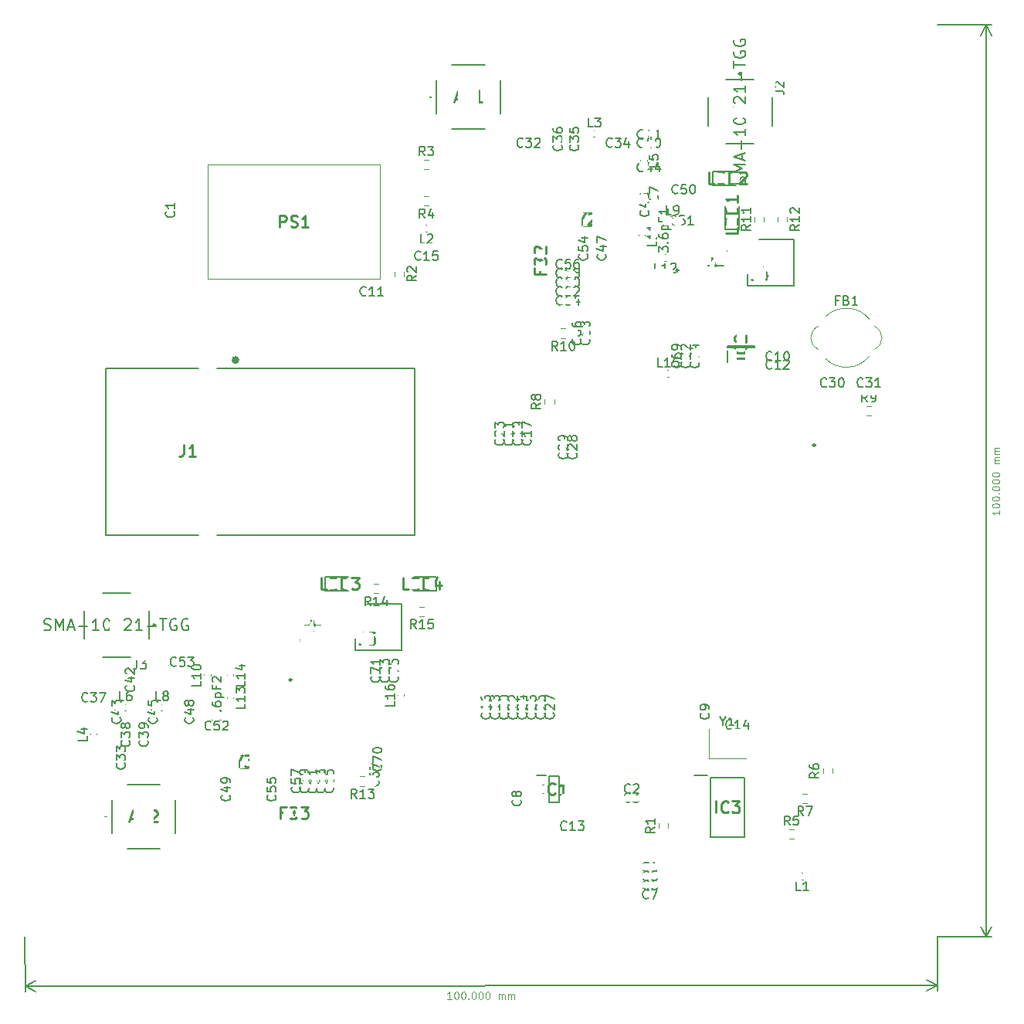
<source format=gto>
%TF.GenerationSoftware,KiCad,Pcbnew,(5.1.10)-1*%
%TF.CreationDate,2021-10-14T01:54:17+08:00*%
%TF.ProjectId,cc1310,63633133-3130-42e6-9b69-6361645f7063,rev?*%
%TF.SameCoordinates,Original*%
%TF.FileFunction,Legend,Top*%
%TF.FilePolarity,Positive*%
%FSLAX46Y46*%
G04 Gerber Fmt 4.6, Leading zero omitted, Abs format (unit mm)*
G04 Created by KiCad (PCBNEW (5.1.10)-1) date 2021-10-14 01:54:17*
%MOMM*%
%LPD*%
G01*
G04 APERTURE LIST*
%ADD10C,0.125000*%
%ADD11C,0.150000*%
%ADD12C,0.100000*%
%ADD13C,0.120000*%
%ADD14C,0.200000*%
%ADD15C,0.250000*%
%ADD16C,0.400000*%
%ADD17C,0.254000*%
%ADD18C,2.400000*%
%ADD19C,1.400000*%
%ADD20C,1.700000*%
%ADD21C,3.550000*%
%ADD22C,2.700000*%
%ADD23C,2.300000*%
%ADD24C,1.830000*%
G04 APERTURE END LIST*
D10*
X206836904Y-83238095D02*
X206836904Y-83695238D01*
X206836904Y-83466666D02*
X206036904Y-83466666D01*
X206151190Y-83542857D01*
X206227380Y-83619047D01*
X206265476Y-83695238D01*
X206036904Y-82742857D02*
X206036904Y-82666666D01*
X206075000Y-82590476D01*
X206113095Y-82552380D01*
X206189285Y-82514285D01*
X206341666Y-82476190D01*
X206532142Y-82476190D01*
X206684523Y-82514285D01*
X206760714Y-82552380D01*
X206798809Y-82590476D01*
X206836904Y-82666666D01*
X206836904Y-82742857D01*
X206798809Y-82819047D01*
X206760714Y-82857142D01*
X206684523Y-82895238D01*
X206532142Y-82933333D01*
X206341666Y-82933333D01*
X206189285Y-82895238D01*
X206113095Y-82857142D01*
X206075000Y-82819047D01*
X206036904Y-82742857D01*
X206036904Y-81980952D02*
X206036904Y-81904761D01*
X206075000Y-81828571D01*
X206113095Y-81790476D01*
X206189285Y-81752380D01*
X206341666Y-81714285D01*
X206532142Y-81714285D01*
X206684523Y-81752380D01*
X206760714Y-81790476D01*
X206798809Y-81828571D01*
X206836904Y-81904761D01*
X206836904Y-81980952D01*
X206798809Y-82057142D01*
X206760714Y-82095238D01*
X206684523Y-82133333D01*
X206532142Y-82171428D01*
X206341666Y-82171428D01*
X206189285Y-82133333D01*
X206113095Y-82095238D01*
X206075000Y-82057142D01*
X206036904Y-81980952D01*
X206760714Y-81371428D02*
X206798809Y-81333333D01*
X206836904Y-81371428D01*
X206798809Y-81409523D01*
X206760714Y-81371428D01*
X206836904Y-81371428D01*
X206036904Y-80838095D02*
X206036904Y-80761904D01*
X206075000Y-80685714D01*
X206113095Y-80647619D01*
X206189285Y-80609523D01*
X206341666Y-80571428D01*
X206532142Y-80571428D01*
X206684523Y-80609523D01*
X206760714Y-80647619D01*
X206798809Y-80685714D01*
X206836904Y-80761904D01*
X206836904Y-80838095D01*
X206798809Y-80914285D01*
X206760714Y-80952380D01*
X206684523Y-80990476D01*
X206532142Y-81028571D01*
X206341666Y-81028571D01*
X206189285Y-80990476D01*
X206113095Y-80952380D01*
X206075000Y-80914285D01*
X206036904Y-80838095D01*
X206036904Y-80076190D02*
X206036904Y-80000000D01*
X206075000Y-79923809D01*
X206113095Y-79885714D01*
X206189285Y-79847619D01*
X206341666Y-79809523D01*
X206532142Y-79809523D01*
X206684523Y-79847619D01*
X206760714Y-79885714D01*
X206798809Y-79923809D01*
X206836904Y-80000000D01*
X206836904Y-80076190D01*
X206798809Y-80152380D01*
X206760714Y-80190476D01*
X206684523Y-80228571D01*
X206532142Y-80266666D01*
X206341666Y-80266666D01*
X206189285Y-80228571D01*
X206113095Y-80190476D01*
X206075000Y-80152380D01*
X206036904Y-80076190D01*
X206036904Y-79314285D02*
X206036904Y-79238095D01*
X206075000Y-79161904D01*
X206113095Y-79123809D01*
X206189285Y-79085714D01*
X206341666Y-79047619D01*
X206532142Y-79047619D01*
X206684523Y-79085714D01*
X206760714Y-79123809D01*
X206798809Y-79161904D01*
X206836904Y-79238095D01*
X206836904Y-79314285D01*
X206798809Y-79390476D01*
X206760714Y-79428571D01*
X206684523Y-79466666D01*
X206532142Y-79504761D01*
X206341666Y-79504761D01*
X206189285Y-79466666D01*
X206113095Y-79428571D01*
X206075000Y-79390476D01*
X206036904Y-79314285D01*
X206836904Y-78095238D02*
X206303571Y-78095238D01*
X206379761Y-78095238D02*
X206341666Y-78057142D01*
X206303571Y-77980952D01*
X206303571Y-77866666D01*
X206341666Y-77790476D01*
X206417857Y-77752380D01*
X206836904Y-77752380D01*
X206417857Y-77752380D02*
X206341666Y-77714285D01*
X206303571Y-77638095D01*
X206303571Y-77523809D01*
X206341666Y-77447619D01*
X206417857Y-77409523D01*
X206836904Y-77409523D01*
X206836904Y-77028571D02*
X206303571Y-77028571D01*
X206379761Y-77028571D02*
X206341666Y-76990476D01*
X206303571Y-76914285D01*
X206303571Y-76800000D01*
X206341666Y-76723809D01*
X206417857Y-76685714D01*
X206836904Y-76685714D01*
X206417857Y-76685714D02*
X206341666Y-76647619D01*
X206303571Y-76571428D01*
X206303571Y-76457142D01*
X206341666Y-76380952D01*
X206417857Y-76342857D01*
X206836904Y-76342857D01*
D11*
X205400000Y-130000000D02*
X205400000Y-30000000D01*
X200000000Y-130000000D02*
X205986421Y-130000000D01*
X200000000Y-30000000D02*
X205986421Y-30000000D01*
X205400000Y-30000000D02*
X205986421Y-31126504D01*
X205400000Y-30000000D02*
X204813579Y-31126504D01*
X205400000Y-130000000D02*
X205986421Y-128873496D01*
X205400000Y-130000000D02*
X204813579Y-128873496D01*
D10*
X146768750Y-136797035D02*
X146311607Y-136797492D01*
X146540178Y-136797264D02*
X146539378Y-135997264D01*
X146463302Y-136111626D01*
X146387188Y-136187893D01*
X146311036Y-136226064D01*
X147263188Y-135996540D02*
X147339378Y-135996464D01*
X147415607Y-136034483D01*
X147453740Y-136072540D01*
X147491911Y-136148693D01*
X147530159Y-136301035D01*
X147530349Y-136491512D01*
X147492407Y-136643930D01*
X147454388Y-136720159D01*
X147416330Y-136758292D01*
X147340178Y-136796464D01*
X147263988Y-136796540D01*
X147187759Y-136758521D01*
X147149626Y-136720464D01*
X147111454Y-136644311D01*
X147073207Y-136491969D01*
X147073016Y-136301493D01*
X147110959Y-136149074D01*
X147148978Y-136072845D01*
X147187035Y-136034712D01*
X147263188Y-135996540D01*
X148025092Y-135995778D02*
X148101282Y-135995702D01*
X148177511Y-136033721D01*
X148215644Y-136071778D01*
X148253816Y-136147931D01*
X148292063Y-136300274D01*
X148292254Y-136490750D01*
X148254311Y-136643169D01*
X148216292Y-136719397D01*
X148178235Y-136757530D01*
X148102082Y-136795702D01*
X148025892Y-136795778D01*
X147949663Y-136757759D01*
X147911530Y-136719702D01*
X147873359Y-136643550D01*
X147835111Y-136491207D01*
X147834921Y-136300731D01*
X147872864Y-136148312D01*
X147910883Y-136072083D01*
X147948940Y-136033950D01*
X148025092Y-135995778D01*
X148635339Y-136718978D02*
X148673473Y-136757035D01*
X148635416Y-136795169D01*
X148597282Y-136757111D01*
X148635339Y-136718978D01*
X148635416Y-136795169D01*
X149167949Y-135994636D02*
X149244139Y-135994559D01*
X149320368Y-136032578D01*
X149358501Y-136070636D01*
X149396672Y-136146788D01*
X149434920Y-136299131D01*
X149435110Y-136489607D01*
X149397168Y-136642026D01*
X149359148Y-136718254D01*
X149321091Y-136756388D01*
X149244939Y-136794559D01*
X149168749Y-136794635D01*
X149092520Y-136756616D01*
X149054387Y-136718559D01*
X149016215Y-136642407D01*
X148977968Y-136490064D01*
X148977777Y-136299588D01*
X149015720Y-136147169D01*
X149053739Y-136070940D01*
X149091796Y-136032807D01*
X149167949Y-135994636D01*
X149929853Y-135993874D02*
X150006043Y-135993797D01*
X150082272Y-136031817D01*
X150120405Y-136069874D01*
X150158577Y-136146026D01*
X150196824Y-136298369D01*
X150197015Y-136488845D01*
X150159072Y-136641264D01*
X150121053Y-136717492D01*
X150082996Y-136755626D01*
X150006843Y-136793797D01*
X149930653Y-136793873D01*
X149854424Y-136755854D01*
X149816291Y-136717797D01*
X149778120Y-136641645D01*
X149739872Y-136489302D01*
X149739682Y-136298826D01*
X149777624Y-136146407D01*
X149815644Y-136070178D01*
X149853701Y-136032045D01*
X149929853Y-135993874D01*
X150691757Y-135993112D02*
X150767948Y-135993036D01*
X150844176Y-136031055D01*
X150882310Y-136069112D01*
X150920481Y-136145264D01*
X150958729Y-136297607D01*
X150958919Y-136488083D01*
X150920976Y-136640502D01*
X150882957Y-136716730D01*
X150844900Y-136754864D01*
X150768748Y-136793035D01*
X150692557Y-136793111D01*
X150616329Y-136755092D01*
X150578195Y-136717035D01*
X150540024Y-136640883D01*
X150501776Y-136488540D01*
X150501586Y-136298064D01*
X150539529Y-136145645D01*
X150577548Y-136069416D01*
X150615605Y-136031283D01*
X150691757Y-135993112D01*
X151911604Y-136791892D02*
X151911071Y-136258559D01*
X151911147Y-136334750D02*
X151949204Y-136296616D01*
X152025357Y-136258445D01*
X152139642Y-136258331D01*
X152215871Y-136296350D01*
X152254042Y-136372502D01*
X152254461Y-136791549D01*
X152254042Y-136372502D02*
X152292061Y-136296274D01*
X152368214Y-136258102D01*
X152482499Y-136257988D01*
X152558728Y-136296007D01*
X152596899Y-136372159D01*
X152597318Y-136791207D01*
X152978270Y-136790826D02*
X152977737Y-136257493D01*
X152977813Y-136333683D02*
X153015870Y-136295550D01*
X153092023Y-136257378D01*
X153206308Y-136257264D01*
X153282537Y-136295283D01*
X153320708Y-136371435D01*
X153321127Y-136790483D01*
X153320708Y-136371435D02*
X153358727Y-136295207D01*
X153434880Y-136257035D01*
X153549165Y-136256921D01*
X153625394Y-136294940D01*
X153663565Y-136371093D01*
X153663984Y-136790140D01*
D11*
X200005407Y-135306894D02*
X100005407Y-135406894D01*
X200000000Y-129900000D02*
X200005993Y-135893315D01*
X100000000Y-130000000D02*
X100005993Y-135993315D01*
X100005407Y-135406894D02*
X101131324Y-134819347D01*
X100005407Y-135406894D02*
X101132497Y-135992188D01*
X200005407Y-135306894D02*
X198878317Y-134721600D01*
X200005407Y-135306894D02*
X198879490Y-135894441D01*
D12*
%TO.C,Y5*%
X130100000Y-97400000D02*
X130100000Y-97400000D01*
X130100000Y-97500000D02*
X130100000Y-97500000D01*
X130100000Y-97400000D02*
G75*
G02*
X130100000Y-97500000I0J-50000D01*
G01*
X130100000Y-97500000D02*
G75*
G02*
X130100000Y-97400000I0J50000D01*
G01*
%TO.C,Y4*%
X176900000Y-54800000D02*
X176900000Y-54800000D01*
X176900000Y-54700000D02*
X176900000Y-54700000D01*
X176900000Y-54800000D02*
G75*
G02*
X176900000Y-54700000I0J50000D01*
G01*
X176900000Y-54700000D02*
G75*
G02*
X176900000Y-54800000I0J-50000D01*
G01*
%TO.C,Y3*%
X123600000Y-110050000D02*
X124400000Y-110050000D01*
X123600000Y-111550000D02*
X124400000Y-111550000D01*
%TO.C,Y2*%
X162000000Y-52050000D02*
X161200000Y-52050000D01*
X162000000Y-50550000D02*
X161200000Y-50550000D01*
D13*
%TO.C,Y1*%
X175000000Y-107150000D02*
X175000000Y-110450000D01*
X175000000Y-110450000D02*
X179000000Y-110450000D01*
%TO.C,R15*%
X143754724Y-94822500D02*
X143245276Y-94822500D01*
X143754724Y-93777500D02*
X143245276Y-93777500D01*
%TO.C,R14*%
X138754724Y-92322500D02*
X138245276Y-92322500D01*
X138754724Y-91277500D02*
X138245276Y-91277500D01*
%TO.C,R13*%
X137254724Y-113422500D02*
X136745276Y-113422500D01*
X137254724Y-112377500D02*
X136745276Y-112377500D01*
%TO.C,R12*%
X183522500Y-51045276D02*
X183522500Y-51554724D01*
X182477500Y-51045276D02*
X182477500Y-51554724D01*
%TO.C,R11*%
X179977500Y-51554724D02*
X179977500Y-51045276D01*
X181022500Y-51554724D02*
X181022500Y-51045276D01*
%TO.C,R10*%
X159254724Y-64322500D02*
X158745276Y-64322500D01*
X159254724Y-63277500D02*
X158745276Y-63277500D01*
%TO.C,R9*%
X192245276Y-71777500D02*
X192754724Y-71777500D01*
X192245276Y-72822500D02*
X192754724Y-72822500D01*
%TO.C,R8*%
X156977500Y-71554724D02*
X156977500Y-71045276D01*
X158022500Y-71554724D02*
X158022500Y-71045276D01*
%TO.C,R7*%
X185754724Y-115322500D02*
X185245276Y-115322500D01*
X185754724Y-114277500D02*
X185245276Y-114277500D01*
%TO.C,R6*%
X187477500Y-112054724D02*
X187477500Y-111545276D01*
X188522500Y-112054724D02*
X188522500Y-111545276D01*
%TO.C,R5*%
X183745276Y-118177500D02*
X184254724Y-118177500D01*
X183745276Y-119222500D02*
X184254724Y-119222500D01*
%TO.C,R4*%
X144254724Y-49822500D02*
X143745276Y-49822500D01*
X144254724Y-48777500D02*
X143745276Y-48777500D01*
%TO.C,R3*%
X143745276Y-44777500D02*
X144254724Y-44777500D01*
X143745276Y-45822500D02*
X144254724Y-45822500D01*
%TO.C,R2*%
X141522500Y-57045276D02*
X141522500Y-57554724D01*
X140477500Y-57045276D02*
X140477500Y-57554724D01*
%TO.C,R1*%
X169477500Y-118054724D02*
X169477500Y-117545276D01*
X170522500Y-118054724D02*
X170522500Y-117545276D01*
D12*
%TO.C,PS1*%
X120000000Y-45300000D02*
X138920000Y-45300000D01*
X138920000Y-45300000D02*
X138920000Y-57870000D01*
X138920000Y-57870000D02*
X120000000Y-57870000D01*
X120000000Y-57870000D02*
X120000000Y-45300000D01*
D14*
%TO.C,LED4*%
X142600000Y-92050000D02*
X145100000Y-92050000D01*
X145100000Y-92050000D02*
X145100000Y-90550000D01*
X145100000Y-90550000D02*
X142600000Y-90550000D01*
%TO.C,LED3*%
X135400000Y-90550000D02*
X132900000Y-90550000D01*
X132900000Y-90550000D02*
X132900000Y-92050000D01*
X132900000Y-92050000D02*
X135400000Y-92050000D01*
%TO.C,LED2*%
X177900000Y-46050000D02*
X175400000Y-46050000D01*
X175400000Y-46050000D02*
X175400000Y-47550000D01*
X175400000Y-47550000D02*
X177900000Y-47550000D01*
%TO.C,LED1*%
X176750000Y-49900000D02*
X176750000Y-52400000D01*
X176750000Y-52400000D02*
X178250000Y-52400000D01*
X178250000Y-52400000D02*
X178250000Y-49900000D01*
D13*
%TO.C,L16*%
X140840000Y-103600200D02*
X140840000Y-103399800D01*
X141560000Y-103600200D02*
X141560000Y-103399800D01*
%TO.C,L15*%
X170399800Y-67840000D02*
X170600200Y-67840000D01*
X170399800Y-68560000D02*
X170600200Y-68560000D01*
%TO.C,L14*%
X122860000Y-101199800D02*
X122860000Y-101400200D01*
X122140000Y-101199800D02*
X122140000Y-101400200D01*
%TO.C,L13*%
X122860000Y-103699800D02*
X122860000Y-103900200D01*
X122140000Y-103699800D02*
X122140000Y-103900200D01*
%TO.C,L12*%
X170300200Y-55860000D02*
X170099800Y-55860000D01*
X170300200Y-55140000D02*
X170099800Y-55140000D01*
%TO.C,L11*%
X167960000Y-52999800D02*
X167960000Y-53200200D01*
X167240000Y-52999800D02*
X167240000Y-53200200D01*
%TO.C,L10*%
X119640000Y-101400200D02*
X119640000Y-101199800D01*
X120360000Y-101400200D02*
X120360000Y-101199800D01*
%TO.C,L9*%
X170899800Y-51140000D02*
X171100200Y-51140000D01*
X170899800Y-51860000D02*
X171100200Y-51860000D01*
%TO.C,L8*%
X114899800Y-104440000D02*
X115100200Y-104440000D01*
X114899800Y-105160000D02*
X115100200Y-105160000D01*
%TO.C,L7*%
X168160000Y-48399800D02*
X168160000Y-48600200D01*
X167440000Y-48399800D02*
X167440000Y-48600200D01*
%TO.C,L6*%
X110899800Y-104440000D02*
X111100200Y-104440000D01*
X110899800Y-105160000D02*
X111100200Y-105160000D01*
%TO.C,L5*%
X168160000Y-44799800D02*
X168160000Y-45000200D01*
X167440000Y-44799800D02*
X167440000Y-45000200D01*
%TO.C,L4*%
X107140000Y-107900200D02*
X107140000Y-107699800D01*
X107860000Y-107900200D02*
X107860000Y-107699800D01*
%TO.C,L3*%
X162299800Y-41540000D02*
X162500200Y-41540000D01*
X162299800Y-42260000D02*
X162500200Y-42260000D01*
%TO.C,L2*%
X144100200Y-52660000D02*
X143899800Y-52660000D01*
X144100200Y-51940000D02*
X143899800Y-51940000D01*
%TO.C,L1*%
X185300200Y-123660000D02*
X185099800Y-123660000D01*
X185300200Y-122940000D02*
X185099800Y-122940000D01*
D14*
%TO.C,J5*%
X136230000Y-97300000D02*
X136230000Y-98570000D01*
X136230000Y-98570000D02*
X141310000Y-98570000D01*
X141310000Y-98570000D02*
X141310000Y-93490000D01*
X141310000Y-93490000D02*
X137500000Y-93490000D01*
%TO.C,J4*%
X179230000Y-57300000D02*
X179230000Y-58570000D01*
X179230000Y-58570000D02*
X184310000Y-58570000D01*
X184310000Y-58570000D02*
X184310000Y-53490000D01*
X184310000Y-53490000D02*
X180500000Y-53490000D01*
D11*
%TO.C,J3*%
X111525000Y-99350000D02*
X108475000Y-99350000D01*
X106450000Y-94275000D02*
X106450000Y-97325000D01*
X111525000Y-92250000D02*
X108475000Y-92250000D01*
X113550000Y-94275000D02*
X113550000Y-97325000D01*
D15*
X114275000Y-95800000D02*
G75*
G03*
X114275000Y-95800000I-125000J0D01*
G01*
D11*
%TO.C,J2*%
X181950000Y-37975000D02*
X181950000Y-41025000D01*
X176875000Y-43050000D02*
X179925000Y-43050000D01*
X174850000Y-37975000D02*
X174850000Y-41025000D01*
X176875000Y-35950000D02*
X179925000Y-35950000D01*
D15*
X178525000Y-35350000D02*
G75*
G03*
X178525000Y-35350000I-125000J0D01*
G01*
D14*
%TO.C,J1*%
X108840000Y-85925000D02*
X108840000Y-67675000D01*
X142740000Y-67675000D02*
X142740000Y-85925000D01*
X142740000Y-85925000D02*
X121013000Y-85925000D01*
X108840000Y-85925000D02*
X118987000Y-85925000D01*
X142740000Y-67675000D02*
X121013000Y-67675000D01*
X108840000Y-67675000D02*
X118987000Y-67675000D01*
D16*
X123289000Y-66735000D02*
G75*
G03*
X123289000Y-66735000I-219000J0D01*
G01*
D15*
%TO.C,IC6*%
X129225000Y-101800000D02*
G75*
G03*
X129225000Y-101800000I-125000J0D01*
G01*
%TO.C,IC5*%
X171625000Y-56900000D02*
G75*
G03*
X171625000Y-56900000I-125000J0D01*
G01*
%TO.C,IC4*%
X186625000Y-76075000D02*
G75*
G03*
X186625000Y-76075000I-125000J0D01*
G01*
D14*
%TO.C,IC3*%
X175150000Y-112550000D02*
X178850000Y-112550000D01*
X178850000Y-112550000D02*
X178850000Y-119050000D01*
X178850000Y-119050000D02*
X175150000Y-119050000D01*
X175150000Y-119050000D02*
X175150000Y-112550000D01*
X173325000Y-112300000D02*
X174800000Y-112300000D01*
%TO.C,IC2*%
X177040000Y-65375000D02*
X177040000Y-65225000D01*
X177040000Y-65225000D02*
X179960000Y-65225000D01*
X179960000Y-65225000D02*
X179960000Y-65375000D01*
X179960000Y-65375000D02*
X177040000Y-65375000D01*
X176965000Y-66975000D02*
X176965000Y-65725000D01*
%TO.C,IC1*%
X157450000Y-112350000D02*
X158550000Y-112350000D01*
X158550000Y-112350000D02*
X158550000Y-115250000D01*
X158550000Y-115250000D02*
X157450000Y-115250000D01*
X157450000Y-115250000D02*
X157450000Y-112350000D01*
X156100000Y-112300000D02*
X157100000Y-112300000D01*
%TO.C,FB3*%
X129500000Y-116100000D02*
X129500000Y-116700000D01*
%TO.C,FB2*%
X156800000Y-55800000D02*
X156200000Y-55800000D01*
D13*
%TO.C,FB1*%
X186992000Y-65570000D02*
G75*
G02*
X186992000Y-63030000I508000J1270000D01*
G01*
X193088000Y-63030000D02*
G75*
G02*
X193088000Y-65570000I-508000J-1270000D01*
G01*
X187739932Y-61999932D02*
G75*
G02*
X192580000Y-62268000I2300068J-2300068D01*
G01*
X192564465Y-66319572D02*
G75*
G02*
X187754000Y-66586000I-2524465J2019572D01*
G01*
D14*
%TO.C,AE2*%
X114800000Y-113300000D02*
X111200000Y-113300000D01*
X109500000Y-115000000D02*
X109500000Y-118600000D01*
X111200000Y-120300000D02*
X114800000Y-120300000D01*
X116500000Y-118600000D02*
X116500000Y-115000000D01*
X108800000Y-116800000D02*
X108800000Y-116800000D01*
X108900000Y-116800000D02*
X108900000Y-116800000D01*
X108800000Y-116800000D02*
X108800000Y-116800000D01*
X108900000Y-116800000D02*
G75*
G02*
X108800000Y-116800000I-50000J0D01*
G01*
X108800000Y-116800000D02*
G75*
G02*
X108900000Y-116800000I50000J0D01*
G01*
X108900000Y-116800000D02*
G75*
G02*
X108800000Y-116800000I-50000J0D01*
G01*
%TO.C,AE1*%
X150400000Y-34400000D02*
X146800000Y-34400000D01*
X145100000Y-36100000D02*
X145100000Y-39700000D01*
X146800000Y-41400000D02*
X150400000Y-41400000D01*
X152100000Y-39700000D02*
X152100000Y-36100000D01*
X144400000Y-37900000D02*
X144400000Y-37900000D01*
X144500000Y-37900000D02*
X144500000Y-37900000D01*
X144400000Y-37900000D02*
X144400000Y-37900000D01*
X144500000Y-37900000D02*
G75*
G02*
X144400000Y-37900000I-50000J0D01*
G01*
X144400000Y-37900000D02*
G75*
G02*
X144500000Y-37900000I50000J0D01*
G01*
X144500000Y-37900000D02*
G75*
G02*
X144400000Y-37900000I-50000J0D01*
G01*
%TO.C,Y5*%
D17*
X130895238Y-95932761D02*
X130895238Y-96537523D01*
X130471904Y-95267523D02*
X130895238Y-95932761D01*
X131318571Y-95267523D01*
X132346666Y-95267523D02*
X131741904Y-95267523D01*
X131681428Y-95872285D01*
X131741904Y-95811809D01*
X131862857Y-95751333D01*
X132165238Y-95751333D01*
X132286190Y-95811809D01*
X132346666Y-95872285D01*
X132407142Y-95993238D01*
X132407142Y-96295619D01*
X132346666Y-96416571D01*
X132286190Y-96477047D01*
X132165238Y-96537523D01*
X131862857Y-96537523D01*
X131741904Y-96477047D01*
X131681428Y-96416571D01*
%TO.C,Y4*%
X174895238Y-56206761D02*
X174895238Y-56811523D01*
X174471904Y-55541523D02*
X174895238Y-56206761D01*
X175318571Y-55541523D01*
X176286190Y-55964857D02*
X176286190Y-56811523D01*
X175983809Y-55481047D02*
X175681428Y-56388190D01*
X176467619Y-56388190D01*
%TO.C,Y3*%
X123395238Y-110769761D02*
X123395238Y-111374523D01*
X122971904Y-110104523D02*
X123395238Y-110769761D01*
X123818571Y-110104523D01*
X124120952Y-110104523D02*
X124907142Y-110104523D01*
X124483809Y-110588333D01*
X124665238Y-110588333D01*
X124786190Y-110648809D01*
X124846666Y-110709285D01*
X124907142Y-110830238D01*
X124907142Y-111132619D01*
X124846666Y-111253571D01*
X124786190Y-111314047D01*
X124665238Y-111374523D01*
X124302380Y-111374523D01*
X124181428Y-111314047D01*
X124120952Y-111253571D01*
%TO.C,Y2*%
X160995238Y-51269761D02*
X160995238Y-51874523D01*
X160571904Y-50604523D02*
X160995238Y-51269761D01*
X161418571Y-50604523D01*
X161781428Y-50725476D02*
X161841904Y-50665000D01*
X161962857Y-50604523D01*
X162265238Y-50604523D01*
X162386190Y-50665000D01*
X162446666Y-50725476D01*
X162507142Y-50846428D01*
X162507142Y-50967380D01*
X162446666Y-51148809D01*
X161720952Y-51874523D01*
X162507142Y-51874523D01*
%TO.C,Y1*%
D11*
X176523809Y-106326190D02*
X176523809Y-106802380D01*
X176190476Y-105802380D02*
X176523809Y-106326190D01*
X176857142Y-105802380D01*
X177714285Y-106802380D02*
X177142857Y-106802380D01*
X177428571Y-106802380D02*
X177428571Y-105802380D01*
X177333333Y-105945238D01*
X177238095Y-106040476D01*
X177142857Y-106088095D01*
%TO.C,R15*%
X142857142Y-96182380D02*
X142523809Y-95706190D01*
X142285714Y-96182380D02*
X142285714Y-95182380D01*
X142666666Y-95182380D01*
X142761904Y-95230000D01*
X142809523Y-95277619D01*
X142857142Y-95372857D01*
X142857142Y-95515714D01*
X142809523Y-95610952D01*
X142761904Y-95658571D01*
X142666666Y-95706190D01*
X142285714Y-95706190D01*
X143809523Y-96182380D02*
X143238095Y-96182380D01*
X143523809Y-96182380D02*
X143523809Y-95182380D01*
X143428571Y-95325238D01*
X143333333Y-95420476D01*
X143238095Y-95468095D01*
X144714285Y-95182380D02*
X144238095Y-95182380D01*
X144190476Y-95658571D01*
X144238095Y-95610952D01*
X144333333Y-95563333D01*
X144571428Y-95563333D01*
X144666666Y-95610952D01*
X144714285Y-95658571D01*
X144761904Y-95753809D01*
X144761904Y-95991904D01*
X144714285Y-96087142D01*
X144666666Y-96134761D01*
X144571428Y-96182380D01*
X144333333Y-96182380D01*
X144238095Y-96134761D01*
X144190476Y-96087142D01*
%TO.C,R14*%
X137857142Y-93682380D02*
X137523809Y-93206190D01*
X137285714Y-93682380D02*
X137285714Y-92682380D01*
X137666666Y-92682380D01*
X137761904Y-92730000D01*
X137809523Y-92777619D01*
X137857142Y-92872857D01*
X137857142Y-93015714D01*
X137809523Y-93110952D01*
X137761904Y-93158571D01*
X137666666Y-93206190D01*
X137285714Y-93206190D01*
X138809523Y-93682380D02*
X138238095Y-93682380D01*
X138523809Y-93682380D02*
X138523809Y-92682380D01*
X138428571Y-92825238D01*
X138333333Y-92920476D01*
X138238095Y-92968095D01*
X139666666Y-93015714D02*
X139666666Y-93682380D01*
X139428571Y-92634761D02*
X139190476Y-93349047D01*
X139809523Y-93349047D01*
%TO.C,R13*%
X136357142Y-114782380D02*
X136023809Y-114306190D01*
X135785714Y-114782380D02*
X135785714Y-113782380D01*
X136166666Y-113782380D01*
X136261904Y-113830000D01*
X136309523Y-113877619D01*
X136357142Y-113972857D01*
X136357142Y-114115714D01*
X136309523Y-114210952D01*
X136261904Y-114258571D01*
X136166666Y-114306190D01*
X135785714Y-114306190D01*
X137309523Y-114782380D02*
X136738095Y-114782380D01*
X137023809Y-114782380D02*
X137023809Y-113782380D01*
X136928571Y-113925238D01*
X136833333Y-114020476D01*
X136738095Y-114068095D01*
X137642857Y-113782380D02*
X138261904Y-113782380D01*
X137928571Y-114163333D01*
X138071428Y-114163333D01*
X138166666Y-114210952D01*
X138214285Y-114258571D01*
X138261904Y-114353809D01*
X138261904Y-114591904D01*
X138214285Y-114687142D01*
X138166666Y-114734761D01*
X138071428Y-114782380D01*
X137785714Y-114782380D01*
X137690476Y-114734761D01*
X137642857Y-114687142D01*
%TO.C,R12*%
X184882380Y-51942857D02*
X184406190Y-52276190D01*
X184882380Y-52514285D02*
X183882380Y-52514285D01*
X183882380Y-52133333D01*
X183930000Y-52038095D01*
X183977619Y-51990476D01*
X184072857Y-51942857D01*
X184215714Y-51942857D01*
X184310952Y-51990476D01*
X184358571Y-52038095D01*
X184406190Y-52133333D01*
X184406190Y-52514285D01*
X184882380Y-50990476D02*
X184882380Y-51561904D01*
X184882380Y-51276190D02*
X183882380Y-51276190D01*
X184025238Y-51371428D01*
X184120476Y-51466666D01*
X184168095Y-51561904D01*
X183977619Y-50609523D02*
X183930000Y-50561904D01*
X183882380Y-50466666D01*
X183882380Y-50228571D01*
X183930000Y-50133333D01*
X183977619Y-50085714D01*
X184072857Y-50038095D01*
X184168095Y-50038095D01*
X184310952Y-50085714D01*
X184882380Y-50657142D01*
X184882380Y-50038095D01*
%TO.C,R11*%
X179522380Y-51942857D02*
X179046190Y-52276190D01*
X179522380Y-52514285D02*
X178522380Y-52514285D01*
X178522380Y-52133333D01*
X178570000Y-52038095D01*
X178617619Y-51990476D01*
X178712857Y-51942857D01*
X178855714Y-51942857D01*
X178950952Y-51990476D01*
X178998571Y-52038095D01*
X179046190Y-52133333D01*
X179046190Y-52514285D01*
X179522380Y-50990476D02*
X179522380Y-51561904D01*
X179522380Y-51276190D02*
X178522380Y-51276190D01*
X178665238Y-51371428D01*
X178760476Y-51466666D01*
X178808095Y-51561904D01*
X179522380Y-50038095D02*
X179522380Y-50609523D01*
X179522380Y-50323809D02*
X178522380Y-50323809D01*
X178665238Y-50419047D01*
X178760476Y-50514285D01*
X178808095Y-50609523D01*
%TO.C,R10*%
X158357142Y-65682380D02*
X158023809Y-65206190D01*
X157785714Y-65682380D02*
X157785714Y-64682380D01*
X158166666Y-64682380D01*
X158261904Y-64730000D01*
X158309523Y-64777619D01*
X158357142Y-64872857D01*
X158357142Y-65015714D01*
X158309523Y-65110952D01*
X158261904Y-65158571D01*
X158166666Y-65206190D01*
X157785714Y-65206190D01*
X159309523Y-65682380D02*
X158738095Y-65682380D01*
X159023809Y-65682380D02*
X159023809Y-64682380D01*
X158928571Y-64825238D01*
X158833333Y-64920476D01*
X158738095Y-64968095D01*
X159928571Y-64682380D02*
X160023809Y-64682380D01*
X160119047Y-64730000D01*
X160166666Y-64777619D01*
X160214285Y-64872857D01*
X160261904Y-65063333D01*
X160261904Y-65301428D01*
X160214285Y-65491904D01*
X160166666Y-65587142D01*
X160119047Y-65634761D01*
X160023809Y-65682380D01*
X159928571Y-65682380D01*
X159833333Y-65634761D01*
X159785714Y-65587142D01*
X159738095Y-65491904D01*
X159690476Y-65301428D01*
X159690476Y-65063333D01*
X159738095Y-64872857D01*
X159785714Y-64777619D01*
X159833333Y-64730000D01*
X159928571Y-64682380D01*
%TO.C,R9*%
X192333333Y-71322380D02*
X192000000Y-70846190D01*
X191761904Y-71322380D02*
X191761904Y-70322380D01*
X192142857Y-70322380D01*
X192238095Y-70370000D01*
X192285714Y-70417619D01*
X192333333Y-70512857D01*
X192333333Y-70655714D01*
X192285714Y-70750952D01*
X192238095Y-70798571D01*
X192142857Y-70846190D01*
X191761904Y-70846190D01*
X192809523Y-71322380D02*
X193000000Y-71322380D01*
X193095238Y-71274761D01*
X193142857Y-71227142D01*
X193238095Y-71084285D01*
X193285714Y-70893809D01*
X193285714Y-70512857D01*
X193238095Y-70417619D01*
X193190476Y-70370000D01*
X193095238Y-70322380D01*
X192904761Y-70322380D01*
X192809523Y-70370000D01*
X192761904Y-70417619D01*
X192714285Y-70512857D01*
X192714285Y-70750952D01*
X192761904Y-70846190D01*
X192809523Y-70893809D01*
X192904761Y-70941428D01*
X193095238Y-70941428D01*
X193190476Y-70893809D01*
X193238095Y-70846190D01*
X193285714Y-70750952D01*
%TO.C,R8*%
X156522380Y-71466666D02*
X156046190Y-71800000D01*
X156522380Y-72038095D02*
X155522380Y-72038095D01*
X155522380Y-71657142D01*
X155570000Y-71561904D01*
X155617619Y-71514285D01*
X155712857Y-71466666D01*
X155855714Y-71466666D01*
X155950952Y-71514285D01*
X155998571Y-71561904D01*
X156046190Y-71657142D01*
X156046190Y-72038095D01*
X155950952Y-70895238D02*
X155903333Y-70990476D01*
X155855714Y-71038095D01*
X155760476Y-71085714D01*
X155712857Y-71085714D01*
X155617619Y-71038095D01*
X155570000Y-70990476D01*
X155522380Y-70895238D01*
X155522380Y-70704761D01*
X155570000Y-70609523D01*
X155617619Y-70561904D01*
X155712857Y-70514285D01*
X155760476Y-70514285D01*
X155855714Y-70561904D01*
X155903333Y-70609523D01*
X155950952Y-70704761D01*
X155950952Y-70895238D01*
X155998571Y-70990476D01*
X156046190Y-71038095D01*
X156141428Y-71085714D01*
X156331904Y-71085714D01*
X156427142Y-71038095D01*
X156474761Y-70990476D01*
X156522380Y-70895238D01*
X156522380Y-70704761D01*
X156474761Y-70609523D01*
X156427142Y-70561904D01*
X156331904Y-70514285D01*
X156141428Y-70514285D01*
X156046190Y-70561904D01*
X155998571Y-70609523D01*
X155950952Y-70704761D01*
%TO.C,R7*%
X185333333Y-116682380D02*
X185000000Y-116206190D01*
X184761904Y-116682380D02*
X184761904Y-115682380D01*
X185142857Y-115682380D01*
X185238095Y-115730000D01*
X185285714Y-115777619D01*
X185333333Y-115872857D01*
X185333333Y-116015714D01*
X185285714Y-116110952D01*
X185238095Y-116158571D01*
X185142857Y-116206190D01*
X184761904Y-116206190D01*
X185666666Y-115682380D02*
X186333333Y-115682380D01*
X185904761Y-116682380D01*
%TO.C,R6*%
X187022380Y-111966666D02*
X186546190Y-112300000D01*
X187022380Y-112538095D02*
X186022380Y-112538095D01*
X186022380Y-112157142D01*
X186070000Y-112061904D01*
X186117619Y-112014285D01*
X186212857Y-111966666D01*
X186355714Y-111966666D01*
X186450952Y-112014285D01*
X186498571Y-112061904D01*
X186546190Y-112157142D01*
X186546190Y-112538095D01*
X186022380Y-111109523D02*
X186022380Y-111300000D01*
X186070000Y-111395238D01*
X186117619Y-111442857D01*
X186260476Y-111538095D01*
X186450952Y-111585714D01*
X186831904Y-111585714D01*
X186927142Y-111538095D01*
X186974761Y-111490476D01*
X187022380Y-111395238D01*
X187022380Y-111204761D01*
X186974761Y-111109523D01*
X186927142Y-111061904D01*
X186831904Y-111014285D01*
X186593809Y-111014285D01*
X186498571Y-111061904D01*
X186450952Y-111109523D01*
X186403333Y-111204761D01*
X186403333Y-111395238D01*
X186450952Y-111490476D01*
X186498571Y-111538095D01*
X186593809Y-111585714D01*
%TO.C,R5*%
X183833333Y-117722380D02*
X183500000Y-117246190D01*
X183261904Y-117722380D02*
X183261904Y-116722380D01*
X183642857Y-116722380D01*
X183738095Y-116770000D01*
X183785714Y-116817619D01*
X183833333Y-116912857D01*
X183833333Y-117055714D01*
X183785714Y-117150952D01*
X183738095Y-117198571D01*
X183642857Y-117246190D01*
X183261904Y-117246190D01*
X184738095Y-116722380D02*
X184261904Y-116722380D01*
X184214285Y-117198571D01*
X184261904Y-117150952D01*
X184357142Y-117103333D01*
X184595238Y-117103333D01*
X184690476Y-117150952D01*
X184738095Y-117198571D01*
X184785714Y-117293809D01*
X184785714Y-117531904D01*
X184738095Y-117627142D01*
X184690476Y-117674761D01*
X184595238Y-117722380D01*
X184357142Y-117722380D01*
X184261904Y-117674761D01*
X184214285Y-117627142D01*
%TO.C,R4*%
X143833333Y-51182380D02*
X143500000Y-50706190D01*
X143261904Y-51182380D02*
X143261904Y-50182380D01*
X143642857Y-50182380D01*
X143738095Y-50230000D01*
X143785714Y-50277619D01*
X143833333Y-50372857D01*
X143833333Y-50515714D01*
X143785714Y-50610952D01*
X143738095Y-50658571D01*
X143642857Y-50706190D01*
X143261904Y-50706190D01*
X144690476Y-50515714D02*
X144690476Y-51182380D01*
X144452380Y-50134761D02*
X144214285Y-50849047D01*
X144833333Y-50849047D01*
%TO.C,R3*%
X143833333Y-44322380D02*
X143500000Y-43846190D01*
X143261904Y-44322380D02*
X143261904Y-43322380D01*
X143642857Y-43322380D01*
X143738095Y-43370000D01*
X143785714Y-43417619D01*
X143833333Y-43512857D01*
X143833333Y-43655714D01*
X143785714Y-43750952D01*
X143738095Y-43798571D01*
X143642857Y-43846190D01*
X143261904Y-43846190D01*
X144166666Y-43322380D02*
X144785714Y-43322380D01*
X144452380Y-43703333D01*
X144595238Y-43703333D01*
X144690476Y-43750952D01*
X144738095Y-43798571D01*
X144785714Y-43893809D01*
X144785714Y-44131904D01*
X144738095Y-44227142D01*
X144690476Y-44274761D01*
X144595238Y-44322380D01*
X144309523Y-44322380D01*
X144214285Y-44274761D01*
X144166666Y-44227142D01*
%TO.C,R2*%
X142882380Y-57466666D02*
X142406190Y-57800000D01*
X142882380Y-58038095D02*
X141882380Y-58038095D01*
X141882380Y-57657142D01*
X141930000Y-57561904D01*
X141977619Y-57514285D01*
X142072857Y-57466666D01*
X142215714Y-57466666D01*
X142310952Y-57514285D01*
X142358571Y-57561904D01*
X142406190Y-57657142D01*
X142406190Y-58038095D01*
X141977619Y-57085714D02*
X141930000Y-57038095D01*
X141882380Y-56942857D01*
X141882380Y-56704761D01*
X141930000Y-56609523D01*
X141977619Y-56561904D01*
X142072857Y-56514285D01*
X142168095Y-56514285D01*
X142310952Y-56561904D01*
X142882380Y-57133333D01*
X142882380Y-56514285D01*
%TO.C,R1*%
X169022380Y-117966666D02*
X168546190Y-118300000D01*
X169022380Y-118538095D02*
X168022380Y-118538095D01*
X168022380Y-118157142D01*
X168070000Y-118061904D01*
X168117619Y-118014285D01*
X168212857Y-117966666D01*
X168355714Y-117966666D01*
X168450952Y-118014285D01*
X168498571Y-118061904D01*
X168546190Y-118157142D01*
X168546190Y-118538095D01*
X169022380Y-117014285D02*
X169022380Y-117585714D01*
X169022380Y-117300000D02*
X168022380Y-117300000D01*
X168165238Y-117395238D01*
X168260476Y-117490476D01*
X168308095Y-117585714D01*
%TO.C,PS1*%
D17*
X127917857Y-52159523D02*
X127917857Y-50889523D01*
X128401666Y-50889523D01*
X128522619Y-50950000D01*
X128583095Y-51010476D01*
X128643571Y-51131428D01*
X128643571Y-51312857D01*
X128583095Y-51433809D01*
X128522619Y-51494285D01*
X128401666Y-51554761D01*
X127917857Y-51554761D01*
X129127380Y-52099047D02*
X129308809Y-52159523D01*
X129611190Y-52159523D01*
X129732142Y-52099047D01*
X129792619Y-52038571D01*
X129853095Y-51917619D01*
X129853095Y-51796666D01*
X129792619Y-51675714D01*
X129732142Y-51615238D01*
X129611190Y-51554761D01*
X129369285Y-51494285D01*
X129248333Y-51433809D01*
X129187857Y-51373333D01*
X129127380Y-51252380D01*
X129127380Y-51131428D01*
X129187857Y-51010476D01*
X129248333Y-50950000D01*
X129369285Y-50889523D01*
X129671666Y-50889523D01*
X129853095Y-50950000D01*
X131062619Y-52159523D02*
X130336904Y-52159523D01*
X130699761Y-52159523D02*
X130699761Y-50889523D01*
X130578809Y-51070952D01*
X130457857Y-51191904D01*
X130336904Y-51252380D01*
%TO.C,LED4*%
X142078809Y-91874523D02*
X141474047Y-91874523D01*
X141474047Y-90604523D01*
X142502142Y-91209285D02*
X142925476Y-91209285D01*
X143106904Y-91874523D02*
X142502142Y-91874523D01*
X142502142Y-90604523D01*
X143106904Y-90604523D01*
X143651190Y-91874523D02*
X143651190Y-90604523D01*
X143953571Y-90604523D01*
X144135000Y-90665000D01*
X144255952Y-90785952D01*
X144316428Y-90906904D01*
X144376904Y-91148809D01*
X144376904Y-91330238D01*
X144316428Y-91572142D01*
X144255952Y-91693095D01*
X144135000Y-91814047D01*
X143953571Y-91874523D01*
X143651190Y-91874523D01*
X145465476Y-91027857D02*
X145465476Y-91874523D01*
X145163095Y-90544047D02*
X144860714Y-91451190D01*
X145646904Y-91451190D01*
%TO.C,LED3*%
X133078809Y-91874523D02*
X132474047Y-91874523D01*
X132474047Y-90604523D01*
X133502142Y-91209285D02*
X133925476Y-91209285D01*
X134106904Y-91874523D02*
X133502142Y-91874523D01*
X133502142Y-90604523D01*
X134106904Y-90604523D01*
X134651190Y-91874523D02*
X134651190Y-90604523D01*
X134953571Y-90604523D01*
X135135000Y-90665000D01*
X135255952Y-90785952D01*
X135316428Y-90906904D01*
X135376904Y-91148809D01*
X135376904Y-91330238D01*
X135316428Y-91572142D01*
X135255952Y-91693095D01*
X135135000Y-91814047D01*
X134953571Y-91874523D01*
X134651190Y-91874523D01*
X135800238Y-90604523D02*
X136586428Y-90604523D01*
X136163095Y-91088333D01*
X136344523Y-91088333D01*
X136465476Y-91148809D01*
X136525952Y-91209285D01*
X136586428Y-91330238D01*
X136586428Y-91632619D01*
X136525952Y-91753571D01*
X136465476Y-91814047D01*
X136344523Y-91874523D01*
X135981666Y-91874523D01*
X135860714Y-91814047D01*
X135800238Y-91753571D01*
%TO.C,LED2*%
X175578809Y-47374523D02*
X174974047Y-47374523D01*
X174974047Y-46104523D01*
X176002142Y-46709285D02*
X176425476Y-46709285D01*
X176606904Y-47374523D02*
X176002142Y-47374523D01*
X176002142Y-46104523D01*
X176606904Y-46104523D01*
X177151190Y-47374523D02*
X177151190Y-46104523D01*
X177453571Y-46104523D01*
X177635000Y-46165000D01*
X177755952Y-46285952D01*
X177816428Y-46406904D01*
X177876904Y-46648809D01*
X177876904Y-46830238D01*
X177816428Y-47072142D01*
X177755952Y-47193095D01*
X177635000Y-47314047D01*
X177453571Y-47374523D01*
X177151190Y-47374523D01*
X178360714Y-46225476D02*
X178421190Y-46165000D01*
X178542142Y-46104523D01*
X178844523Y-46104523D01*
X178965476Y-46165000D01*
X179025952Y-46225476D01*
X179086428Y-46346428D01*
X179086428Y-46467380D01*
X179025952Y-46648809D01*
X178300238Y-47374523D01*
X179086428Y-47374523D01*
%TO.C,LED1*%
X178074523Y-52221190D02*
X178074523Y-52825952D01*
X176804523Y-52825952D01*
X177409285Y-51797857D02*
X177409285Y-51374523D01*
X178074523Y-51193095D02*
X178074523Y-51797857D01*
X176804523Y-51797857D01*
X176804523Y-51193095D01*
X178074523Y-50648809D02*
X176804523Y-50648809D01*
X176804523Y-50346428D01*
X176865000Y-50165000D01*
X176985952Y-50044047D01*
X177106904Y-49983571D01*
X177348809Y-49923095D01*
X177530238Y-49923095D01*
X177772142Y-49983571D01*
X177893095Y-50044047D01*
X178014047Y-50165000D01*
X178074523Y-50346428D01*
X178074523Y-50648809D01*
X178074523Y-48713571D02*
X178074523Y-49439285D01*
X178074523Y-49076428D02*
X176804523Y-49076428D01*
X176985952Y-49197380D01*
X177106904Y-49318333D01*
X177167380Y-49439285D01*
%TO.C,L16*%
D11*
X140482380Y-104142857D02*
X140482380Y-104619047D01*
X139482380Y-104619047D01*
X140482380Y-103285714D02*
X140482380Y-103857142D01*
X140482380Y-103571428D02*
X139482380Y-103571428D01*
X139625238Y-103666666D01*
X139720476Y-103761904D01*
X139768095Y-103857142D01*
X139482380Y-102428571D02*
X139482380Y-102619047D01*
X139530000Y-102714285D01*
X139577619Y-102761904D01*
X139720476Y-102857142D01*
X139910952Y-102904761D01*
X140291904Y-102904761D01*
X140387142Y-102857142D01*
X140434761Y-102809523D01*
X140482380Y-102714285D01*
X140482380Y-102523809D01*
X140434761Y-102428571D01*
X140387142Y-102380952D01*
X140291904Y-102333333D01*
X140053809Y-102333333D01*
X139958571Y-102380952D01*
X139910952Y-102428571D01*
X139863333Y-102523809D01*
X139863333Y-102714285D01*
X139910952Y-102809523D01*
X139958571Y-102857142D01*
X140053809Y-102904761D01*
%TO.C,L15*%
X169857142Y-67482380D02*
X169380952Y-67482380D01*
X169380952Y-66482380D01*
X170714285Y-67482380D02*
X170142857Y-67482380D01*
X170428571Y-67482380D02*
X170428571Y-66482380D01*
X170333333Y-66625238D01*
X170238095Y-66720476D01*
X170142857Y-66768095D01*
X171619047Y-66482380D02*
X171142857Y-66482380D01*
X171095238Y-66958571D01*
X171142857Y-66910952D01*
X171238095Y-66863333D01*
X171476190Y-66863333D01*
X171571428Y-66910952D01*
X171619047Y-66958571D01*
X171666666Y-67053809D01*
X171666666Y-67291904D01*
X171619047Y-67387142D01*
X171571428Y-67434761D01*
X171476190Y-67482380D01*
X171238095Y-67482380D01*
X171142857Y-67434761D01*
X171095238Y-67387142D01*
%TO.C,L14*%
X124122380Y-101942857D02*
X124122380Y-102419047D01*
X123122380Y-102419047D01*
X124122380Y-101085714D02*
X124122380Y-101657142D01*
X124122380Y-101371428D02*
X123122380Y-101371428D01*
X123265238Y-101466666D01*
X123360476Y-101561904D01*
X123408095Y-101657142D01*
X123455714Y-100228571D02*
X124122380Y-100228571D01*
X123074761Y-100466666D02*
X123789047Y-100704761D01*
X123789047Y-100085714D01*
%TO.C,L13*%
X124122380Y-104442857D02*
X124122380Y-104919047D01*
X123122380Y-104919047D01*
X124122380Y-103585714D02*
X124122380Y-104157142D01*
X124122380Y-103871428D02*
X123122380Y-103871428D01*
X123265238Y-103966666D01*
X123360476Y-104061904D01*
X123408095Y-104157142D01*
X123122380Y-103252380D02*
X123122380Y-102633333D01*
X123503333Y-102966666D01*
X123503333Y-102823809D01*
X123550952Y-102728571D01*
X123598571Y-102680952D01*
X123693809Y-102633333D01*
X123931904Y-102633333D01*
X124027142Y-102680952D01*
X124074761Y-102728571D01*
X124122380Y-102823809D01*
X124122380Y-103109523D01*
X124074761Y-103204761D01*
X124027142Y-103252380D01*
%TO.C,L12*%
X169557142Y-57122380D02*
X169080952Y-57122380D01*
X169080952Y-56122380D01*
X170414285Y-57122380D02*
X169842857Y-57122380D01*
X170128571Y-57122380D02*
X170128571Y-56122380D01*
X170033333Y-56265238D01*
X169938095Y-56360476D01*
X169842857Y-56408095D01*
X170795238Y-56217619D02*
X170842857Y-56170000D01*
X170938095Y-56122380D01*
X171176190Y-56122380D01*
X171271428Y-56170000D01*
X171319047Y-56217619D01*
X171366666Y-56312857D01*
X171366666Y-56408095D01*
X171319047Y-56550952D01*
X170747619Y-57122380D01*
X171366666Y-57122380D01*
%TO.C,L11*%
X169222380Y-53742857D02*
X169222380Y-54219047D01*
X168222380Y-54219047D01*
X169222380Y-52885714D02*
X169222380Y-53457142D01*
X169222380Y-53171428D02*
X168222380Y-53171428D01*
X168365238Y-53266666D01*
X168460476Y-53361904D01*
X168508095Y-53457142D01*
X169222380Y-51933333D02*
X169222380Y-52504761D01*
X169222380Y-52219047D02*
X168222380Y-52219047D01*
X168365238Y-52314285D01*
X168460476Y-52409523D01*
X168508095Y-52504761D01*
%TO.C,L10*%
X119282380Y-101942857D02*
X119282380Y-102419047D01*
X118282380Y-102419047D01*
X119282380Y-101085714D02*
X119282380Y-101657142D01*
X119282380Y-101371428D02*
X118282380Y-101371428D01*
X118425238Y-101466666D01*
X118520476Y-101561904D01*
X118568095Y-101657142D01*
X118282380Y-100466666D02*
X118282380Y-100371428D01*
X118330000Y-100276190D01*
X118377619Y-100228571D01*
X118472857Y-100180952D01*
X118663333Y-100133333D01*
X118901428Y-100133333D01*
X119091904Y-100180952D01*
X119187142Y-100228571D01*
X119234761Y-100276190D01*
X119282380Y-100371428D01*
X119282380Y-100466666D01*
X119234761Y-100561904D01*
X119187142Y-100609523D01*
X119091904Y-100657142D01*
X118901428Y-100704761D01*
X118663333Y-100704761D01*
X118472857Y-100657142D01*
X118377619Y-100609523D01*
X118330000Y-100561904D01*
X118282380Y-100466666D01*
%TO.C,L9*%
X170833333Y-50782380D02*
X170357142Y-50782380D01*
X170357142Y-49782380D01*
X171214285Y-50782380D02*
X171404761Y-50782380D01*
X171500000Y-50734761D01*
X171547619Y-50687142D01*
X171642857Y-50544285D01*
X171690476Y-50353809D01*
X171690476Y-49972857D01*
X171642857Y-49877619D01*
X171595238Y-49830000D01*
X171500000Y-49782380D01*
X171309523Y-49782380D01*
X171214285Y-49830000D01*
X171166666Y-49877619D01*
X171119047Y-49972857D01*
X171119047Y-50210952D01*
X171166666Y-50306190D01*
X171214285Y-50353809D01*
X171309523Y-50401428D01*
X171500000Y-50401428D01*
X171595238Y-50353809D01*
X171642857Y-50306190D01*
X171690476Y-50210952D01*
%TO.C,L8*%
X114833333Y-104082380D02*
X114357142Y-104082380D01*
X114357142Y-103082380D01*
X115309523Y-103510952D02*
X115214285Y-103463333D01*
X115166666Y-103415714D01*
X115119047Y-103320476D01*
X115119047Y-103272857D01*
X115166666Y-103177619D01*
X115214285Y-103130000D01*
X115309523Y-103082380D01*
X115500000Y-103082380D01*
X115595238Y-103130000D01*
X115642857Y-103177619D01*
X115690476Y-103272857D01*
X115690476Y-103320476D01*
X115642857Y-103415714D01*
X115595238Y-103463333D01*
X115500000Y-103510952D01*
X115309523Y-103510952D01*
X115214285Y-103558571D01*
X115166666Y-103606190D01*
X115119047Y-103701428D01*
X115119047Y-103891904D01*
X115166666Y-103987142D01*
X115214285Y-104034761D01*
X115309523Y-104082380D01*
X115500000Y-104082380D01*
X115595238Y-104034761D01*
X115642857Y-103987142D01*
X115690476Y-103891904D01*
X115690476Y-103701428D01*
X115642857Y-103606190D01*
X115595238Y-103558571D01*
X115500000Y-103510952D01*
%TO.C,L7*%
X169422380Y-48666666D02*
X169422380Y-49142857D01*
X168422380Y-49142857D01*
X168422380Y-48428571D02*
X168422380Y-47761904D01*
X169422380Y-48190476D01*
%TO.C,L6*%
X110833333Y-104082380D02*
X110357142Y-104082380D01*
X110357142Y-103082380D01*
X111595238Y-103082380D02*
X111404761Y-103082380D01*
X111309523Y-103130000D01*
X111261904Y-103177619D01*
X111166666Y-103320476D01*
X111119047Y-103510952D01*
X111119047Y-103891904D01*
X111166666Y-103987142D01*
X111214285Y-104034761D01*
X111309523Y-104082380D01*
X111500000Y-104082380D01*
X111595238Y-104034761D01*
X111642857Y-103987142D01*
X111690476Y-103891904D01*
X111690476Y-103653809D01*
X111642857Y-103558571D01*
X111595238Y-103510952D01*
X111500000Y-103463333D01*
X111309523Y-103463333D01*
X111214285Y-103510952D01*
X111166666Y-103558571D01*
X111119047Y-103653809D01*
%TO.C,L5*%
X169422380Y-45066666D02*
X169422380Y-45542857D01*
X168422380Y-45542857D01*
X168422380Y-44257142D02*
X168422380Y-44733333D01*
X168898571Y-44780952D01*
X168850952Y-44733333D01*
X168803333Y-44638095D01*
X168803333Y-44400000D01*
X168850952Y-44304761D01*
X168898571Y-44257142D01*
X168993809Y-44209523D01*
X169231904Y-44209523D01*
X169327142Y-44257142D01*
X169374761Y-44304761D01*
X169422380Y-44400000D01*
X169422380Y-44638095D01*
X169374761Y-44733333D01*
X169327142Y-44780952D01*
%TO.C,L4*%
X106782380Y-107966666D02*
X106782380Y-108442857D01*
X105782380Y-108442857D01*
X106115714Y-107204761D02*
X106782380Y-107204761D01*
X105734761Y-107442857D02*
X106449047Y-107680952D01*
X106449047Y-107061904D01*
%TO.C,L3*%
X162233333Y-41182380D02*
X161757142Y-41182380D01*
X161757142Y-40182380D01*
X162471428Y-40182380D02*
X163090476Y-40182380D01*
X162757142Y-40563333D01*
X162900000Y-40563333D01*
X162995238Y-40610952D01*
X163042857Y-40658571D01*
X163090476Y-40753809D01*
X163090476Y-40991904D01*
X163042857Y-41087142D01*
X162995238Y-41134761D01*
X162900000Y-41182380D01*
X162614285Y-41182380D01*
X162519047Y-41134761D01*
X162471428Y-41087142D01*
%TO.C,L2*%
X143833333Y-53922380D02*
X143357142Y-53922380D01*
X143357142Y-52922380D01*
X144119047Y-53017619D02*
X144166666Y-52970000D01*
X144261904Y-52922380D01*
X144500000Y-52922380D01*
X144595238Y-52970000D01*
X144642857Y-53017619D01*
X144690476Y-53112857D01*
X144690476Y-53208095D01*
X144642857Y-53350952D01*
X144071428Y-53922380D01*
X144690476Y-53922380D01*
%TO.C,L1*%
X185033333Y-124922380D02*
X184557142Y-124922380D01*
X184557142Y-123922380D01*
X185890476Y-124922380D02*
X185319047Y-124922380D01*
X185604761Y-124922380D02*
X185604761Y-123922380D01*
X185509523Y-124065238D01*
X185414285Y-124160476D01*
X185319047Y-124208095D01*
%TO.C,J5*%
D17*
X137076666Y-96604523D02*
X137076666Y-97511666D01*
X137016190Y-97693095D01*
X136895238Y-97814047D01*
X136713809Y-97874523D01*
X136592857Y-97874523D01*
X138286190Y-96604523D02*
X137681428Y-96604523D01*
X137620952Y-97209285D01*
X137681428Y-97148809D01*
X137802380Y-97088333D01*
X138104761Y-97088333D01*
X138225714Y-97148809D01*
X138286190Y-97209285D01*
X138346666Y-97330238D01*
X138346666Y-97632619D01*
X138286190Y-97753571D01*
X138225714Y-97814047D01*
X138104761Y-97874523D01*
X137802380Y-97874523D01*
X137681428Y-97814047D01*
X137620952Y-97753571D01*
%TO.C,J4*%
X180076666Y-56604523D02*
X180076666Y-57511666D01*
X180016190Y-57693095D01*
X179895238Y-57814047D01*
X179713809Y-57874523D01*
X179592857Y-57874523D01*
X181225714Y-57027857D02*
X181225714Y-57874523D01*
X180923333Y-56544047D02*
X180620952Y-57451190D01*
X181407142Y-57451190D01*
%TO.C,J3*%
D11*
X112262023Y-99602380D02*
X112262023Y-100316666D01*
X112214404Y-100459523D01*
X112119166Y-100554761D01*
X111976309Y-100602380D01*
X111881071Y-100602380D01*
X112642976Y-99602380D02*
X113262023Y-99602380D01*
X112928690Y-99983333D01*
X113071547Y-99983333D01*
X113166785Y-100030952D01*
X113214404Y-100078571D01*
X113262023Y-100173809D01*
X113262023Y-100411904D01*
X113214404Y-100507142D01*
X113166785Y-100554761D01*
X113071547Y-100602380D01*
X112785833Y-100602380D01*
X112690595Y-100554761D01*
X112642976Y-100507142D01*
X102077619Y-96314047D02*
X102259047Y-96374523D01*
X102561428Y-96374523D01*
X102682380Y-96314047D01*
X102742857Y-96253571D01*
X102803333Y-96132619D01*
X102803333Y-96011666D01*
X102742857Y-95890714D01*
X102682380Y-95830238D01*
X102561428Y-95769761D01*
X102319523Y-95709285D01*
X102198571Y-95648809D01*
X102138095Y-95588333D01*
X102077619Y-95467380D01*
X102077619Y-95346428D01*
X102138095Y-95225476D01*
X102198571Y-95165000D01*
X102319523Y-95104523D01*
X102621904Y-95104523D01*
X102803333Y-95165000D01*
X103347619Y-96374523D02*
X103347619Y-95104523D01*
X103770952Y-96011666D01*
X104194285Y-95104523D01*
X104194285Y-96374523D01*
X104738571Y-96011666D02*
X105343333Y-96011666D01*
X104617619Y-96374523D02*
X105040952Y-95104523D01*
X105464285Y-96374523D01*
X105887619Y-95890714D02*
X106855238Y-95890714D01*
X108125238Y-96374523D02*
X107399523Y-96374523D01*
X107762380Y-96374523D02*
X107762380Y-95104523D01*
X107641428Y-95285952D01*
X107520476Y-95406904D01*
X107399523Y-95467380D01*
X108911428Y-95104523D02*
X109032380Y-95104523D01*
X109153333Y-95165000D01*
X109213809Y-95225476D01*
X109274285Y-95346428D01*
X109334761Y-95588333D01*
X109334761Y-95890714D01*
X109274285Y-96132619D01*
X109213809Y-96253571D01*
X109153333Y-96314047D01*
X109032380Y-96374523D01*
X108911428Y-96374523D01*
X108790476Y-96314047D01*
X108730000Y-96253571D01*
X108669523Y-96132619D01*
X108609047Y-95890714D01*
X108609047Y-95588333D01*
X108669523Y-95346428D01*
X108730000Y-95225476D01*
X108790476Y-95165000D01*
X108911428Y-95104523D01*
X109697619Y-95104523D02*
X110120952Y-96374523D01*
X110544285Y-95104523D01*
X110907142Y-95225476D02*
X110967619Y-95165000D01*
X111088571Y-95104523D01*
X111390952Y-95104523D01*
X111511904Y-95165000D01*
X111572380Y-95225476D01*
X111632857Y-95346428D01*
X111632857Y-95467380D01*
X111572380Y-95648809D01*
X110846666Y-96374523D01*
X111632857Y-96374523D01*
X112842380Y-96374523D02*
X112116666Y-96374523D01*
X112479523Y-96374523D02*
X112479523Y-95104523D01*
X112358571Y-95285952D01*
X112237619Y-95406904D01*
X112116666Y-95467380D01*
X113386666Y-95890714D02*
X114354285Y-95890714D01*
X114777619Y-95104523D02*
X115503333Y-95104523D01*
X115140476Y-96374523D02*
X115140476Y-95104523D01*
X116591904Y-95165000D02*
X116470952Y-95104523D01*
X116289523Y-95104523D01*
X116108095Y-95165000D01*
X115987142Y-95285952D01*
X115926666Y-95406904D01*
X115866190Y-95648809D01*
X115866190Y-95830238D01*
X115926666Y-96072142D01*
X115987142Y-96193095D01*
X116108095Y-96314047D01*
X116289523Y-96374523D01*
X116410476Y-96374523D01*
X116591904Y-96314047D01*
X116652380Y-96253571D01*
X116652380Y-95830238D01*
X116410476Y-95830238D01*
X117861904Y-95165000D02*
X117740952Y-95104523D01*
X117559523Y-95104523D01*
X117378095Y-95165000D01*
X117257142Y-95285952D01*
X117196666Y-95406904D01*
X117136190Y-95648809D01*
X117136190Y-95830238D01*
X117196666Y-96072142D01*
X117257142Y-96193095D01*
X117378095Y-96314047D01*
X117559523Y-96374523D01*
X117680476Y-96374523D01*
X117861904Y-96314047D01*
X117922380Y-96253571D01*
X117922380Y-95830238D01*
X117680476Y-95830238D01*
%TO.C,J2*%
X182202380Y-37237976D02*
X182916666Y-37237976D01*
X183059523Y-37285595D01*
X183154761Y-37380833D01*
X183202380Y-37523690D01*
X183202380Y-37618928D01*
X182297619Y-36809404D02*
X182250000Y-36761785D01*
X182202380Y-36666547D01*
X182202380Y-36428452D01*
X182250000Y-36333214D01*
X182297619Y-36285595D01*
X182392857Y-36237976D01*
X182488095Y-36237976D01*
X182630952Y-36285595D01*
X183202380Y-36857023D01*
X183202380Y-36237976D01*
X178914047Y-47422380D02*
X178974523Y-47240952D01*
X178974523Y-46938571D01*
X178914047Y-46817619D01*
X178853571Y-46757142D01*
X178732619Y-46696666D01*
X178611666Y-46696666D01*
X178490714Y-46757142D01*
X178430238Y-46817619D01*
X178369761Y-46938571D01*
X178309285Y-47180476D01*
X178248809Y-47301428D01*
X178188333Y-47361904D01*
X178067380Y-47422380D01*
X177946428Y-47422380D01*
X177825476Y-47361904D01*
X177765000Y-47301428D01*
X177704523Y-47180476D01*
X177704523Y-46878095D01*
X177765000Y-46696666D01*
X178974523Y-46152380D02*
X177704523Y-46152380D01*
X178611666Y-45729047D01*
X177704523Y-45305714D01*
X178974523Y-45305714D01*
X178611666Y-44761428D02*
X178611666Y-44156666D01*
X178974523Y-44882380D02*
X177704523Y-44459047D01*
X178974523Y-44035714D01*
X178490714Y-43612380D02*
X178490714Y-42644761D01*
X178974523Y-41374761D02*
X178974523Y-42100476D01*
X178974523Y-41737619D02*
X177704523Y-41737619D01*
X177885952Y-41858571D01*
X178006904Y-41979523D01*
X178067380Y-42100476D01*
X177704523Y-40588571D02*
X177704523Y-40467619D01*
X177765000Y-40346666D01*
X177825476Y-40286190D01*
X177946428Y-40225714D01*
X178188333Y-40165238D01*
X178490714Y-40165238D01*
X178732619Y-40225714D01*
X178853571Y-40286190D01*
X178914047Y-40346666D01*
X178974523Y-40467619D01*
X178974523Y-40588571D01*
X178914047Y-40709523D01*
X178853571Y-40770000D01*
X178732619Y-40830476D01*
X178490714Y-40890952D01*
X178188333Y-40890952D01*
X177946428Y-40830476D01*
X177825476Y-40770000D01*
X177765000Y-40709523D01*
X177704523Y-40588571D01*
X177704523Y-39802380D02*
X178974523Y-39379047D01*
X177704523Y-38955714D01*
X177825476Y-38592857D02*
X177765000Y-38532380D01*
X177704523Y-38411428D01*
X177704523Y-38109047D01*
X177765000Y-37988095D01*
X177825476Y-37927619D01*
X177946428Y-37867142D01*
X178067380Y-37867142D01*
X178248809Y-37927619D01*
X178974523Y-38653333D01*
X178974523Y-37867142D01*
X178974523Y-36657619D02*
X178974523Y-37383333D01*
X178974523Y-37020476D02*
X177704523Y-37020476D01*
X177885952Y-37141428D01*
X178006904Y-37262380D01*
X178067380Y-37383333D01*
X178490714Y-36113333D02*
X178490714Y-35145714D01*
X177704523Y-34722380D02*
X177704523Y-33996666D01*
X178974523Y-34359523D02*
X177704523Y-34359523D01*
X177765000Y-32908095D02*
X177704523Y-33029047D01*
X177704523Y-33210476D01*
X177765000Y-33391904D01*
X177885952Y-33512857D01*
X178006904Y-33573333D01*
X178248809Y-33633809D01*
X178430238Y-33633809D01*
X178672142Y-33573333D01*
X178793095Y-33512857D01*
X178914047Y-33391904D01*
X178974523Y-33210476D01*
X178974523Y-33089523D01*
X178914047Y-32908095D01*
X178853571Y-32847619D01*
X178430238Y-32847619D01*
X178430238Y-33089523D01*
X177765000Y-31638095D02*
X177704523Y-31759047D01*
X177704523Y-31940476D01*
X177765000Y-32121904D01*
X177885952Y-32242857D01*
X178006904Y-32303333D01*
X178248809Y-32363809D01*
X178430238Y-32363809D01*
X178672142Y-32303333D01*
X178793095Y-32242857D01*
X178914047Y-32121904D01*
X178974523Y-31940476D01*
X178974523Y-31819523D01*
X178914047Y-31638095D01*
X178853571Y-31577619D01*
X178430238Y-31577619D01*
X178430238Y-31819523D01*
%TO.C,J1*%
D17*
X117414336Y-76044753D02*
X117414336Y-76951896D01*
X117353860Y-77133325D01*
X117232908Y-77254277D01*
X117051479Y-77314753D01*
X116930527Y-77314753D01*
X118684336Y-77314753D02*
X117958622Y-77314753D01*
X118321479Y-77314753D02*
X118321479Y-76044753D01*
X118200527Y-76226182D01*
X118079574Y-76347134D01*
X117958622Y-76407610D01*
%TO.C,IC6*%
X131760238Y-105874523D02*
X131760238Y-104604523D01*
X133090714Y-105753571D02*
X133030238Y-105814047D01*
X132848809Y-105874523D01*
X132727857Y-105874523D01*
X132546428Y-105814047D01*
X132425476Y-105693095D01*
X132365000Y-105572142D01*
X132304523Y-105330238D01*
X132304523Y-105148809D01*
X132365000Y-104906904D01*
X132425476Y-104785952D01*
X132546428Y-104665000D01*
X132727857Y-104604523D01*
X132848809Y-104604523D01*
X133030238Y-104665000D01*
X133090714Y-104725476D01*
X134179285Y-104604523D02*
X133937380Y-104604523D01*
X133816428Y-104665000D01*
X133755952Y-104725476D01*
X133635000Y-104906904D01*
X133574523Y-105148809D01*
X133574523Y-105632619D01*
X133635000Y-105753571D01*
X133695476Y-105814047D01*
X133816428Y-105874523D01*
X134058333Y-105874523D01*
X134179285Y-105814047D01*
X134239761Y-105753571D01*
X134300238Y-105632619D01*
X134300238Y-105330238D01*
X134239761Y-105209285D01*
X134179285Y-105148809D01*
X134058333Y-105088333D01*
X133816428Y-105088333D01*
X133695476Y-105148809D01*
X133635000Y-105209285D01*
X133574523Y-105330238D01*
%TO.C,IC5*%
X168574523Y-62039761D02*
X167304523Y-62039761D01*
X168453571Y-60709285D02*
X168514047Y-60769761D01*
X168574523Y-60951190D01*
X168574523Y-61072142D01*
X168514047Y-61253571D01*
X168393095Y-61374523D01*
X168272142Y-61435000D01*
X168030238Y-61495476D01*
X167848809Y-61495476D01*
X167606904Y-61435000D01*
X167485952Y-61374523D01*
X167365000Y-61253571D01*
X167304523Y-61072142D01*
X167304523Y-60951190D01*
X167365000Y-60769761D01*
X167425476Y-60709285D01*
X167304523Y-59560238D02*
X167304523Y-60165000D01*
X167909285Y-60225476D01*
X167848809Y-60165000D01*
X167788333Y-60044047D01*
X167788333Y-59741666D01*
X167848809Y-59620714D01*
X167909285Y-59560238D01*
X168030238Y-59499761D01*
X168332619Y-59499761D01*
X168453571Y-59560238D01*
X168514047Y-59620714D01*
X168574523Y-59741666D01*
X168574523Y-60044047D01*
X168514047Y-60165000D01*
X168453571Y-60225476D01*
%TO.C,IC4*%
X177574523Y-88539761D02*
X176304523Y-88539761D01*
X177453571Y-87209285D02*
X177514047Y-87269761D01*
X177574523Y-87451190D01*
X177574523Y-87572142D01*
X177514047Y-87753571D01*
X177393095Y-87874523D01*
X177272142Y-87935000D01*
X177030238Y-87995476D01*
X176848809Y-87995476D01*
X176606904Y-87935000D01*
X176485952Y-87874523D01*
X176365000Y-87753571D01*
X176304523Y-87572142D01*
X176304523Y-87451190D01*
X176365000Y-87269761D01*
X176425476Y-87209285D01*
X176727857Y-86120714D02*
X177574523Y-86120714D01*
X176244047Y-86423095D02*
X177151190Y-86725476D01*
X177151190Y-85939285D01*
%TO.C,IC3*%
X175760238Y-116374523D02*
X175760238Y-115104523D01*
X177090714Y-116253571D02*
X177030238Y-116314047D01*
X176848809Y-116374523D01*
X176727857Y-116374523D01*
X176546428Y-116314047D01*
X176425476Y-116193095D01*
X176365000Y-116072142D01*
X176304523Y-115830238D01*
X176304523Y-115648809D01*
X176365000Y-115406904D01*
X176425476Y-115285952D01*
X176546428Y-115165000D01*
X176727857Y-115104523D01*
X176848809Y-115104523D01*
X177030238Y-115165000D01*
X177090714Y-115225476D01*
X177514047Y-115104523D02*
X178300238Y-115104523D01*
X177876904Y-115588333D01*
X178058333Y-115588333D01*
X178179285Y-115648809D01*
X178239761Y-115709285D01*
X178300238Y-115830238D01*
X178300238Y-116132619D01*
X178239761Y-116253571D01*
X178179285Y-116314047D01*
X178058333Y-116374523D01*
X177695476Y-116374523D01*
X177574523Y-116314047D01*
X177514047Y-116253571D01*
%TO.C,IC2*%
X179074523Y-66539761D02*
X177804523Y-66539761D01*
X178953571Y-65209285D02*
X179014047Y-65269761D01*
X179074523Y-65451190D01*
X179074523Y-65572142D01*
X179014047Y-65753571D01*
X178893095Y-65874523D01*
X178772142Y-65935000D01*
X178530238Y-65995476D01*
X178348809Y-65995476D01*
X178106904Y-65935000D01*
X177985952Y-65874523D01*
X177865000Y-65753571D01*
X177804523Y-65572142D01*
X177804523Y-65451190D01*
X177865000Y-65269761D01*
X177925476Y-65209285D01*
X177925476Y-64725476D02*
X177865000Y-64665000D01*
X177804523Y-64544047D01*
X177804523Y-64241666D01*
X177865000Y-64120714D01*
X177925476Y-64060238D01*
X178046428Y-63999761D01*
X178167380Y-63999761D01*
X178348809Y-64060238D01*
X179074523Y-64785952D01*
X179074523Y-63999761D01*
%TO.C,IC1*%
X156760238Y-114374523D02*
X156760238Y-113104523D01*
X158090714Y-114253571D02*
X158030238Y-114314047D01*
X157848809Y-114374523D01*
X157727857Y-114374523D01*
X157546428Y-114314047D01*
X157425476Y-114193095D01*
X157365000Y-114072142D01*
X157304523Y-113830238D01*
X157304523Y-113648809D01*
X157365000Y-113406904D01*
X157425476Y-113285952D01*
X157546428Y-113165000D01*
X157727857Y-113104523D01*
X157848809Y-113104523D01*
X158030238Y-113165000D01*
X158090714Y-113225476D01*
X159300238Y-114374523D02*
X158574523Y-114374523D01*
X158937380Y-114374523D02*
X158937380Y-113104523D01*
X158816428Y-113285952D01*
X158695476Y-113406904D01*
X158574523Y-113467380D01*
%TO.C,FB3*%
X128441666Y-116309285D02*
X128018333Y-116309285D01*
X128018333Y-116974523D02*
X128018333Y-115704523D01*
X128623095Y-115704523D01*
X129530238Y-116309285D02*
X129711666Y-116369761D01*
X129772142Y-116430238D01*
X129832619Y-116551190D01*
X129832619Y-116732619D01*
X129772142Y-116853571D01*
X129711666Y-116914047D01*
X129590714Y-116974523D01*
X129106904Y-116974523D01*
X129106904Y-115704523D01*
X129530238Y-115704523D01*
X129651190Y-115765000D01*
X129711666Y-115825476D01*
X129772142Y-115946428D01*
X129772142Y-116067380D01*
X129711666Y-116188333D01*
X129651190Y-116248809D01*
X129530238Y-116309285D01*
X129106904Y-116309285D01*
X130255952Y-115704523D02*
X131042142Y-115704523D01*
X130618809Y-116188333D01*
X130800238Y-116188333D01*
X130921190Y-116248809D01*
X130981666Y-116309285D01*
X131042142Y-116430238D01*
X131042142Y-116732619D01*
X130981666Y-116853571D01*
X130921190Y-116914047D01*
X130800238Y-116974523D01*
X130437380Y-116974523D01*
X130316428Y-116914047D01*
X130255952Y-116853571D01*
%TO.C,FB2*%
X156409285Y-56858333D02*
X156409285Y-57281666D01*
X157074523Y-57281666D02*
X155804523Y-57281666D01*
X155804523Y-56676904D01*
X156409285Y-55769761D02*
X156469761Y-55588333D01*
X156530238Y-55527857D01*
X156651190Y-55467380D01*
X156832619Y-55467380D01*
X156953571Y-55527857D01*
X157014047Y-55588333D01*
X157074523Y-55709285D01*
X157074523Y-56193095D01*
X155804523Y-56193095D01*
X155804523Y-55769761D01*
X155865000Y-55648809D01*
X155925476Y-55588333D01*
X156046428Y-55527857D01*
X156167380Y-55527857D01*
X156288333Y-55588333D01*
X156348809Y-55648809D01*
X156409285Y-55769761D01*
X156409285Y-56193095D01*
X155925476Y-54983571D02*
X155865000Y-54923095D01*
X155804523Y-54802142D01*
X155804523Y-54499761D01*
X155865000Y-54378809D01*
X155925476Y-54318333D01*
X156046428Y-54257857D01*
X156167380Y-54257857D01*
X156348809Y-54318333D01*
X157074523Y-55044047D01*
X157074523Y-54257857D01*
%TO.C,FB1*%
D11*
X189206666Y-60164571D02*
X188873333Y-60164571D01*
X188873333Y-60688380D02*
X188873333Y-59688380D01*
X189349523Y-59688380D01*
X190063809Y-60164571D02*
X190206666Y-60212190D01*
X190254285Y-60259809D01*
X190301904Y-60355047D01*
X190301904Y-60497904D01*
X190254285Y-60593142D01*
X190206666Y-60640761D01*
X190111428Y-60688380D01*
X189730476Y-60688380D01*
X189730476Y-59688380D01*
X190063809Y-59688380D01*
X190159047Y-59736000D01*
X190206666Y-59783619D01*
X190254285Y-59878857D01*
X190254285Y-59974095D01*
X190206666Y-60069333D01*
X190159047Y-60116952D01*
X190063809Y-60164571D01*
X189730476Y-60164571D01*
X191254285Y-60688380D02*
X190682857Y-60688380D01*
X190968571Y-60688380D02*
X190968571Y-59688380D01*
X190873333Y-59831238D01*
X190778095Y-59926476D01*
X190682857Y-59974095D01*
%TO.C,C75*%
X140807142Y-101442857D02*
X140854761Y-101490476D01*
X140902380Y-101633333D01*
X140902380Y-101728571D01*
X140854761Y-101871428D01*
X140759523Y-101966666D01*
X140664285Y-102014285D01*
X140473809Y-102061904D01*
X140330952Y-102061904D01*
X140140476Y-102014285D01*
X140045238Y-101966666D01*
X139950000Y-101871428D01*
X139902380Y-101728571D01*
X139902380Y-101633333D01*
X139950000Y-101490476D01*
X139997619Y-101442857D01*
X139902380Y-101109523D02*
X139902380Y-100442857D01*
X140902380Y-100871428D01*
X139902380Y-99585714D02*
X139902380Y-100061904D01*
X140378571Y-100109523D01*
X140330952Y-100061904D01*
X140283333Y-99966666D01*
X140283333Y-99728571D01*
X140330952Y-99633333D01*
X140378571Y-99585714D01*
X140473809Y-99538095D01*
X140711904Y-99538095D01*
X140807142Y-99585714D01*
X140854761Y-99633333D01*
X140902380Y-99728571D01*
X140902380Y-99966666D01*
X140854761Y-100061904D01*
X140807142Y-100109523D01*
%TO.C,C74*%
X173807142Y-66942857D02*
X173854761Y-66990476D01*
X173902380Y-67133333D01*
X173902380Y-67228571D01*
X173854761Y-67371428D01*
X173759523Y-67466666D01*
X173664285Y-67514285D01*
X173473809Y-67561904D01*
X173330952Y-67561904D01*
X173140476Y-67514285D01*
X173045238Y-67466666D01*
X172950000Y-67371428D01*
X172902380Y-67228571D01*
X172902380Y-67133333D01*
X172950000Y-66990476D01*
X172997619Y-66942857D01*
X172902380Y-66609523D02*
X172902380Y-65942857D01*
X173902380Y-66371428D01*
X173235714Y-65133333D02*
X173902380Y-65133333D01*
X172854761Y-65371428D02*
X173569047Y-65609523D01*
X173569047Y-64990476D01*
%TO.C,C73*%
X139807142Y-101442857D02*
X139854761Y-101490476D01*
X139902380Y-101633333D01*
X139902380Y-101728571D01*
X139854761Y-101871428D01*
X139759523Y-101966666D01*
X139664285Y-102014285D01*
X139473809Y-102061904D01*
X139330952Y-102061904D01*
X139140476Y-102014285D01*
X139045238Y-101966666D01*
X138950000Y-101871428D01*
X138902380Y-101728571D01*
X138902380Y-101633333D01*
X138950000Y-101490476D01*
X138997619Y-101442857D01*
X138902380Y-101109523D02*
X138902380Y-100442857D01*
X139902380Y-100871428D01*
X138902380Y-100157142D02*
X138902380Y-99538095D01*
X139283333Y-99871428D01*
X139283333Y-99728571D01*
X139330952Y-99633333D01*
X139378571Y-99585714D01*
X139473809Y-99538095D01*
X139711904Y-99538095D01*
X139807142Y-99585714D01*
X139854761Y-99633333D01*
X139902380Y-99728571D01*
X139902380Y-100014285D01*
X139854761Y-100109523D01*
X139807142Y-100157142D01*
%TO.C,C72*%
X172807142Y-66942857D02*
X172854761Y-66990476D01*
X172902380Y-67133333D01*
X172902380Y-67228571D01*
X172854761Y-67371428D01*
X172759523Y-67466666D01*
X172664285Y-67514285D01*
X172473809Y-67561904D01*
X172330952Y-67561904D01*
X172140476Y-67514285D01*
X172045238Y-67466666D01*
X171950000Y-67371428D01*
X171902380Y-67228571D01*
X171902380Y-67133333D01*
X171950000Y-66990476D01*
X171997619Y-66942857D01*
X171902380Y-66609523D02*
X171902380Y-65942857D01*
X172902380Y-66371428D01*
X171997619Y-65609523D02*
X171950000Y-65561904D01*
X171902380Y-65466666D01*
X171902380Y-65228571D01*
X171950000Y-65133333D01*
X171997619Y-65085714D01*
X172092857Y-65038095D01*
X172188095Y-65038095D01*
X172330952Y-65085714D01*
X172902380Y-65657142D01*
X172902380Y-65038095D01*
%TO.C,C71*%
X138807142Y-101442857D02*
X138854761Y-101490476D01*
X138902380Y-101633333D01*
X138902380Y-101728571D01*
X138854761Y-101871428D01*
X138759523Y-101966666D01*
X138664285Y-102014285D01*
X138473809Y-102061904D01*
X138330952Y-102061904D01*
X138140476Y-102014285D01*
X138045238Y-101966666D01*
X137950000Y-101871428D01*
X137902380Y-101728571D01*
X137902380Y-101633333D01*
X137950000Y-101490476D01*
X137997619Y-101442857D01*
X137902380Y-101109523D02*
X137902380Y-100442857D01*
X138902380Y-100871428D01*
X138902380Y-99538095D02*
X138902380Y-100109523D01*
X138902380Y-99823809D02*
X137902380Y-99823809D01*
X138045238Y-99919047D01*
X138140476Y-100014285D01*
X138188095Y-100109523D01*
%TO.C,C70*%
X139007142Y-111142857D02*
X139054761Y-111190476D01*
X139102380Y-111333333D01*
X139102380Y-111428571D01*
X139054761Y-111571428D01*
X138959523Y-111666666D01*
X138864285Y-111714285D01*
X138673809Y-111761904D01*
X138530952Y-111761904D01*
X138340476Y-111714285D01*
X138245238Y-111666666D01*
X138150000Y-111571428D01*
X138102380Y-111428571D01*
X138102380Y-111333333D01*
X138150000Y-111190476D01*
X138197619Y-111142857D01*
X138102380Y-110809523D02*
X138102380Y-110142857D01*
X139102380Y-110571428D01*
X138102380Y-109571428D02*
X138102380Y-109476190D01*
X138150000Y-109380952D01*
X138197619Y-109333333D01*
X138292857Y-109285714D01*
X138483333Y-109238095D01*
X138721428Y-109238095D01*
X138911904Y-109285714D01*
X139007142Y-109333333D01*
X139054761Y-109380952D01*
X139102380Y-109476190D01*
X139102380Y-109571428D01*
X139054761Y-109666666D01*
X139007142Y-109714285D01*
X138911904Y-109761904D01*
X138721428Y-109809523D01*
X138483333Y-109809523D01*
X138292857Y-109761904D01*
X138197619Y-109714285D01*
X138150000Y-109666666D01*
X138102380Y-109571428D01*
%TO.C,C69*%
X171807142Y-66942857D02*
X171854761Y-66990476D01*
X171902380Y-67133333D01*
X171902380Y-67228571D01*
X171854761Y-67371428D01*
X171759523Y-67466666D01*
X171664285Y-67514285D01*
X171473809Y-67561904D01*
X171330952Y-67561904D01*
X171140476Y-67514285D01*
X171045238Y-67466666D01*
X170950000Y-67371428D01*
X170902380Y-67228571D01*
X170902380Y-67133333D01*
X170950000Y-66990476D01*
X170997619Y-66942857D01*
X170902380Y-66085714D02*
X170902380Y-66276190D01*
X170950000Y-66371428D01*
X170997619Y-66419047D01*
X171140476Y-66514285D01*
X171330952Y-66561904D01*
X171711904Y-66561904D01*
X171807142Y-66514285D01*
X171854761Y-66466666D01*
X171902380Y-66371428D01*
X171902380Y-66180952D01*
X171854761Y-66085714D01*
X171807142Y-66038095D01*
X171711904Y-65990476D01*
X171473809Y-65990476D01*
X171378571Y-66038095D01*
X171330952Y-66085714D01*
X171283333Y-66180952D01*
X171283333Y-66371428D01*
X171330952Y-66466666D01*
X171378571Y-66514285D01*
X171473809Y-66561904D01*
X171902380Y-65514285D02*
X171902380Y-65323809D01*
X171854761Y-65228571D01*
X171807142Y-65180952D01*
X171664285Y-65085714D01*
X171473809Y-65038095D01*
X171092857Y-65038095D01*
X170997619Y-65085714D01*
X170950000Y-65133333D01*
X170902380Y-65228571D01*
X170902380Y-65419047D01*
X170950000Y-65514285D01*
X170997619Y-65561904D01*
X171092857Y-65609523D01*
X171330952Y-65609523D01*
X171426190Y-65561904D01*
X171473809Y-65514285D01*
X171521428Y-65419047D01*
X171521428Y-65228571D01*
X171473809Y-65133333D01*
X171426190Y-65085714D01*
X171330952Y-65038095D01*
%TO.C,C68*%
X161807142Y-64442857D02*
X161854761Y-64490476D01*
X161902380Y-64633333D01*
X161902380Y-64728571D01*
X161854761Y-64871428D01*
X161759523Y-64966666D01*
X161664285Y-65014285D01*
X161473809Y-65061904D01*
X161330952Y-65061904D01*
X161140476Y-65014285D01*
X161045238Y-64966666D01*
X160950000Y-64871428D01*
X160902380Y-64728571D01*
X160902380Y-64633333D01*
X160950000Y-64490476D01*
X160997619Y-64442857D01*
X160902380Y-63585714D02*
X160902380Y-63776190D01*
X160950000Y-63871428D01*
X160997619Y-63919047D01*
X161140476Y-64014285D01*
X161330952Y-64061904D01*
X161711904Y-64061904D01*
X161807142Y-64014285D01*
X161854761Y-63966666D01*
X161902380Y-63871428D01*
X161902380Y-63680952D01*
X161854761Y-63585714D01*
X161807142Y-63538095D01*
X161711904Y-63490476D01*
X161473809Y-63490476D01*
X161378571Y-63538095D01*
X161330952Y-63585714D01*
X161283333Y-63680952D01*
X161283333Y-63871428D01*
X161330952Y-63966666D01*
X161378571Y-64014285D01*
X161473809Y-64061904D01*
X161330952Y-62919047D02*
X161283333Y-63014285D01*
X161235714Y-63061904D01*
X161140476Y-63109523D01*
X161092857Y-63109523D01*
X160997619Y-63061904D01*
X160950000Y-63014285D01*
X160902380Y-62919047D01*
X160902380Y-62728571D01*
X160950000Y-62633333D01*
X160997619Y-62585714D01*
X161092857Y-62538095D01*
X161140476Y-62538095D01*
X161235714Y-62585714D01*
X161283333Y-62633333D01*
X161330952Y-62728571D01*
X161330952Y-62919047D01*
X161378571Y-63014285D01*
X161426190Y-63061904D01*
X161521428Y-63109523D01*
X161711904Y-63109523D01*
X161807142Y-63061904D01*
X161854761Y-63014285D01*
X161902380Y-62919047D01*
X161902380Y-62728571D01*
X161854761Y-62633333D01*
X161807142Y-62585714D01*
X161711904Y-62538095D01*
X161521428Y-62538095D01*
X161426190Y-62585714D01*
X161378571Y-62633333D01*
X161330952Y-62728571D01*
%TO.C,C67*%
X138707142Y-112842857D02*
X138754761Y-112890476D01*
X138802380Y-113033333D01*
X138802380Y-113128571D01*
X138754761Y-113271428D01*
X138659523Y-113366666D01*
X138564285Y-113414285D01*
X138373809Y-113461904D01*
X138230952Y-113461904D01*
X138040476Y-113414285D01*
X137945238Y-113366666D01*
X137850000Y-113271428D01*
X137802380Y-113128571D01*
X137802380Y-113033333D01*
X137850000Y-112890476D01*
X137897619Y-112842857D01*
X137802380Y-111985714D02*
X137802380Y-112176190D01*
X137850000Y-112271428D01*
X137897619Y-112319047D01*
X138040476Y-112414285D01*
X138230952Y-112461904D01*
X138611904Y-112461904D01*
X138707142Y-112414285D01*
X138754761Y-112366666D01*
X138802380Y-112271428D01*
X138802380Y-112080952D01*
X138754761Y-111985714D01*
X138707142Y-111938095D01*
X138611904Y-111890476D01*
X138373809Y-111890476D01*
X138278571Y-111938095D01*
X138230952Y-111985714D01*
X138183333Y-112080952D01*
X138183333Y-112271428D01*
X138230952Y-112366666D01*
X138278571Y-112414285D01*
X138373809Y-112461904D01*
X137802380Y-111557142D02*
X137802380Y-110890476D01*
X138802380Y-111319047D01*
%TO.C,C66*%
X160857142Y-64442857D02*
X160904761Y-64490476D01*
X160952380Y-64633333D01*
X160952380Y-64728571D01*
X160904761Y-64871428D01*
X160809523Y-64966666D01*
X160714285Y-65014285D01*
X160523809Y-65061904D01*
X160380952Y-65061904D01*
X160190476Y-65014285D01*
X160095238Y-64966666D01*
X160000000Y-64871428D01*
X159952380Y-64728571D01*
X159952380Y-64633333D01*
X160000000Y-64490476D01*
X160047619Y-64442857D01*
X159952380Y-63585714D02*
X159952380Y-63776190D01*
X160000000Y-63871428D01*
X160047619Y-63919047D01*
X160190476Y-64014285D01*
X160380952Y-64061904D01*
X160761904Y-64061904D01*
X160857142Y-64014285D01*
X160904761Y-63966666D01*
X160952380Y-63871428D01*
X160952380Y-63680952D01*
X160904761Y-63585714D01*
X160857142Y-63538095D01*
X160761904Y-63490476D01*
X160523809Y-63490476D01*
X160428571Y-63538095D01*
X160380952Y-63585714D01*
X160333333Y-63680952D01*
X160333333Y-63871428D01*
X160380952Y-63966666D01*
X160428571Y-64014285D01*
X160523809Y-64061904D01*
X159952380Y-62633333D02*
X159952380Y-62823809D01*
X160000000Y-62919047D01*
X160047619Y-62966666D01*
X160190476Y-63061904D01*
X160380952Y-63109523D01*
X160761904Y-63109523D01*
X160857142Y-63061904D01*
X160904761Y-63014285D01*
X160952380Y-62919047D01*
X160952380Y-62728571D01*
X160904761Y-62633333D01*
X160857142Y-62585714D01*
X160761904Y-62538095D01*
X160523809Y-62538095D01*
X160428571Y-62585714D01*
X160380952Y-62633333D01*
X160333333Y-62728571D01*
X160333333Y-62919047D01*
X160380952Y-63014285D01*
X160428571Y-63061904D01*
X160523809Y-63109523D01*
%TO.C,C65*%
X133707142Y-113542857D02*
X133754761Y-113590476D01*
X133802380Y-113733333D01*
X133802380Y-113828571D01*
X133754761Y-113971428D01*
X133659523Y-114066666D01*
X133564285Y-114114285D01*
X133373809Y-114161904D01*
X133230952Y-114161904D01*
X133040476Y-114114285D01*
X132945238Y-114066666D01*
X132850000Y-113971428D01*
X132802380Y-113828571D01*
X132802380Y-113733333D01*
X132850000Y-113590476D01*
X132897619Y-113542857D01*
X132802380Y-112685714D02*
X132802380Y-112876190D01*
X132850000Y-112971428D01*
X132897619Y-113019047D01*
X133040476Y-113114285D01*
X133230952Y-113161904D01*
X133611904Y-113161904D01*
X133707142Y-113114285D01*
X133754761Y-113066666D01*
X133802380Y-112971428D01*
X133802380Y-112780952D01*
X133754761Y-112685714D01*
X133707142Y-112638095D01*
X133611904Y-112590476D01*
X133373809Y-112590476D01*
X133278571Y-112638095D01*
X133230952Y-112685714D01*
X133183333Y-112780952D01*
X133183333Y-112971428D01*
X133230952Y-113066666D01*
X133278571Y-113114285D01*
X133373809Y-113161904D01*
X132802380Y-111685714D02*
X132802380Y-112161904D01*
X133278571Y-112209523D01*
X133230952Y-112161904D01*
X133183333Y-112066666D01*
X133183333Y-111828571D01*
X133230952Y-111733333D01*
X133278571Y-111685714D01*
X133373809Y-111638095D01*
X133611904Y-111638095D01*
X133707142Y-111685714D01*
X133754761Y-111733333D01*
X133802380Y-111828571D01*
X133802380Y-112066666D01*
X133754761Y-112161904D01*
X133707142Y-112209523D01*
%TO.C,C64*%
X158857142Y-60607142D02*
X158809523Y-60654761D01*
X158666666Y-60702380D01*
X158571428Y-60702380D01*
X158428571Y-60654761D01*
X158333333Y-60559523D01*
X158285714Y-60464285D01*
X158238095Y-60273809D01*
X158238095Y-60130952D01*
X158285714Y-59940476D01*
X158333333Y-59845238D01*
X158428571Y-59750000D01*
X158571428Y-59702380D01*
X158666666Y-59702380D01*
X158809523Y-59750000D01*
X158857142Y-59797619D01*
X159714285Y-59702380D02*
X159523809Y-59702380D01*
X159428571Y-59750000D01*
X159380952Y-59797619D01*
X159285714Y-59940476D01*
X159238095Y-60130952D01*
X159238095Y-60511904D01*
X159285714Y-60607142D01*
X159333333Y-60654761D01*
X159428571Y-60702380D01*
X159619047Y-60702380D01*
X159714285Y-60654761D01*
X159761904Y-60607142D01*
X159809523Y-60511904D01*
X159809523Y-60273809D01*
X159761904Y-60178571D01*
X159714285Y-60130952D01*
X159619047Y-60083333D01*
X159428571Y-60083333D01*
X159333333Y-60130952D01*
X159285714Y-60178571D01*
X159238095Y-60273809D01*
X160666666Y-60035714D02*
X160666666Y-60702380D01*
X160428571Y-59654761D02*
X160190476Y-60369047D01*
X160809523Y-60369047D01*
%TO.C,C63*%
X132807142Y-113542857D02*
X132854761Y-113590476D01*
X132902380Y-113733333D01*
X132902380Y-113828571D01*
X132854761Y-113971428D01*
X132759523Y-114066666D01*
X132664285Y-114114285D01*
X132473809Y-114161904D01*
X132330952Y-114161904D01*
X132140476Y-114114285D01*
X132045238Y-114066666D01*
X131950000Y-113971428D01*
X131902380Y-113828571D01*
X131902380Y-113733333D01*
X131950000Y-113590476D01*
X131997619Y-113542857D01*
X131902380Y-112685714D02*
X131902380Y-112876190D01*
X131950000Y-112971428D01*
X131997619Y-113019047D01*
X132140476Y-113114285D01*
X132330952Y-113161904D01*
X132711904Y-113161904D01*
X132807142Y-113114285D01*
X132854761Y-113066666D01*
X132902380Y-112971428D01*
X132902380Y-112780952D01*
X132854761Y-112685714D01*
X132807142Y-112638095D01*
X132711904Y-112590476D01*
X132473809Y-112590476D01*
X132378571Y-112638095D01*
X132330952Y-112685714D01*
X132283333Y-112780952D01*
X132283333Y-112971428D01*
X132330952Y-113066666D01*
X132378571Y-113114285D01*
X132473809Y-113161904D01*
X131902380Y-112257142D02*
X131902380Y-111638095D01*
X132283333Y-111971428D01*
X132283333Y-111828571D01*
X132330952Y-111733333D01*
X132378571Y-111685714D01*
X132473809Y-111638095D01*
X132711904Y-111638095D01*
X132807142Y-111685714D01*
X132854761Y-111733333D01*
X132902380Y-111828571D01*
X132902380Y-112114285D01*
X132854761Y-112209523D01*
X132807142Y-112257142D01*
%TO.C,C62*%
X158857142Y-59607142D02*
X158809523Y-59654761D01*
X158666666Y-59702380D01*
X158571428Y-59702380D01*
X158428571Y-59654761D01*
X158333333Y-59559523D01*
X158285714Y-59464285D01*
X158238095Y-59273809D01*
X158238095Y-59130952D01*
X158285714Y-58940476D01*
X158333333Y-58845238D01*
X158428571Y-58750000D01*
X158571428Y-58702380D01*
X158666666Y-58702380D01*
X158809523Y-58750000D01*
X158857142Y-58797619D01*
X159714285Y-58702380D02*
X159523809Y-58702380D01*
X159428571Y-58750000D01*
X159380952Y-58797619D01*
X159285714Y-58940476D01*
X159238095Y-59130952D01*
X159238095Y-59511904D01*
X159285714Y-59607142D01*
X159333333Y-59654761D01*
X159428571Y-59702380D01*
X159619047Y-59702380D01*
X159714285Y-59654761D01*
X159761904Y-59607142D01*
X159809523Y-59511904D01*
X159809523Y-59273809D01*
X159761904Y-59178571D01*
X159714285Y-59130952D01*
X159619047Y-59083333D01*
X159428571Y-59083333D01*
X159333333Y-59130952D01*
X159285714Y-59178571D01*
X159238095Y-59273809D01*
X160190476Y-58797619D02*
X160238095Y-58750000D01*
X160333333Y-58702380D01*
X160571428Y-58702380D01*
X160666666Y-58750000D01*
X160714285Y-58797619D01*
X160761904Y-58892857D01*
X160761904Y-58988095D01*
X160714285Y-59130952D01*
X160142857Y-59702380D01*
X160761904Y-59702380D01*
%TO.C,C61*%
X131907142Y-113542857D02*
X131954761Y-113590476D01*
X132002380Y-113733333D01*
X132002380Y-113828571D01*
X131954761Y-113971428D01*
X131859523Y-114066666D01*
X131764285Y-114114285D01*
X131573809Y-114161904D01*
X131430952Y-114161904D01*
X131240476Y-114114285D01*
X131145238Y-114066666D01*
X131050000Y-113971428D01*
X131002380Y-113828571D01*
X131002380Y-113733333D01*
X131050000Y-113590476D01*
X131097619Y-113542857D01*
X131002380Y-112685714D02*
X131002380Y-112876190D01*
X131050000Y-112971428D01*
X131097619Y-113019047D01*
X131240476Y-113114285D01*
X131430952Y-113161904D01*
X131811904Y-113161904D01*
X131907142Y-113114285D01*
X131954761Y-113066666D01*
X132002380Y-112971428D01*
X132002380Y-112780952D01*
X131954761Y-112685714D01*
X131907142Y-112638095D01*
X131811904Y-112590476D01*
X131573809Y-112590476D01*
X131478571Y-112638095D01*
X131430952Y-112685714D01*
X131383333Y-112780952D01*
X131383333Y-112971428D01*
X131430952Y-113066666D01*
X131478571Y-113114285D01*
X131573809Y-113161904D01*
X132002380Y-111638095D02*
X132002380Y-112209523D01*
X132002380Y-111923809D02*
X131002380Y-111923809D01*
X131145238Y-112019047D01*
X131240476Y-112114285D01*
X131288095Y-112209523D01*
%TO.C,C60*%
X158857142Y-58607142D02*
X158809523Y-58654761D01*
X158666666Y-58702380D01*
X158571428Y-58702380D01*
X158428571Y-58654761D01*
X158333333Y-58559523D01*
X158285714Y-58464285D01*
X158238095Y-58273809D01*
X158238095Y-58130952D01*
X158285714Y-57940476D01*
X158333333Y-57845238D01*
X158428571Y-57750000D01*
X158571428Y-57702380D01*
X158666666Y-57702380D01*
X158809523Y-57750000D01*
X158857142Y-57797619D01*
X159714285Y-57702380D02*
X159523809Y-57702380D01*
X159428571Y-57750000D01*
X159380952Y-57797619D01*
X159285714Y-57940476D01*
X159238095Y-58130952D01*
X159238095Y-58511904D01*
X159285714Y-58607142D01*
X159333333Y-58654761D01*
X159428571Y-58702380D01*
X159619047Y-58702380D01*
X159714285Y-58654761D01*
X159761904Y-58607142D01*
X159809523Y-58511904D01*
X159809523Y-58273809D01*
X159761904Y-58178571D01*
X159714285Y-58130952D01*
X159619047Y-58083333D01*
X159428571Y-58083333D01*
X159333333Y-58130952D01*
X159285714Y-58178571D01*
X159238095Y-58273809D01*
X160428571Y-57702380D02*
X160523809Y-57702380D01*
X160619047Y-57750000D01*
X160666666Y-57797619D01*
X160714285Y-57892857D01*
X160761904Y-58083333D01*
X160761904Y-58321428D01*
X160714285Y-58511904D01*
X160666666Y-58607142D01*
X160619047Y-58654761D01*
X160523809Y-58702380D01*
X160428571Y-58702380D01*
X160333333Y-58654761D01*
X160285714Y-58607142D01*
X160238095Y-58511904D01*
X160190476Y-58321428D01*
X160190476Y-58083333D01*
X160238095Y-57892857D01*
X160285714Y-57797619D01*
X160333333Y-57750000D01*
X160428571Y-57702380D01*
%TO.C,C59*%
X131007142Y-113542857D02*
X131054761Y-113590476D01*
X131102380Y-113733333D01*
X131102380Y-113828571D01*
X131054761Y-113971428D01*
X130959523Y-114066666D01*
X130864285Y-114114285D01*
X130673809Y-114161904D01*
X130530952Y-114161904D01*
X130340476Y-114114285D01*
X130245238Y-114066666D01*
X130150000Y-113971428D01*
X130102380Y-113828571D01*
X130102380Y-113733333D01*
X130150000Y-113590476D01*
X130197619Y-113542857D01*
X130102380Y-112638095D02*
X130102380Y-113114285D01*
X130578571Y-113161904D01*
X130530952Y-113114285D01*
X130483333Y-113019047D01*
X130483333Y-112780952D01*
X130530952Y-112685714D01*
X130578571Y-112638095D01*
X130673809Y-112590476D01*
X130911904Y-112590476D01*
X131007142Y-112638095D01*
X131054761Y-112685714D01*
X131102380Y-112780952D01*
X131102380Y-113019047D01*
X131054761Y-113114285D01*
X131007142Y-113161904D01*
X131102380Y-112114285D02*
X131102380Y-111923809D01*
X131054761Y-111828571D01*
X131007142Y-111780952D01*
X130864285Y-111685714D01*
X130673809Y-111638095D01*
X130292857Y-111638095D01*
X130197619Y-111685714D01*
X130150000Y-111733333D01*
X130102380Y-111828571D01*
X130102380Y-112019047D01*
X130150000Y-112114285D01*
X130197619Y-112161904D01*
X130292857Y-112209523D01*
X130530952Y-112209523D01*
X130626190Y-112161904D01*
X130673809Y-112114285D01*
X130721428Y-112019047D01*
X130721428Y-111828571D01*
X130673809Y-111733333D01*
X130626190Y-111685714D01*
X130530952Y-111638095D01*
%TO.C,C58*%
X158857142Y-57607142D02*
X158809523Y-57654761D01*
X158666666Y-57702380D01*
X158571428Y-57702380D01*
X158428571Y-57654761D01*
X158333333Y-57559523D01*
X158285714Y-57464285D01*
X158238095Y-57273809D01*
X158238095Y-57130952D01*
X158285714Y-56940476D01*
X158333333Y-56845238D01*
X158428571Y-56750000D01*
X158571428Y-56702380D01*
X158666666Y-56702380D01*
X158809523Y-56750000D01*
X158857142Y-56797619D01*
X159761904Y-56702380D02*
X159285714Y-56702380D01*
X159238095Y-57178571D01*
X159285714Y-57130952D01*
X159380952Y-57083333D01*
X159619047Y-57083333D01*
X159714285Y-57130952D01*
X159761904Y-57178571D01*
X159809523Y-57273809D01*
X159809523Y-57511904D01*
X159761904Y-57607142D01*
X159714285Y-57654761D01*
X159619047Y-57702380D01*
X159380952Y-57702380D01*
X159285714Y-57654761D01*
X159238095Y-57607142D01*
X160380952Y-57130952D02*
X160285714Y-57083333D01*
X160238095Y-57035714D01*
X160190476Y-56940476D01*
X160190476Y-56892857D01*
X160238095Y-56797619D01*
X160285714Y-56750000D01*
X160380952Y-56702380D01*
X160571428Y-56702380D01*
X160666666Y-56750000D01*
X160714285Y-56797619D01*
X160761904Y-56892857D01*
X160761904Y-56940476D01*
X160714285Y-57035714D01*
X160666666Y-57083333D01*
X160571428Y-57130952D01*
X160380952Y-57130952D01*
X160285714Y-57178571D01*
X160238095Y-57226190D01*
X160190476Y-57321428D01*
X160190476Y-57511904D01*
X160238095Y-57607142D01*
X160285714Y-57654761D01*
X160380952Y-57702380D01*
X160571428Y-57702380D01*
X160666666Y-57654761D01*
X160714285Y-57607142D01*
X160761904Y-57511904D01*
X160761904Y-57321428D01*
X160714285Y-57226190D01*
X160666666Y-57178571D01*
X160571428Y-57130952D01*
%TO.C,C57*%
X130107142Y-113542857D02*
X130154761Y-113590476D01*
X130202380Y-113733333D01*
X130202380Y-113828571D01*
X130154761Y-113971428D01*
X130059523Y-114066666D01*
X129964285Y-114114285D01*
X129773809Y-114161904D01*
X129630952Y-114161904D01*
X129440476Y-114114285D01*
X129345238Y-114066666D01*
X129250000Y-113971428D01*
X129202380Y-113828571D01*
X129202380Y-113733333D01*
X129250000Y-113590476D01*
X129297619Y-113542857D01*
X129202380Y-112638095D02*
X129202380Y-113114285D01*
X129678571Y-113161904D01*
X129630952Y-113114285D01*
X129583333Y-113019047D01*
X129583333Y-112780952D01*
X129630952Y-112685714D01*
X129678571Y-112638095D01*
X129773809Y-112590476D01*
X130011904Y-112590476D01*
X130107142Y-112638095D01*
X130154761Y-112685714D01*
X130202380Y-112780952D01*
X130202380Y-113019047D01*
X130154761Y-113114285D01*
X130107142Y-113161904D01*
X129202380Y-112257142D02*
X129202380Y-111590476D01*
X130202380Y-112019047D01*
%TO.C,C56*%
X158857142Y-56607142D02*
X158809523Y-56654761D01*
X158666666Y-56702380D01*
X158571428Y-56702380D01*
X158428571Y-56654761D01*
X158333333Y-56559523D01*
X158285714Y-56464285D01*
X158238095Y-56273809D01*
X158238095Y-56130952D01*
X158285714Y-55940476D01*
X158333333Y-55845238D01*
X158428571Y-55750000D01*
X158571428Y-55702380D01*
X158666666Y-55702380D01*
X158809523Y-55750000D01*
X158857142Y-55797619D01*
X159761904Y-55702380D02*
X159285714Y-55702380D01*
X159238095Y-56178571D01*
X159285714Y-56130952D01*
X159380952Y-56083333D01*
X159619047Y-56083333D01*
X159714285Y-56130952D01*
X159761904Y-56178571D01*
X159809523Y-56273809D01*
X159809523Y-56511904D01*
X159761904Y-56607142D01*
X159714285Y-56654761D01*
X159619047Y-56702380D01*
X159380952Y-56702380D01*
X159285714Y-56654761D01*
X159238095Y-56607142D01*
X160666666Y-55702380D02*
X160476190Y-55702380D01*
X160380952Y-55750000D01*
X160333333Y-55797619D01*
X160238095Y-55940476D01*
X160190476Y-56130952D01*
X160190476Y-56511904D01*
X160238095Y-56607142D01*
X160285714Y-56654761D01*
X160380952Y-56702380D01*
X160571428Y-56702380D01*
X160666666Y-56654761D01*
X160714285Y-56607142D01*
X160761904Y-56511904D01*
X160761904Y-56273809D01*
X160714285Y-56178571D01*
X160666666Y-56130952D01*
X160571428Y-56083333D01*
X160380952Y-56083333D01*
X160285714Y-56130952D01*
X160238095Y-56178571D01*
X160190476Y-56273809D01*
%TO.C,C55*%
X127407142Y-114442857D02*
X127454761Y-114490476D01*
X127502380Y-114633333D01*
X127502380Y-114728571D01*
X127454761Y-114871428D01*
X127359523Y-114966666D01*
X127264285Y-115014285D01*
X127073809Y-115061904D01*
X126930952Y-115061904D01*
X126740476Y-115014285D01*
X126645238Y-114966666D01*
X126550000Y-114871428D01*
X126502380Y-114728571D01*
X126502380Y-114633333D01*
X126550000Y-114490476D01*
X126597619Y-114442857D01*
X126502380Y-113538095D02*
X126502380Y-114014285D01*
X126978571Y-114061904D01*
X126930952Y-114014285D01*
X126883333Y-113919047D01*
X126883333Y-113680952D01*
X126930952Y-113585714D01*
X126978571Y-113538095D01*
X127073809Y-113490476D01*
X127311904Y-113490476D01*
X127407142Y-113538095D01*
X127454761Y-113585714D01*
X127502380Y-113680952D01*
X127502380Y-113919047D01*
X127454761Y-114014285D01*
X127407142Y-114061904D01*
X126502380Y-112585714D02*
X126502380Y-113061904D01*
X126978571Y-113109523D01*
X126930952Y-113061904D01*
X126883333Y-112966666D01*
X126883333Y-112728571D01*
X126930952Y-112633333D01*
X126978571Y-112585714D01*
X127073809Y-112538095D01*
X127311904Y-112538095D01*
X127407142Y-112585714D01*
X127454761Y-112633333D01*
X127502380Y-112728571D01*
X127502380Y-112966666D01*
X127454761Y-113061904D01*
X127407142Y-113109523D01*
%TO.C,C54*%
X161607142Y-55142857D02*
X161654761Y-55190476D01*
X161702380Y-55333333D01*
X161702380Y-55428571D01*
X161654761Y-55571428D01*
X161559523Y-55666666D01*
X161464285Y-55714285D01*
X161273809Y-55761904D01*
X161130952Y-55761904D01*
X160940476Y-55714285D01*
X160845238Y-55666666D01*
X160750000Y-55571428D01*
X160702380Y-55428571D01*
X160702380Y-55333333D01*
X160750000Y-55190476D01*
X160797619Y-55142857D01*
X160702380Y-54238095D02*
X160702380Y-54714285D01*
X161178571Y-54761904D01*
X161130952Y-54714285D01*
X161083333Y-54619047D01*
X161083333Y-54380952D01*
X161130952Y-54285714D01*
X161178571Y-54238095D01*
X161273809Y-54190476D01*
X161511904Y-54190476D01*
X161607142Y-54238095D01*
X161654761Y-54285714D01*
X161702380Y-54380952D01*
X161702380Y-54619047D01*
X161654761Y-54714285D01*
X161607142Y-54761904D01*
X161035714Y-53333333D02*
X161702380Y-53333333D01*
X160654761Y-53571428D02*
X161369047Y-53809523D01*
X161369047Y-53190476D01*
%TO.C,C53*%
X116557142Y-100207142D02*
X116509523Y-100254761D01*
X116366666Y-100302380D01*
X116271428Y-100302380D01*
X116128571Y-100254761D01*
X116033333Y-100159523D01*
X115985714Y-100064285D01*
X115938095Y-99873809D01*
X115938095Y-99730952D01*
X115985714Y-99540476D01*
X116033333Y-99445238D01*
X116128571Y-99350000D01*
X116271428Y-99302380D01*
X116366666Y-99302380D01*
X116509523Y-99350000D01*
X116557142Y-99397619D01*
X117461904Y-99302380D02*
X116985714Y-99302380D01*
X116938095Y-99778571D01*
X116985714Y-99730952D01*
X117080952Y-99683333D01*
X117319047Y-99683333D01*
X117414285Y-99730952D01*
X117461904Y-99778571D01*
X117509523Y-99873809D01*
X117509523Y-100111904D01*
X117461904Y-100207142D01*
X117414285Y-100254761D01*
X117319047Y-100302380D01*
X117080952Y-100302380D01*
X116985714Y-100254761D01*
X116938095Y-100207142D01*
X117842857Y-99302380D02*
X118461904Y-99302380D01*
X118128571Y-99683333D01*
X118271428Y-99683333D01*
X118366666Y-99730952D01*
X118414285Y-99778571D01*
X118461904Y-99873809D01*
X118461904Y-100111904D01*
X118414285Y-100207142D01*
X118366666Y-100254761D01*
X118271428Y-100302380D01*
X117985714Y-100302380D01*
X117890476Y-100254761D01*
X117842857Y-100207142D01*
%TO.C,C52*%
X120357142Y-107207142D02*
X120309523Y-107254761D01*
X120166666Y-107302380D01*
X120071428Y-107302380D01*
X119928571Y-107254761D01*
X119833333Y-107159523D01*
X119785714Y-107064285D01*
X119738095Y-106873809D01*
X119738095Y-106730952D01*
X119785714Y-106540476D01*
X119833333Y-106445238D01*
X119928571Y-106350000D01*
X120071428Y-106302380D01*
X120166666Y-106302380D01*
X120309523Y-106350000D01*
X120357142Y-106397619D01*
X121261904Y-106302380D02*
X120785714Y-106302380D01*
X120738095Y-106778571D01*
X120785714Y-106730952D01*
X120880952Y-106683333D01*
X121119047Y-106683333D01*
X121214285Y-106730952D01*
X121261904Y-106778571D01*
X121309523Y-106873809D01*
X121309523Y-107111904D01*
X121261904Y-107207142D01*
X121214285Y-107254761D01*
X121119047Y-107302380D01*
X120880952Y-107302380D01*
X120785714Y-107254761D01*
X120738095Y-107207142D01*
X121690476Y-106397619D02*
X121738095Y-106350000D01*
X121833333Y-106302380D01*
X122071428Y-106302380D01*
X122166666Y-106350000D01*
X122214285Y-106397619D01*
X122261904Y-106492857D01*
X122261904Y-106588095D01*
X122214285Y-106730952D01*
X121642857Y-107302380D01*
X122261904Y-107302380D01*
%TO.C,C51*%
X171357142Y-51807142D02*
X171309523Y-51854761D01*
X171166666Y-51902380D01*
X171071428Y-51902380D01*
X170928571Y-51854761D01*
X170833333Y-51759523D01*
X170785714Y-51664285D01*
X170738095Y-51473809D01*
X170738095Y-51330952D01*
X170785714Y-51140476D01*
X170833333Y-51045238D01*
X170928571Y-50950000D01*
X171071428Y-50902380D01*
X171166666Y-50902380D01*
X171309523Y-50950000D01*
X171357142Y-50997619D01*
X172261904Y-50902380D02*
X171785714Y-50902380D01*
X171738095Y-51378571D01*
X171785714Y-51330952D01*
X171880952Y-51283333D01*
X172119047Y-51283333D01*
X172214285Y-51330952D01*
X172261904Y-51378571D01*
X172309523Y-51473809D01*
X172309523Y-51711904D01*
X172261904Y-51807142D01*
X172214285Y-51854761D01*
X172119047Y-51902380D01*
X171880952Y-51902380D01*
X171785714Y-51854761D01*
X171738095Y-51807142D01*
X173261904Y-51902380D02*
X172690476Y-51902380D01*
X172976190Y-51902380D02*
X172976190Y-50902380D01*
X172880952Y-51045238D01*
X172785714Y-51140476D01*
X172690476Y-51188095D01*
%TO.C,C50*%
X171557142Y-48407142D02*
X171509523Y-48454761D01*
X171366666Y-48502380D01*
X171271428Y-48502380D01*
X171128571Y-48454761D01*
X171033333Y-48359523D01*
X170985714Y-48264285D01*
X170938095Y-48073809D01*
X170938095Y-47930952D01*
X170985714Y-47740476D01*
X171033333Y-47645238D01*
X171128571Y-47550000D01*
X171271428Y-47502380D01*
X171366666Y-47502380D01*
X171509523Y-47550000D01*
X171557142Y-47597619D01*
X172461904Y-47502380D02*
X171985714Y-47502380D01*
X171938095Y-47978571D01*
X171985714Y-47930952D01*
X172080952Y-47883333D01*
X172319047Y-47883333D01*
X172414285Y-47930952D01*
X172461904Y-47978571D01*
X172509523Y-48073809D01*
X172509523Y-48311904D01*
X172461904Y-48407142D01*
X172414285Y-48454761D01*
X172319047Y-48502380D01*
X172080952Y-48502380D01*
X171985714Y-48454761D01*
X171938095Y-48407142D01*
X173128571Y-47502380D02*
X173223809Y-47502380D01*
X173319047Y-47550000D01*
X173366666Y-47597619D01*
X173414285Y-47692857D01*
X173461904Y-47883333D01*
X173461904Y-48121428D01*
X173414285Y-48311904D01*
X173366666Y-48407142D01*
X173319047Y-48454761D01*
X173223809Y-48502380D01*
X173128571Y-48502380D01*
X173033333Y-48454761D01*
X172985714Y-48407142D01*
X172938095Y-48311904D01*
X172890476Y-48121428D01*
X172890476Y-47883333D01*
X172938095Y-47692857D01*
X172985714Y-47597619D01*
X173033333Y-47550000D01*
X173128571Y-47502380D01*
%TO.C,C49*%
X122407142Y-114442857D02*
X122454761Y-114490476D01*
X122502380Y-114633333D01*
X122502380Y-114728571D01*
X122454761Y-114871428D01*
X122359523Y-114966666D01*
X122264285Y-115014285D01*
X122073809Y-115061904D01*
X121930952Y-115061904D01*
X121740476Y-115014285D01*
X121645238Y-114966666D01*
X121550000Y-114871428D01*
X121502380Y-114728571D01*
X121502380Y-114633333D01*
X121550000Y-114490476D01*
X121597619Y-114442857D01*
X121835714Y-113585714D02*
X122502380Y-113585714D01*
X121454761Y-113823809D02*
X122169047Y-114061904D01*
X122169047Y-113442857D01*
X122502380Y-113014285D02*
X122502380Y-112823809D01*
X122454761Y-112728571D01*
X122407142Y-112680952D01*
X122264285Y-112585714D01*
X122073809Y-112538095D01*
X121692857Y-112538095D01*
X121597619Y-112585714D01*
X121550000Y-112633333D01*
X121502380Y-112728571D01*
X121502380Y-112919047D01*
X121550000Y-113014285D01*
X121597619Y-113061904D01*
X121692857Y-113109523D01*
X121930952Y-113109523D01*
X122026190Y-113061904D01*
X122073809Y-113014285D01*
X122121428Y-112919047D01*
X122121428Y-112728571D01*
X122073809Y-112633333D01*
X122026190Y-112585714D01*
X121930952Y-112538095D01*
%TO.C,C48*%
X118407142Y-105942857D02*
X118454761Y-105990476D01*
X118502380Y-106133333D01*
X118502380Y-106228571D01*
X118454761Y-106371428D01*
X118359523Y-106466666D01*
X118264285Y-106514285D01*
X118073809Y-106561904D01*
X117930952Y-106561904D01*
X117740476Y-106514285D01*
X117645238Y-106466666D01*
X117550000Y-106371428D01*
X117502380Y-106228571D01*
X117502380Y-106133333D01*
X117550000Y-105990476D01*
X117597619Y-105942857D01*
X117835714Y-105085714D02*
X118502380Y-105085714D01*
X117454761Y-105323809D02*
X118169047Y-105561904D01*
X118169047Y-104942857D01*
X117930952Y-104419047D02*
X117883333Y-104514285D01*
X117835714Y-104561904D01*
X117740476Y-104609523D01*
X117692857Y-104609523D01*
X117597619Y-104561904D01*
X117550000Y-104514285D01*
X117502380Y-104419047D01*
X117502380Y-104228571D01*
X117550000Y-104133333D01*
X117597619Y-104085714D01*
X117692857Y-104038095D01*
X117740476Y-104038095D01*
X117835714Y-104085714D01*
X117883333Y-104133333D01*
X117930952Y-104228571D01*
X117930952Y-104419047D01*
X117978571Y-104514285D01*
X118026190Y-104561904D01*
X118121428Y-104609523D01*
X118311904Y-104609523D01*
X118407142Y-104561904D01*
X118454761Y-104514285D01*
X118502380Y-104419047D01*
X118502380Y-104228571D01*
X118454761Y-104133333D01*
X118407142Y-104085714D01*
X118311904Y-104038095D01*
X118121428Y-104038095D01*
X118026190Y-104085714D01*
X117978571Y-104133333D01*
X117930952Y-104228571D01*
%TO.C,C47*%
X163607142Y-55142857D02*
X163654761Y-55190476D01*
X163702380Y-55333333D01*
X163702380Y-55428571D01*
X163654761Y-55571428D01*
X163559523Y-55666666D01*
X163464285Y-55714285D01*
X163273809Y-55761904D01*
X163130952Y-55761904D01*
X162940476Y-55714285D01*
X162845238Y-55666666D01*
X162750000Y-55571428D01*
X162702380Y-55428571D01*
X162702380Y-55333333D01*
X162750000Y-55190476D01*
X162797619Y-55142857D01*
X163035714Y-54285714D02*
X163702380Y-54285714D01*
X162654761Y-54523809D02*
X163369047Y-54761904D01*
X163369047Y-54142857D01*
X162702380Y-53857142D02*
X162702380Y-53190476D01*
X163702380Y-53619047D01*
%TO.C,C46*%
X168307142Y-50342857D02*
X168354761Y-50390476D01*
X168402380Y-50533333D01*
X168402380Y-50628571D01*
X168354761Y-50771428D01*
X168259523Y-50866666D01*
X168164285Y-50914285D01*
X167973809Y-50961904D01*
X167830952Y-50961904D01*
X167640476Y-50914285D01*
X167545238Y-50866666D01*
X167450000Y-50771428D01*
X167402380Y-50628571D01*
X167402380Y-50533333D01*
X167450000Y-50390476D01*
X167497619Y-50342857D01*
X167735714Y-49485714D02*
X168402380Y-49485714D01*
X167354761Y-49723809D02*
X168069047Y-49961904D01*
X168069047Y-49342857D01*
X167402380Y-48533333D02*
X167402380Y-48723809D01*
X167450000Y-48819047D01*
X167497619Y-48866666D01*
X167640476Y-48961904D01*
X167830952Y-49009523D01*
X168211904Y-49009523D01*
X168307142Y-48961904D01*
X168354761Y-48914285D01*
X168402380Y-48819047D01*
X168402380Y-48628571D01*
X168354761Y-48533333D01*
X168307142Y-48485714D01*
X168211904Y-48438095D01*
X167973809Y-48438095D01*
X167878571Y-48485714D01*
X167830952Y-48533333D01*
X167783333Y-48628571D01*
X167783333Y-48819047D01*
X167830952Y-48914285D01*
X167878571Y-48961904D01*
X167973809Y-49009523D01*
%TO.C,C45*%
X114407142Y-105942857D02*
X114454761Y-105990476D01*
X114502380Y-106133333D01*
X114502380Y-106228571D01*
X114454761Y-106371428D01*
X114359523Y-106466666D01*
X114264285Y-106514285D01*
X114073809Y-106561904D01*
X113930952Y-106561904D01*
X113740476Y-106514285D01*
X113645238Y-106466666D01*
X113550000Y-106371428D01*
X113502380Y-106228571D01*
X113502380Y-106133333D01*
X113550000Y-105990476D01*
X113597619Y-105942857D01*
X113835714Y-105085714D02*
X114502380Y-105085714D01*
X113454761Y-105323809D02*
X114169047Y-105561904D01*
X114169047Y-104942857D01*
X113502380Y-104085714D02*
X113502380Y-104561904D01*
X113978571Y-104609523D01*
X113930952Y-104561904D01*
X113883333Y-104466666D01*
X113883333Y-104228571D01*
X113930952Y-104133333D01*
X113978571Y-104085714D01*
X114073809Y-104038095D01*
X114311904Y-104038095D01*
X114407142Y-104085714D01*
X114454761Y-104133333D01*
X114502380Y-104228571D01*
X114502380Y-104466666D01*
X114454761Y-104561904D01*
X114407142Y-104609523D01*
%TO.C,C44*%
X167757142Y-46007142D02*
X167709523Y-46054761D01*
X167566666Y-46102380D01*
X167471428Y-46102380D01*
X167328571Y-46054761D01*
X167233333Y-45959523D01*
X167185714Y-45864285D01*
X167138095Y-45673809D01*
X167138095Y-45530952D01*
X167185714Y-45340476D01*
X167233333Y-45245238D01*
X167328571Y-45150000D01*
X167471428Y-45102380D01*
X167566666Y-45102380D01*
X167709523Y-45150000D01*
X167757142Y-45197619D01*
X168614285Y-45435714D02*
X168614285Y-46102380D01*
X168376190Y-45054761D02*
X168138095Y-45769047D01*
X168757142Y-45769047D01*
X169566666Y-45435714D02*
X169566666Y-46102380D01*
X169328571Y-45054761D02*
X169090476Y-45769047D01*
X169709523Y-45769047D01*
%TO.C,C43*%
X110407142Y-105942857D02*
X110454761Y-105990476D01*
X110502380Y-106133333D01*
X110502380Y-106228571D01*
X110454761Y-106371428D01*
X110359523Y-106466666D01*
X110264285Y-106514285D01*
X110073809Y-106561904D01*
X109930952Y-106561904D01*
X109740476Y-106514285D01*
X109645238Y-106466666D01*
X109550000Y-106371428D01*
X109502380Y-106228571D01*
X109502380Y-106133333D01*
X109550000Y-105990476D01*
X109597619Y-105942857D01*
X109835714Y-105085714D02*
X110502380Y-105085714D01*
X109454761Y-105323809D02*
X110169047Y-105561904D01*
X110169047Y-104942857D01*
X109502380Y-104657142D02*
X109502380Y-104038095D01*
X109883333Y-104371428D01*
X109883333Y-104228571D01*
X109930952Y-104133333D01*
X109978571Y-104085714D01*
X110073809Y-104038095D01*
X110311904Y-104038095D01*
X110407142Y-104085714D01*
X110454761Y-104133333D01*
X110502380Y-104228571D01*
X110502380Y-104514285D01*
X110454761Y-104609523D01*
X110407142Y-104657142D01*
%TO.C,C42*%
X111907142Y-102442857D02*
X111954761Y-102490476D01*
X112002380Y-102633333D01*
X112002380Y-102728571D01*
X111954761Y-102871428D01*
X111859523Y-102966666D01*
X111764285Y-103014285D01*
X111573809Y-103061904D01*
X111430952Y-103061904D01*
X111240476Y-103014285D01*
X111145238Y-102966666D01*
X111050000Y-102871428D01*
X111002380Y-102728571D01*
X111002380Y-102633333D01*
X111050000Y-102490476D01*
X111097619Y-102442857D01*
X111335714Y-101585714D02*
X112002380Y-101585714D01*
X110954761Y-101823809D02*
X111669047Y-102061904D01*
X111669047Y-101442857D01*
X111097619Y-101109523D02*
X111050000Y-101061904D01*
X111002380Y-100966666D01*
X111002380Y-100728571D01*
X111050000Y-100633333D01*
X111097619Y-100585714D01*
X111192857Y-100538095D01*
X111288095Y-100538095D01*
X111430952Y-100585714D01*
X112002380Y-101157142D01*
X112002380Y-100538095D01*
%TO.C,C41*%
X167757142Y-42407142D02*
X167709523Y-42454761D01*
X167566666Y-42502380D01*
X167471428Y-42502380D01*
X167328571Y-42454761D01*
X167233333Y-42359523D01*
X167185714Y-42264285D01*
X167138095Y-42073809D01*
X167138095Y-41930952D01*
X167185714Y-41740476D01*
X167233333Y-41645238D01*
X167328571Y-41550000D01*
X167471428Y-41502380D01*
X167566666Y-41502380D01*
X167709523Y-41550000D01*
X167757142Y-41597619D01*
X168614285Y-41835714D02*
X168614285Y-42502380D01*
X168376190Y-41454761D02*
X168138095Y-42169047D01*
X168757142Y-42169047D01*
X169661904Y-42502380D02*
X169090476Y-42502380D01*
X169376190Y-42502380D02*
X169376190Y-41502380D01*
X169280952Y-41645238D01*
X169185714Y-41740476D01*
X169090476Y-41788095D01*
%TO.C,C40*%
X167757142Y-43307142D02*
X167709523Y-43354761D01*
X167566666Y-43402380D01*
X167471428Y-43402380D01*
X167328571Y-43354761D01*
X167233333Y-43259523D01*
X167185714Y-43164285D01*
X167138095Y-42973809D01*
X167138095Y-42830952D01*
X167185714Y-42640476D01*
X167233333Y-42545238D01*
X167328571Y-42450000D01*
X167471428Y-42402380D01*
X167566666Y-42402380D01*
X167709523Y-42450000D01*
X167757142Y-42497619D01*
X168614285Y-42735714D02*
X168614285Y-43402380D01*
X168376190Y-42354761D02*
X168138095Y-43069047D01*
X168757142Y-43069047D01*
X169328571Y-42402380D02*
X169423809Y-42402380D01*
X169519047Y-42450000D01*
X169566666Y-42497619D01*
X169614285Y-42592857D01*
X169661904Y-42783333D01*
X169661904Y-43021428D01*
X169614285Y-43211904D01*
X169566666Y-43307142D01*
X169519047Y-43354761D01*
X169423809Y-43402380D01*
X169328571Y-43402380D01*
X169233333Y-43354761D01*
X169185714Y-43307142D01*
X169138095Y-43211904D01*
X169090476Y-43021428D01*
X169090476Y-42783333D01*
X169138095Y-42592857D01*
X169185714Y-42497619D01*
X169233333Y-42450000D01*
X169328571Y-42402380D01*
%TO.C,C39*%
X113407142Y-108442857D02*
X113454761Y-108490476D01*
X113502380Y-108633333D01*
X113502380Y-108728571D01*
X113454761Y-108871428D01*
X113359523Y-108966666D01*
X113264285Y-109014285D01*
X113073809Y-109061904D01*
X112930952Y-109061904D01*
X112740476Y-109014285D01*
X112645238Y-108966666D01*
X112550000Y-108871428D01*
X112502380Y-108728571D01*
X112502380Y-108633333D01*
X112550000Y-108490476D01*
X112597619Y-108442857D01*
X112502380Y-108109523D02*
X112502380Y-107490476D01*
X112883333Y-107823809D01*
X112883333Y-107680952D01*
X112930952Y-107585714D01*
X112978571Y-107538095D01*
X113073809Y-107490476D01*
X113311904Y-107490476D01*
X113407142Y-107538095D01*
X113454761Y-107585714D01*
X113502380Y-107680952D01*
X113502380Y-107966666D01*
X113454761Y-108061904D01*
X113407142Y-108109523D01*
X113502380Y-107014285D02*
X113502380Y-106823809D01*
X113454761Y-106728571D01*
X113407142Y-106680952D01*
X113264285Y-106585714D01*
X113073809Y-106538095D01*
X112692857Y-106538095D01*
X112597619Y-106585714D01*
X112550000Y-106633333D01*
X112502380Y-106728571D01*
X112502380Y-106919047D01*
X112550000Y-107014285D01*
X112597619Y-107061904D01*
X112692857Y-107109523D01*
X112930952Y-107109523D01*
X113026190Y-107061904D01*
X113073809Y-107014285D01*
X113121428Y-106919047D01*
X113121428Y-106728571D01*
X113073809Y-106633333D01*
X113026190Y-106585714D01*
X112930952Y-106538095D01*
%TO.C,C38*%
X111407142Y-108442857D02*
X111454761Y-108490476D01*
X111502380Y-108633333D01*
X111502380Y-108728571D01*
X111454761Y-108871428D01*
X111359523Y-108966666D01*
X111264285Y-109014285D01*
X111073809Y-109061904D01*
X110930952Y-109061904D01*
X110740476Y-109014285D01*
X110645238Y-108966666D01*
X110550000Y-108871428D01*
X110502380Y-108728571D01*
X110502380Y-108633333D01*
X110550000Y-108490476D01*
X110597619Y-108442857D01*
X110502380Y-108109523D02*
X110502380Y-107490476D01*
X110883333Y-107823809D01*
X110883333Y-107680952D01*
X110930952Y-107585714D01*
X110978571Y-107538095D01*
X111073809Y-107490476D01*
X111311904Y-107490476D01*
X111407142Y-107538095D01*
X111454761Y-107585714D01*
X111502380Y-107680952D01*
X111502380Y-107966666D01*
X111454761Y-108061904D01*
X111407142Y-108109523D01*
X110930952Y-106919047D02*
X110883333Y-107014285D01*
X110835714Y-107061904D01*
X110740476Y-107109523D01*
X110692857Y-107109523D01*
X110597619Y-107061904D01*
X110550000Y-107014285D01*
X110502380Y-106919047D01*
X110502380Y-106728571D01*
X110550000Y-106633333D01*
X110597619Y-106585714D01*
X110692857Y-106538095D01*
X110740476Y-106538095D01*
X110835714Y-106585714D01*
X110883333Y-106633333D01*
X110930952Y-106728571D01*
X110930952Y-106919047D01*
X110978571Y-107014285D01*
X111026190Y-107061904D01*
X111121428Y-107109523D01*
X111311904Y-107109523D01*
X111407142Y-107061904D01*
X111454761Y-107014285D01*
X111502380Y-106919047D01*
X111502380Y-106728571D01*
X111454761Y-106633333D01*
X111407142Y-106585714D01*
X111311904Y-106538095D01*
X111121428Y-106538095D01*
X111026190Y-106585714D01*
X110978571Y-106633333D01*
X110930952Y-106728571D01*
%TO.C,C37*%
X106857142Y-104107142D02*
X106809523Y-104154761D01*
X106666666Y-104202380D01*
X106571428Y-104202380D01*
X106428571Y-104154761D01*
X106333333Y-104059523D01*
X106285714Y-103964285D01*
X106238095Y-103773809D01*
X106238095Y-103630952D01*
X106285714Y-103440476D01*
X106333333Y-103345238D01*
X106428571Y-103250000D01*
X106571428Y-103202380D01*
X106666666Y-103202380D01*
X106809523Y-103250000D01*
X106857142Y-103297619D01*
X107190476Y-103202380D02*
X107809523Y-103202380D01*
X107476190Y-103583333D01*
X107619047Y-103583333D01*
X107714285Y-103630952D01*
X107761904Y-103678571D01*
X107809523Y-103773809D01*
X107809523Y-104011904D01*
X107761904Y-104107142D01*
X107714285Y-104154761D01*
X107619047Y-104202380D01*
X107333333Y-104202380D01*
X107238095Y-104154761D01*
X107190476Y-104107142D01*
X108142857Y-103202380D02*
X108809523Y-103202380D01*
X108380952Y-104202380D01*
%TO.C,C36*%
X158807142Y-43142857D02*
X158854761Y-43190476D01*
X158902380Y-43333333D01*
X158902380Y-43428571D01*
X158854761Y-43571428D01*
X158759523Y-43666666D01*
X158664285Y-43714285D01*
X158473809Y-43761904D01*
X158330952Y-43761904D01*
X158140476Y-43714285D01*
X158045238Y-43666666D01*
X157950000Y-43571428D01*
X157902380Y-43428571D01*
X157902380Y-43333333D01*
X157950000Y-43190476D01*
X157997619Y-43142857D01*
X157902380Y-42809523D02*
X157902380Y-42190476D01*
X158283333Y-42523809D01*
X158283333Y-42380952D01*
X158330952Y-42285714D01*
X158378571Y-42238095D01*
X158473809Y-42190476D01*
X158711904Y-42190476D01*
X158807142Y-42238095D01*
X158854761Y-42285714D01*
X158902380Y-42380952D01*
X158902380Y-42666666D01*
X158854761Y-42761904D01*
X158807142Y-42809523D01*
X157902380Y-41333333D02*
X157902380Y-41523809D01*
X157950000Y-41619047D01*
X157997619Y-41666666D01*
X158140476Y-41761904D01*
X158330952Y-41809523D01*
X158711904Y-41809523D01*
X158807142Y-41761904D01*
X158854761Y-41714285D01*
X158902380Y-41619047D01*
X158902380Y-41428571D01*
X158854761Y-41333333D01*
X158807142Y-41285714D01*
X158711904Y-41238095D01*
X158473809Y-41238095D01*
X158378571Y-41285714D01*
X158330952Y-41333333D01*
X158283333Y-41428571D01*
X158283333Y-41619047D01*
X158330952Y-41714285D01*
X158378571Y-41761904D01*
X158473809Y-41809523D01*
%TO.C,C35*%
X160607142Y-43142857D02*
X160654761Y-43190476D01*
X160702380Y-43333333D01*
X160702380Y-43428571D01*
X160654761Y-43571428D01*
X160559523Y-43666666D01*
X160464285Y-43714285D01*
X160273809Y-43761904D01*
X160130952Y-43761904D01*
X159940476Y-43714285D01*
X159845238Y-43666666D01*
X159750000Y-43571428D01*
X159702380Y-43428571D01*
X159702380Y-43333333D01*
X159750000Y-43190476D01*
X159797619Y-43142857D01*
X159702380Y-42809523D02*
X159702380Y-42190476D01*
X160083333Y-42523809D01*
X160083333Y-42380952D01*
X160130952Y-42285714D01*
X160178571Y-42238095D01*
X160273809Y-42190476D01*
X160511904Y-42190476D01*
X160607142Y-42238095D01*
X160654761Y-42285714D01*
X160702380Y-42380952D01*
X160702380Y-42666666D01*
X160654761Y-42761904D01*
X160607142Y-42809523D01*
X159702380Y-41285714D02*
X159702380Y-41761904D01*
X160178571Y-41809523D01*
X160130952Y-41761904D01*
X160083333Y-41666666D01*
X160083333Y-41428571D01*
X160130952Y-41333333D01*
X160178571Y-41285714D01*
X160273809Y-41238095D01*
X160511904Y-41238095D01*
X160607142Y-41285714D01*
X160654761Y-41333333D01*
X160702380Y-41428571D01*
X160702380Y-41666666D01*
X160654761Y-41761904D01*
X160607142Y-41809523D01*
%TO.C,C34*%
X164357142Y-43307142D02*
X164309523Y-43354761D01*
X164166666Y-43402380D01*
X164071428Y-43402380D01*
X163928571Y-43354761D01*
X163833333Y-43259523D01*
X163785714Y-43164285D01*
X163738095Y-42973809D01*
X163738095Y-42830952D01*
X163785714Y-42640476D01*
X163833333Y-42545238D01*
X163928571Y-42450000D01*
X164071428Y-42402380D01*
X164166666Y-42402380D01*
X164309523Y-42450000D01*
X164357142Y-42497619D01*
X164690476Y-42402380D02*
X165309523Y-42402380D01*
X164976190Y-42783333D01*
X165119047Y-42783333D01*
X165214285Y-42830952D01*
X165261904Y-42878571D01*
X165309523Y-42973809D01*
X165309523Y-43211904D01*
X165261904Y-43307142D01*
X165214285Y-43354761D01*
X165119047Y-43402380D01*
X164833333Y-43402380D01*
X164738095Y-43354761D01*
X164690476Y-43307142D01*
X166166666Y-42735714D02*
X166166666Y-43402380D01*
X165928571Y-42354761D02*
X165690476Y-43069047D01*
X166309523Y-43069047D01*
%TO.C,C33*%
X110907142Y-110942857D02*
X110954761Y-110990476D01*
X111002380Y-111133333D01*
X111002380Y-111228571D01*
X110954761Y-111371428D01*
X110859523Y-111466666D01*
X110764285Y-111514285D01*
X110573809Y-111561904D01*
X110430952Y-111561904D01*
X110240476Y-111514285D01*
X110145238Y-111466666D01*
X110050000Y-111371428D01*
X110002380Y-111228571D01*
X110002380Y-111133333D01*
X110050000Y-110990476D01*
X110097619Y-110942857D01*
X110002380Y-110609523D02*
X110002380Y-109990476D01*
X110383333Y-110323809D01*
X110383333Y-110180952D01*
X110430952Y-110085714D01*
X110478571Y-110038095D01*
X110573809Y-109990476D01*
X110811904Y-109990476D01*
X110907142Y-110038095D01*
X110954761Y-110085714D01*
X111002380Y-110180952D01*
X111002380Y-110466666D01*
X110954761Y-110561904D01*
X110907142Y-110609523D01*
X110002380Y-109657142D02*
X110002380Y-109038095D01*
X110383333Y-109371428D01*
X110383333Y-109228571D01*
X110430952Y-109133333D01*
X110478571Y-109085714D01*
X110573809Y-109038095D01*
X110811904Y-109038095D01*
X110907142Y-109085714D01*
X110954761Y-109133333D01*
X111002380Y-109228571D01*
X111002380Y-109514285D01*
X110954761Y-109609523D01*
X110907142Y-109657142D01*
%TO.C,C32*%
X154557142Y-43307142D02*
X154509523Y-43354761D01*
X154366666Y-43402380D01*
X154271428Y-43402380D01*
X154128571Y-43354761D01*
X154033333Y-43259523D01*
X153985714Y-43164285D01*
X153938095Y-42973809D01*
X153938095Y-42830952D01*
X153985714Y-42640476D01*
X154033333Y-42545238D01*
X154128571Y-42450000D01*
X154271428Y-42402380D01*
X154366666Y-42402380D01*
X154509523Y-42450000D01*
X154557142Y-42497619D01*
X154890476Y-42402380D02*
X155509523Y-42402380D01*
X155176190Y-42783333D01*
X155319047Y-42783333D01*
X155414285Y-42830952D01*
X155461904Y-42878571D01*
X155509523Y-42973809D01*
X155509523Y-43211904D01*
X155461904Y-43307142D01*
X155414285Y-43354761D01*
X155319047Y-43402380D01*
X155033333Y-43402380D01*
X154938095Y-43354761D01*
X154890476Y-43307142D01*
X155890476Y-42497619D02*
X155938095Y-42450000D01*
X156033333Y-42402380D01*
X156271428Y-42402380D01*
X156366666Y-42450000D01*
X156414285Y-42497619D01*
X156461904Y-42592857D01*
X156461904Y-42688095D01*
X156414285Y-42830952D01*
X155842857Y-43402380D01*
X156461904Y-43402380D01*
%TO.C,C31*%
X191857142Y-69607142D02*
X191809523Y-69654761D01*
X191666666Y-69702380D01*
X191571428Y-69702380D01*
X191428571Y-69654761D01*
X191333333Y-69559523D01*
X191285714Y-69464285D01*
X191238095Y-69273809D01*
X191238095Y-69130952D01*
X191285714Y-68940476D01*
X191333333Y-68845238D01*
X191428571Y-68750000D01*
X191571428Y-68702380D01*
X191666666Y-68702380D01*
X191809523Y-68750000D01*
X191857142Y-68797619D01*
X192190476Y-68702380D02*
X192809523Y-68702380D01*
X192476190Y-69083333D01*
X192619047Y-69083333D01*
X192714285Y-69130952D01*
X192761904Y-69178571D01*
X192809523Y-69273809D01*
X192809523Y-69511904D01*
X192761904Y-69607142D01*
X192714285Y-69654761D01*
X192619047Y-69702380D01*
X192333333Y-69702380D01*
X192238095Y-69654761D01*
X192190476Y-69607142D01*
X193761904Y-69702380D02*
X193190476Y-69702380D01*
X193476190Y-69702380D02*
X193476190Y-68702380D01*
X193380952Y-68845238D01*
X193285714Y-68940476D01*
X193190476Y-68988095D01*
%TO.C,C30*%
X187857142Y-69607142D02*
X187809523Y-69654761D01*
X187666666Y-69702380D01*
X187571428Y-69702380D01*
X187428571Y-69654761D01*
X187333333Y-69559523D01*
X187285714Y-69464285D01*
X187238095Y-69273809D01*
X187238095Y-69130952D01*
X187285714Y-68940476D01*
X187333333Y-68845238D01*
X187428571Y-68750000D01*
X187571428Y-68702380D01*
X187666666Y-68702380D01*
X187809523Y-68750000D01*
X187857142Y-68797619D01*
X188190476Y-68702380D02*
X188809523Y-68702380D01*
X188476190Y-69083333D01*
X188619047Y-69083333D01*
X188714285Y-69130952D01*
X188761904Y-69178571D01*
X188809523Y-69273809D01*
X188809523Y-69511904D01*
X188761904Y-69607142D01*
X188714285Y-69654761D01*
X188619047Y-69702380D01*
X188333333Y-69702380D01*
X188238095Y-69654761D01*
X188190476Y-69607142D01*
X189428571Y-68702380D02*
X189523809Y-68702380D01*
X189619047Y-68750000D01*
X189666666Y-68797619D01*
X189714285Y-68892857D01*
X189761904Y-69083333D01*
X189761904Y-69321428D01*
X189714285Y-69511904D01*
X189666666Y-69607142D01*
X189619047Y-69654761D01*
X189523809Y-69702380D01*
X189428571Y-69702380D01*
X189333333Y-69654761D01*
X189285714Y-69607142D01*
X189238095Y-69511904D01*
X189190476Y-69321428D01*
X189190476Y-69083333D01*
X189238095Y-68892857D01*
X189285714Y-68797619D01*
X189333333Y-68750000D01*
X189428571Y-68702380D01*
%TO.C,C29*%
X159407142Y-76942857D02*
X159454761Y-76990476D01*
X159502380Y-77133333D01*
X159502380Y-77228571D01*
X159454761Y-77371428D01*
X159359523Y-77466666D01*
X159264285Y-77514285D01*
X159073809Y-77561904D01*
X158930952Y-77561904D01*
X158740476Y-77514285D01*
X158645238Y-77466666D01*
X158550000Y-77371428D01*
X158502380Y-77228571D01*
X158502380Y-77133333D01*
X158550000Y-76990476D01*
X158597619Y-76942857D01*
X158597619Y-76561904D02*
X158550000Y-76514285D01*
X158502380Y-76419047D01*
X158502380Y-76180952D01*
X158550000Y-76085714D01*
X158597619Y-76038095D01*
X158692857Y-75990476D01*
X158788095Y-75990476D01*
X158930952Y-76038095D01*
X159502380Y-76609523D01*
X159502380Y-75990476D01*
X159502380Y-75514285D02*
X159502380Y-75323809D01*
X159454761Y-75228571D01*
X159407142Y-75180952D01*
X159264285Y-75085714D01*
X159073809Y-75038095D01*
X158692857Y-75038095D01*
X158597619Y-75085714D01*
X158550000Y-75133333D01*
X158502380Y-75228571D01*
X158502380Y-75419047D01*
X158550000Y-75514285D01*
X158597619Y-75561904D01*
X158692857Y-75609523D01*
X158930952Y-75609523D01*
X159026190Y-75561904D01*
X159073809Y-75514285D01*
X159121428Y-75419047D01*
X159121428Y-75228571D01*
X159073809Y-75133333D01*
X159026190Y-75085714D01*
X158930952Y-75038095D01*
%TO.C,C28*%
X160407142Y-76942857D02*
X160454761Y-76990476D01*
X160502380Y-77133333D01*
X160502380Y-77228571D01*
X160454761Y-77371428D01*
X160359523Y-77466666D01*
X160264285Y-77514285D01*
X160073809Y-77561904D01*
X159930952Y-77561904D01*
X159740476Y-77514285D01*
X159645238Y-77466666D01*
X159550000Y-77371428D01*
X159502380Y-77228571D01*
X159502380Y-77133333D01*
X159550000Y-76990476D01*
X159597619Y-76942857D01*
X159597619Y-76561904D02*
X159550000Y-76514285D01*
X159502380Y-76419047D01*
X159502380Y-76180952D01*
X159550000Y-76085714D01*
X159597619Y-76038095D01*
X159692857Y-75990476D01*
X159788095Y-75990476D01*
X159930952Y-76038095D01*
X160502380Y-76609523D01*
X160502380Y-75990476D01*
X159930952Y-75419047D02*
X159883333Y-75514285D01*
X159835714Y-75561904D01*
X159740476Y-75609523D01*
X159692857Y-75609523D01*
X159597619Y-75561904D01*
X159550000Y-75514285D01*
X159502380Y-75419047D01*
X159502380Y-75228571D01*
X159550000Y-75133333D01*
X159597619Y-75085714D01*
X159692857Y-75038095D01*
X159740476Y-75038095D01*
X159835714Y-75085714D01*
X159883333Y-75133333D01*
X159930952Y-75228571D01*
X159930952Y-75419047D01*
X159978571Y-75514285D01*
X160026190Y-75561904D01*
X160121428Y-75609523D01*
X160311904Y-75609523D01*
X160407142Y-75561904D01*
X160454761Y-75514285D01*
X160502380Y-75419047D01*
X160502380Y-75228571D01*
X160454761Y-75133333D01*
X160407142Y-75085714D01*
X160311904Y-75038095D01*
X160121428Y-75038095D01*
X160026190Y-75085714D01*
X159978571Y-75133333D01*
X159930952Y-75228571D01*
%TO.C,C27*%
X157907142Y-105442857D02*
X157954761Y-105490476D01*
X158002380Y-105633333D01*
X158002380Y-105728571D01*
X157954761Y-105871428D01*
X157859523Y-105966666D01*
X157764285Y-106014285D01*
X157573809Y-106061904D01*
X157430952Y-106061904D01*
X157240476Y-106014285D01*
X157145238Y-105966666D01*
X157050000Y-105871428D01*
X157002380Y-105728571D01*
X157002380Y-105633333D01*
X157050000Y-105490476D01*
X157097619Y-105442857D01*
X157097619Y-105061904D02*
X157050000Y-105014285D01*
X157002380Y-104919047D01*
X157002380Y-104680952D01*
X157050000Y-104585714D01*
X157097619Y-104538095D01*
X157192857Y-104490476D01*
X157288095Y-104490476D01*
X157430952Y-104538095D01*
X158002380Y-105109523D01*
X158002380Y-104490476D01*
X157002380Y-104157142D02*
X157002380Y-103490476D01*
X158002380Y-103919047D01*
%TO.C,C26*%
X156907142Y-105442857D02*
X156954761Y-105490476D01*
X157002380Y-105633333D01*
X157002380Y-105728571D01*
X156954761Y-105871428D01*
X156859523Y-105966666D01*
X156764285Y-106014285D01*
X156573809Y-106061904D01*
X156430952Y-106061904D01*
X156240476Y-106014285D01*
X156145238Y-105966666D01*
X156050000Y-105871428D01*
X156002380Y-105728571D01*
X156002380Y-105633333D01*
X156050000Y-105490476D01*
X156097619Y-105442857D01*
X156097619Y-105061904D02*
X156050000Y-105014285D01*
X156002380Y-104919047D01*
X156002380Y-104680952D01*
X156050000Y-104585714D01*
X156097619Y-104538095D01*
X156192857Y-104490476D01*
X156288095Y-104490476D01*
X156430952Y-104538095D01*
X157002380Y-105109523D01*
X157002380Y-104490476D01*
X156002380Y-103633333D02*
X156002380Y-103823809D01*
X156050000Y-103919047D01*
X156097619Y-103966666D01*
X156240476Y-104061904D01*
X156430952Y-104109523D01*
X156811904Y-104109523D01*
X156907142Y-104061904D01*
X156954761Y-104014285D01*
X157002380Y-103919047D01*
X157002380Y-103728571D01*
X156954761Y-103633333D01*
X156907142Y-103585714D01*
X156811904Y-103538095D01*
X156573809Y-103538095D01*
X156478571Y-103585714D01*
X156430952Y-103633333D01*
X156383333Y-103728571D01*
X156383333Y-103919047D01*
X156430952Y-104014285D01*
X156478571Y-104061904D01*
X156573809Y-104109523D01*
%TO.C,C25*%
X155907142Y-105442857D02*
X155954761Y-105490476D01*
X156002380Y-105633333D01*
X156002380Y-105728571D01*
X155954761Y-105871428D01*
X155859523Y-105966666D01*
X155764285Y-106014285D01*
X155573809Y-106061904D01*
X155430952Y-106061904D01*
X155240476Y-106014285D01*
X155145238Y-105966666D01*
X155050000Y-105871428D01*
X155002380Y-105728571D01*
X155002380Y-105633333D01*
X155050000Y-105490476D01*
X155097619Y-105442857D01*
X155097619Y-105061904D02*
X155050000Y-105014285D01*
X155002380Y-104919047D01*
X155002380Y-104680952D01*
X155050000Y-104585714D01*
X155097619Y-104538095D01*
X155192857Y-104490476D01*
X155288095Y-104490476D01*
X155430952Y-104538095D01*
X156002380Y-105109523D01*
X156002380Y-104490476D01*
X155002380Y-103585714D02*
X155002380Y-104061904D01*
X155478571Y-104109523D01*
X155430952Y-104061904D01*
X155383333Y-103966666D01*
X155383333Y-103728571D01*
X155430952Y-103633333D01*
X155478571Y-103585714D01*
X155573809Y-103538095D01*
X155811904Y-103538095D01*
X155907142Y-103585714D01*
X155954761Y-103633333D01*
X156002380Y-103728571D01*
X156002380Y-103966666D01*
X155954761Y-104061904D01*
X155907142Y-104109523D01*
%TO.C,C24*%
X154907142Y-105442857D02*
X154954761Y-105490476D01*
X155002380Y-105633333D01*
X155002380Y-105728571D01*
X154954761Y-105871428D01*
X154859523Y-105966666D01*
X154764285Y-106014285D01*
X154573809Y-106061904D01*
X154430952Y-106061904D01*
X154240476Y-106014285D01*
X154145238Y-105966666D01*
X154050000Y-105871428D01*
X154002380Y-105728571D01*
X154002380Y-105633333D01*
X154050000Y-105490476D01*
X154097619Y-105442857D01*
X154097619Y-105061904D02*
X154050000Y-105014285D01*
X154002380Y-104919047D01*
X154002380Y-104680952D01*
X154050000Y-104585714D01*
X154097619Y-104538095D01*
X154192857Y-104490476D01*
X154288095Y-104490476D01*
X154430952Y-104538095D01*
X155002380Y-105109523D01*
X155002380Y-104490476D01*
X154335714Y-103633333D02*
X155002380Y-103633333D01*
X153954761Y-103871428D02*
X154669047Y-104109523D01*
X154669047Y-103490476D01*
%TO.C,C23*%
X152407142Y-75442857D02*
X152454761Y-75490476D01*
X152502380Y-75633333D01*
X152502380Y-75728571D01*
X152454761Y-75871428D01*
X152359523Y-75966666D01*
X152264285Y-76014285D01*
X152073809Y-76061904D01*
X151930952Y-76061904D01*
X151740476Y-76014285D01*
X151645238Y-75966666D01*
X151550000Y-75871428D01*
X151502380Y-75728571D01*
X151502380Y-75633333D01*
X151550000Y-75490476D01*
X151597619Y-75442857D01*
X151597619Y-75061904D02*
X151550000Y-75014285D01*
X151502380Y-74919047D01*
X151502380Y-74680952D01*
X151550000Y-74585714D01*
X151597619Y-74538095D01*
X151692857Y-74490476D01*
X151788095Y-74490476D01*
X151930952Y-74538095D01*
X152502380Y-75109523D01*
X152502380Y-74490476D01*
X151502380Y-74157142D02*
X151502380Y-73538095D01*
X151883333Y-73871428D01*
X151883333Y-73728571D01*
X151930952Y-73633333D01*
X151978571Y-73585714D01*
X152073809Y-73538095D01*
X152311904Y-73538095D01*
X152407142Y-73585714D01*
X152454761Y-73633333D01*
X152502380Y-73728571D01*
X152502380Y-74014285D01*
X152454761Y-74109523D01*
X152407142Y-74157142D01*
%TO.C,C22*%
X153907142Y-105442857D02*
X153954761Y-105490476D01*
X154002380Y-105633333D01*
X154002380Y-105728571D01*
X153954761Y-105871428D01*
X153859523Y-105966666D01*
X153764285Y-106014285D01*
X153573809Y-106061904D01*
X153430952Y-106061904D01*
X153240476Y-106014285D01*
X153145238Y-105966666D01*
X153050000Y-105871428D01*
X153002380Y-105728571D01*
X153002380Y-105633333D01*
X153050000Y-105490476D01*
X153097619Y-105442857D01*
X153097619Y-105061904D02*
X153050000Y-105014285D01*
X153002380Y-104919047D01*
X153002380Y-104680952D01*
X153050000Y-104585714D01*
X153097619Y-104538095D01*
X153192857Y-104490476D01*
X153288095Y-104490476D01*
X153430952Y-104538095D01*
X154002380Y-105109523D01*
X154002380Y-104490476D01*
X153097619Y-104109523D02*
X153050000Y-104061904D01*
X153002380Y-103966666D01*
X153002380Y-103728571D01*
X153050000Y-103633333D01*
X153097619Y-103585714D01*
X153192857Y-103538095D01*
X153288095Y-103538095D01*
X153430952Y-103585714D01*
X154002380Y-104157142D01*
X154002380Y-103538095D01*
%TO.C,C21*%
X153407142Y-75442857D02*
X153454761Y-75490476D01*
X153502380Y-75633333D01*
X153502380Y-75728571D01*
X153454761Y-75871428D01*
X153359523Y-75966666D01*
X153264285Y-76014285D01*
X153073809Y-76061904D01*
X152930952Y-76061904D01*
X152740476Y-76014285D01*
X152645238Y-75966666D01*
X152550000Y-75871428D01*
X152502380Y-75728571D01*
X152502380Y-75633333D01*
X152550000Y-75490476D01*
X152597619Y-75442857D01*
X152597619Y-75061904D02*
X152550000Y-75014285D01*
X152502380Y-74919047D01*
X152502380Y-74680952D01*
X152550000Y-74585714D01*
X152597619Y-74538095D01*
X152692857Y-74490476D01*
X152788095Y-74490476D01*
X152930952Y-74538095D01*
X153502380Y-75109523D01*
X153502380Y-74490476D01*
X153502380Y-73538095D02*
X153502380Y-74109523D01*
X153502380Y-73823809D02*
X152502380Y-73823809D01*
X152645238Y-73919047D01*
X152740476Y-74014285D01*
X152788095Y-74109523D01*
%TO.C,C20*%
X152907142Y-105442857D02*
X152954761Y-105490476D01*
X153002380Y-105633333D01*
X153002380Y-105728571D01*
X152954761Y-105871428D01*
X152859523Y-105966666D01*
X152764285Y-106014285D01*
X152573809Y-106061904D01*
X152430952Y-106061904D01*
X152240476Y-106014285D01*
X152145238Y-105966666D01*
X152050000Y-105871428D01*
X152002380Y-105728571D01*
X152002380Y-105633333D01*
X152050000Y-105490476D01*
X152097619Y-105442857D01*
X152097619Y-105061904D02*
X152050000Y-105014285D01*
X152002380Y-104919047D01*
X152002380Y-104680952D01*
X152050000Y-104585714D01*
X152097619Y-104538095D01*
X152192857Y-104490476D01*
X152288095Y-104490476D01*
X152430952Y-104538095D01*
X153002380Y-105109523D01*
X153002380Y-104490476D01*
X152002380Y-103871428D02*
X152002380Y-103776190D01*
X152050000Y-103680952D01*
X152097619Y-103633333D01*
X152192857Y-103585714D01*
X152383333Y-103538095D01*
X152621428Y-103538095D01*
X152811904Y-103585714D01*
X152907142Y-103633333D01*
X152954761Y-103680952D01*
X153002380Y-103776190D01*
X153002380Y-103871428D01*
X152954761Y-103966666D01*
X152907142Y-104014285D01*
X152811904Y-104061904D01*
X152621428Y-104109523D01*
X152383333Y-104109523D01*
X152192857Y-104061904D01*
X152097619Y-104014285D01*
X152050000Y-103966666D01*
X152002380Y-103871428D01*
%TO.C,C19*%
X154407142Y-75442857D02*
X154454761Y-75490476D01*
X154502380Y-75633333D01*
X154502380Y-75728571D01*
X154454761Y-75871428D01*
X154359523Y-75966666D01*
X154264285Y-76014285D01*
X154073809Y-76061904D01*
X153930952Y-76061904D01*
X153740476Y-76014285D01*
X153645238Y-75966666D01*
X153550000Y-75871428D01*
X153502380Y-75728571D01*
X153502380Y-75633333D01*
X153550000Y-75490476D01*
X153597619Y-75442857D01*
X154502380Y-74490476D02*
X154502380Y-75061904D01*
X154502380Y-74776190D02*
X153502380Y-74776190D01*
X153645238Y-74871428D01*
X153740476Y-74966666D01*
X153788095Y-75061904D01*
X154502380Y-74014285D02*
X154502380Y-73823809D01*
X154454761Y-73728571D01*
X154407142Y-73680952D01*
X154264285Y-73585714D01*
X154073809Y-73538095D01*
X153692857Y-73538095D01*
X153597619Y-73585714D01*
X153550000Y-73633333D01*
X153502380Y-73728571D01*
X153502380Y-73919047D01*
X153550000Y-74014285D01*
X153597619Y-74061904D01*
X153692857Y-74109523D01*
X153930952Y-74109523D01*
X154026190Y-74061904D01*
X154073809Y-74014285D01*
X154121428Y-73919047D01*
X154121428Y-73728571D01*
X154073809Y-73633333D01*
X154026190Y-73585714D01*
X153930952Y-73538095D01*
%TO.C,C18*%
X151907142Y-105442857D02*
X151954761Y-105490476D01*
X152002380Y-105633333D01*
X152002380Y-105728571D01*
X151954761Y-105871428D01*
X151859523Y-105966666D01*
X151764285Y-106014285D01*
X151573809Y-106061904D01*
X151430952Y-106061904D01*
X151240476Y-106014285D01*
X151145238Y-105966666D01*
X151050000Y-105871428D01*
X151002380Y-105728571D01*
X151002380Y-105633333D01*
X151050000Y-105490476D01*
X151097619Y-105442857D01*
X152002380Y-104490476D02*
X152002380Y-105061904D01*
X152002380Y-104776190D02*
X151002380Y-104776190D01*
X151145238Y-104871428D01*
X151240476Y-104966666D01*
X151288095Y-105061904D01*
X151430952Y-103919047D02*
X151383333Y-104014285D01*
X151335714Y-104061904D01*
X151240476Y-104109523D01*
X151192857Y-104109523D01*
X151097619Y-104061904D01*
X151050000Y-104014285D01*
X151002380Y-103919047D01*
X151002380Y-103728571D01*
X151050000Y-103633333D01*
X151097619Y-103585714D01*
X151192857Y-103538095D01*
X151240476Y-103538095D01*
X151335714Y-103585714D01*
X151383333Y-103633333D01*
X151430952Y-103728571D01*
X151430952Y-103919047D01*
X151478571Y-104014285D01*
X151526190Y-104061904D01*
X151621428Y-104109523D01*
X151811904Y-104109523D01*
X151907142Y-104061904D01*
X151954761Y-104014285D01*
X152002380Y-103919047D01*
X152002380Y-103728571D01*
X151954761Y-103633333D01*
X151907142Y-103585714D01*
X151811904Y-103538095D01*
X151621428Y-103538095D01*
X151526190Y-103585714D01*
X151478571Y-103633333D01*
X151430952Y-103728571D01*
%TO.C,C17*%
X155407142Y-75442857D02*
X155454761Y-75490476D01*
X155502380Y-75633333D01*
X155502380Y-75728571D01*
X155454761Y-75871428D01*
X155359523Y-75966666D01*
X155264285Y-76014285D01*
X155073809Y-76061904D01*
X154930952Y-76061904D01*
X154740476Y-76014285D01*
X154645238Y-75966666D01*
X154550000Y-75871428D01*
X154502380Y-75728571D01*
X154502380Y-75633333D01*
X154550000Y-75490476D01*
X154597619Y-75442857D01*
X155502380Y-74490476D02*
X155502380Y-75061904D01*
X155502380Y-74776190D02*
X154502380Y-74776190D01*
X154645238Y-74871428D01*
X154740476Y-74966666D01*
X154788095Y-75061904D01*
X154502380Y-74157142D02*
X154502380Y-73490476D01*
X155502380Y-73919047D01*
%TO.C,C16*%
X150907142Y-105442857D02*
X150954761Y-105490476D01*
X151002380Y-105633333D01*
X151002380Y-105728571D01*
X150954761Y-105871428D01*
X150859523Y-105966666D01*
X150764285Y-106014285D01*
X150573809Y-106061904D01*
X150430952Y-106061904D01*
X150240476Y-106014285D01*
X150145238Y-105966666D01*
X150050000Y-105871428D01*
X150002380Y-105728571D01*
X150002380Y-105633333D01*
X150050000Y-105490476D01*
X150097619Y-105442857D01*
X151002380Y-104490476D02*
X151002380Y-105061904D01*
X151002380Y-104776190D02*
X150002380Y-104776190D01*
X150145238Y-104871428D01*
X150240476Y-104966666D01*
X150288095Y-105061904D01*
X150002380Y-103633333D02*
X150002380Y-103823809D01*
X150050000Y-103919047D01*
X150097619Y-103966666D01*
X150240476Y-104061904D01*
X150430952Y-104109523D01*
X150811904Y-104109523D01*
X150907142Y-104061904D01*
X150954761Y-104014285D01*
X151002380Y-103919047D01*
X151002380Y-103728571D01*
X150954761Y-103633333D01*
X150907142Y-103585714D01*
X150811904Y-103538095D01*
X150573809Y-103538095D01*
X150478571Y-103585714D01*
X150430952Y-103633333D01*
X150383333Y-103728571D01*
X150383333Y-103919047D01*
X150430952Y-104014285D01*
X150478571Y-104061904D01*
X150573809Y-104109523D01*
%TO.C,C15*%
X143357142Y-55707142D02*
X143309523Y-55754761D01*
X143166666Y-55802380D01*
X143071428Y-55802380D01*
X142928571Y-55754761D01*
X142833333Y-55659523D01*
X142785714Y-55564285D01*
X142738095Y-55373809D01*
X142738095Y-55230952D01*
X142785714Y-55040476D01*
X142833333Y-54945238D01*
X142928571Y-54850000D01*
X143071428Y-54802380D01*
X143166666Y-54802380D01*
X143309523Y-54850000D01*
X143357142Y-54897619D01*
X144309523Y-55802380D02*
X143738095Y-55802380D01*
X144023809Y-55802380D02*
X144023809Y-54802380D01*
X143928571Y-54945238D01*
X143833333Y-55040476D01*
X143738095Y-55088095D01*
X145214285Y-54802380D02*
X144738095Y-54802380D01*
X144690476Y-55278571D01*
X144738095Y-55230952D01*
X144833333Y-55183333D01*
X145071428Y-55183333D01*
X145166666Y-55230952D01*
X145214285Y-55278571D01*
X145261904Y-55373809D01*
X145261904Y-55611904D01*
X145214285Y-55707142D01*
X145166666Y-55754761D01*
X145071428Y-55802380D01*
X144833333Y-55802380D01*
X144738095Y-55754761D01*
X144690476Y-55707142D01*
%TO.C,C14*%
X177457142Y-107107142D02*
X177409523Y-107154761D01*
X177266666Y-107202380D01*
X177171428Y-107202380D01*
X177028571Y-107154761D01*
X176933333Y-107059523D01*
X176885714Y-106964285D01*
X176838095Y-106773809D01*
X176838095Y-106630952D01*
X176885714Y-106440476D01*
X176933333Y-106345238D01*
X177028571Y-106250000D01*
X177171428Y-106202380D01*
X177266666Y-106202380D01*
X177409523Y-106250000D01*
X177457142Y-106297619D01*
X178409523Y-107202380D02*
X177838095Y-107202380D01*
X178123809Y-107202380D02*
X178123809Y-106202380D01*
X178028571Y-106345238D01*
X177933333Y-106440476D01*
X177838095Y-106488095D01*
X179266666Y-106535714D02*
X179266666Y-107202380D01*
X179028571Y-106154761D02*
X178790476Y-106869047D01*
X179409523Y-106869047D01*
%TO.C,C13*%
X159357142Y-118207142D02*
X159309523Y-118254761D01*
X159166666Y-118302380D01*
X159071428Y-118302380D01*
X158928571Y-118254761D01*
X158833333Y-118159523D01*
X158785714Y-118064285D01*
X158738095Y-117873809D01*
X158738095Y-117730952D01*
X158785714Y-117540476D01*
X158833333Y-117445238D01*
X158928571Y-117350000D01*
X159071428Y-117302380D01*
X159166666Y-117302380D01*
X159309523Y-117350000D01*
X159357142Y-117397619D01*
X160309523Y-118302380D02*
X159738095Y-118302380D01*
X160023809Y-118302380D02*
X160023809Y-117302380D01*
X159928571Y-117445238D01*
X159833333Y-117540476D01*
X159738095Y-117588095D01*
X160642857Y-117302380D02*
X161261904Y-117302380D01*
X160928571Y-117683333D01*
X161071428Y-117683333D01*
X161166666Y-117730952D01*
X161214285Y-117778571D01*
X161261904Y-117873809D01*
X161261904Y-118111904D01*
X161214285Y-118207142D01*
X161166666Y-118254761D01*
X161071428Y-118302380D01*
X160785714Y-118302380D01*
X160690476Y-118254761D01*
X160642857Y-118207142D01*
%TO.C,C12*%
X181857142Y-67607142D02*
X181809523Y-67654761D01*
X181666666Y-67702380D01*
X181571428Y-67702380D01*
X181428571Y-67654761D01*
X181333333Y-67559523D01*
X181285714Y-67464285D01*
X181238095Y-67273809D01*
X181238095Y-67130952D01*
X181285714Y-66940476D01*
X181333333Y-66845238D01*
X181428571Y-66750000D01*
X181571428Y-66702380D01*
X181666666Y-66702380D01*
X181809523Y-66750000D01*
X181857142Y-66797619D01*
X182809523Y-67702380D02*
X182238095Y-67702380D01*
X182523809Y-67702380D02*
X182523809Y-66702380D01*
X182428571Y-66845238D01*
X182333333Y-66940476D01*
X182238095Y-66988095D01*
X183190476Y-66797619D02*
X183238095Y-66750000D01*
X183333333Y-66702380D01*
X183571428Y-66702380D01*
X183666666Y-66750000D01*
X183714285Y-66797619D01*
X183761904Y-66892857D01*
X183761904Y-66988095D01*
X183714285Y-67130952D01*
X183142857Y-67702380D01*
X183761904Y-67702380D01*
%TO.C,C11*%
X137357142Y-59607142D02*
X137309523Y-59654761D01*
X137166666Y-59702380D01*
X137071428Y-59702380D01*
X136928571Y-59654761D01*
X136833333Y-59559523D01*
X136785714Y-59464285D01*
X136738095Y-59273809D01*
X136738095Y-59130952D01*
X136785714Y-58940476D01*
X136833333Y-58845238D01*
X136928571Y-58750000D01*
X137071428Y-58702380D01*
X137166666Y-58702380D01*
X137309523Y-58750000D01*
X137357142Y-58797619D01*
X138309523Y-59702380D02*
X137738095Y-59702380D01*
X138023809Y-59702380D02*
X138023809Y-58702380D01*
X137928571Y-58845238D01*
X137833333Y-58940476D01*
X137738095Y-58988095D01*
X139261904Y-59702380D02*
X138690476Y-59702380D01*
X138976190Y-59702380D02*
X138976190Y-58702380D01*
X138880952Y-58845238D01*
X138785714Y-58940476D01*
X138690476Y-58988095D01*
%TO.C,C10*%
X181857142Y-66707142D02*
X181809523Y-66754761D01*
X181666666Y-66802380D01*
X181571428Y-66802380D01*
X181428571Y-66754761D01*
X181333333Y-66659523D01*
X181285714Y-66564285D01*
X181238095Y-66373809D01*
X181238095Y-66230952D01*
X181285714Y-66040476D01*
X181333333Y-65945238D01*
X181428571Y-65850000D01*
X181571428Y-65802380D01*
X181666666Y-65802380D01*
X181809523Y-65850000D01*
X181857142Y-65897619D01*
X182809523Y-66802380D02*
X182238095Y-66802380D01*
X182523809Y-66802380D02*
X182523809Y-65802380D01*
X182428571Y-65945238D01*
X182333333Y-66040476D01*
X182238095Y-66088095D01*
X183428571Y-65802380D02*
X183523809Y-65802380D01*
X183619047Y-65850000D01*
X183666666Y-65897619D01*
X183714285Y-65992857D01*
X183761904Y-66183333D01*
X183761904Y-66421428D01*
X183714285Y-66611904D01*
X183666666Y-66707142D01*
X183619047Y-66754761D01*
X183523809Y-66802380D01*
X183428571Y-66802380D01*
X183333333Y-66754761D01*
X183285714Y-66707142D01*
X183238095Y-66611904D01*
X183190476Y-66421428D01*
X183190476Y-66183333D01*
X183238095Y-65992857D01*
X183285714Y-65897619D01*
X183333333Y-65850000D01*
X183428571Y-65802380D01*
%TO.C,C9*%
X174907142Y-105466666D02*
X174954761Y-105514285D01*
X175002380Y-105657142D01*
X175002380Y-105752380D01*
X174954761Y-105895238D01*
X174859523Y-105990476D01*
X174764285Y-106038095D01*
X174573809Y-106085714D01*
X174430952Y-106085714D01*
X174240476Y-106038095D01*
X174145238Y-105990476D01*
X174050000Y-105895238D01*
X174002380Y-105752380D01*
X174002380Y-105657142D01*
X174050000Y-105514285D01*
X174097619Y-105466666D01*
X175002380Y-104990476D02*
X175002380Y-104800000D01*
X174954761Y-104704761D01*
X174907142Y-104657142D01*
X174764285Y-104561904D01*
X174573809Y-104514285D01*
X174192857Y-104514285D01*
X174097619Y-104561904D01*
X174050000Y-104609523D01*
X174002380Y-104704761D01*
X174002380Y-104895238D01*
X174050000Y-104990476D01*
X174097619Y-105038095D01*
X174192857Y-105085714D01*
X174430952Y-105085714D01*
X174526190Y-105038095D01*
X174573809Y-104990476D01*
X174621428Y-104895238D01*
X174621428Y-104704761D01*
X174573809Y-104609523D01*
X174526190Y-104561904D01*
X174430952Y-104514285D01*
%TO.C,C8*%
X154307142Y-114966666D02*
X154354761Y-115014285D01*
X154402380Y-115157142D01*
X154402380Y-115252380D01*
X154354761Y-115395238D01*
X154259523Y-115490476D01*
X154164285Y-115538095D01*
X153973809Y-115585714D01*
X153830952Y-115585714D01*
X153640476Y-115538095D01*
X153545238Y-115490476D01*
X153450000Y-115395238D01*
X153402380Y-115252380D01*
X153402380Y-115157142D01*
X153450000Y-115014285D01*
X153497619Y-114966666D01*
X153830952Y-114395238D02*
X153783333Y-114490476D01*
X153735714Y-114538095D01*
X153640476Y-114585714D01*
X153592857Y-114585714D01*
X153497619Y-114538095D01*
X153450000Y-114490476D01*
X153402380Y-114395238D01*
X153402380Y-114204761D01*
X153450000Y-114109523D01*
X153497619Y-114061904D01*
X153592857Y-114014285D01*
X153640476Y-114014285D01*
X153735714Y-114061904D01*
X153783333Y-114109523D01*
X153830952Y-114204761D01*
X153830952Y-114395238D01*
X153878571Y-114490476D01*
X153926190Y-114538095D01*
X154021428Y-114585714D01*
X154211904Y-114585714D01*
X154307142Y-114538095D01*
X154354761Y-114490476D01*
X154402380Y-114395238D01*
X154402380Y-114204761D01*
X154354761Y-114109523D01*
X154307142Y-114061904D01*
X154211904Y-114014285D01*
X154021428Y-114014285D01*
X153926190Y-114061904D01*
X153878571Y-114109523D01*
X153830952Y-114204761D01*
%TO.C,C7*%
X168333333Y-125707142D02*
X168285714Y-125754761D01*
X168142857Y-125802380D01*
X168047619Y-125802380D01*
X167904761Y-125754761D01*
X167809523Y-125659523D01*
X167761904Y-125564285D01*
X167714285Y-125373809D01*
X167714285Y-125230952D01*
X167761904Y-125040476D01*
X167809523Y-124945238D01*
X167904761Y-124850000D01*
X168047619Y-124802380D01*
X168142857Y-124802380D01*
X168285714Y-124850000D01*
X168333333Y-124897619D01*
X168666666Y-124802380D02*
X169333333Y-124802380D01*
X168904761Y-125802380D01*
%TO.C,C6*%
X168333333Y-124707142D02*
X168285714Y-124754761D01*
X168142857Y-124802380D01*
X168047619Y-124802380D01*
X167904761Y-124754761D01*
X167809523Y-124659523D01*
X167761904Y-124564285D01*
X167714285Y-124373809D01*
X167714285Y-124230952D01*
X167761904Y-124040476D01*
X167809523Y-123945238D01*
X167904761Y-123850000D01*
X168047619Y-123802380D01*
X168142857Y-123802380D01*
X168285714Y-123850000D01*
X168333333Y-123897619D01*
X169190476Y-123802380D02*
X169000000Y-123802380D01*
X168904761Y-123850000D01*
X168857142Y-123897619D01*
X168761904Y-124040476D01*
X168714285Y-124230952D01*
X168714285Y-124611904D01*
X168761904Y-124707142D01*
X168809523Y-124754761D01*
X168904761Y-124802380D01*
X169095238Y-124802380D01*
X169190476Y-124754761D01*
X169238095Y-124707142D01*
X169285714Y-124611904D01*
X169285714Y-124373809D01*
X169238095Y-124278571D01*
X169190476Y-124230952D01*
X169095238Y-124183333D01*
X168904761Y-124183333D01*
X168809523Y-124230952D01*
X168761904Y-124278571D01*
X168714285Y-124373809D01*
%TO.C,C5*%
X168333333Y-123707142D02*
X168285714Y-123754761D01*
X168142857Y-123802380D01*
X168047619Y-123802380D01*
X167904761Y-123754761D01*
X167809523Y-123659523D01*
X167761904Y-123564285D01*
X167714285Y-123373809D01*
X167714285Y-123230952D01*
X167761904Y-123040476D01*
X167809523Y-122945238D01*
X167904761Y-122850000D01*
X168047619Y-122802380D01*
X168142857Y-122802380D01*
X168285714Y-122850000D01*
X168333333Y-122897619D01*
X169238095Y-122802380D02*
X168761904Y-122802380D01*
X168714285Y-123278571D01*
X168761904Y-123230952D01*
X168857142Y-123183333D01*
X169095238Y-123183333D01*
X169190476Y-123230952D01*
X169238095Y-123278571D01*
X169285714Y-123373809D01*
X169285714Y-123611904D01*
X169238095Y-123707142D01*
X169190476Y-123754761D01*
X169095238Y-123802380D01*
X168857142Y-123802380D01*
X168761904Y-123754761D01*
X168714285Y-123707142D01*
%TO.C,C4*%
X168333333Y-122707142D02*
X168285714Y-122754761D01*
X168142857Y-122802380D01*
X168047619Y-122802380D01*
X167904761Y-122754761D01*
X167809523Y-122659523D01*
X167761904Y-122564285D01*
X167714285Y-122373809D01*
X167714285Y-122230952D01*
X167761904Y-122040476D01*
X167809523Y-121945238D01*
X167904761Y-121850000D01*
X168047619Y-121802380D01*
X168142857Y-121802380D01*
X168285714Y-121850000D01*
X168333333Y-121897619D01*
X169190476Y-122135714D02*
X169190476Y-122802380D01*
X168952380Y-121754761D02*
X168714285Y-122469047D01*
X169333333Y-122469047D01*
%TO.C,C3*%
X166333333Y-115107142D02*
X166285714Y-115154761D01*
X166142857Y-115202380D01*
X166047619Y-115202380D01*
X165904761Y-115154761D01*
X165809523Y-115059523D01*
X165761904Y-114964285D01*
X165714285Y-114773809D01*
X165714285Y-114630952D01*
X165761904Y-114440476D01*
X165809523Y-114345238D01*
X165904761Y-114250000D01*
X166047619Y-114202380D01*
X166142857Y-114202380D01*
X166285714Y-114250000D01*
X166333333Y-114297619D01*
X166666666Y-114202380D02*
X167285714Y-114202380D01*
X166952380Y-114583333D01*
X167095238Y-114583333D01*
X167190476Y-114630952D01*
X167238095Y-114678571D01*
X167285714Y-114773809D01*
X167285714Y-115011904D01*
X167238095Y-115107142D01*
X167190476Y-115154761D01*
X167095238Y-115202380D01*
X166809523Y-115202380D01*
X166714285Y-115154761D01*
X166666666Y-115107142D01*
%TO.C,C2*%
X166333333Y-114107142D02*
X166285714Y-114154761D01*
X166142857Y-114202380D01*
X166047619Y-114202380D01*
X165904761Y-114154761D01*
X165809523Y-114059523D01*
X165761904Y-113964285D01*
X165714285Y-113773809D01*
X165714285Y-113630952D01*
X165761904Y-113440476D01*
X165809523Y-113345238D01*
X165904761Y-113250000D01*
X166047619Y-113202380D01*
X166142857Y-113202380D01*
X166285714Y-113250000D01*
X166333333Y-113297619D01*
X166714285Y-113297619D02*
X166761904Y-113250000D01*
X166857142Y-113202380D01*
X167095238Y-113202380D01*
X167190476Y-113250000D01*
X167238095Y-113297619D01*
X167285714Y-113392857D01*
X167285714Y-113488095D01*
X167238095Y-113630952D01*
X166666666Y-114202380D01*
X167285714Y-114202380D01*
%TO.C,C1*%
X116307142Y-50466666D02*
X116354761Y-50514285D01*
X116402380Y-50657142D01*
X116402380Y-50752380D01*
X116354761Y-50895238D01*
X116259523Y-50990476D01*
X116164285Y-51038095D01*
X115973809Y-51085714D01*
X115830952Y-51085714D01*
X115640476Y-51038095D01*
X115545238Y-50990476D01*
X115450000Y-50895238D01*
X115402380Y-50752380D01*
X115402380Y-50657142D01*
X115450000Y-50514285D01*
X115497619Y-50466666D01*
X116402380Y-49514285D02*
X116402380Y-50085714D01*
X116402380Y-49800000D02*
X115402380Y-49800000D01*
X115545238Y-49895238D01*
X115640476Y-49990476D01*
X115688095Y-50085714D01*
%TO.C,AE2*%
D17*
X111518333Y-117011666D02*
X112123095Y-117011666D01*
X111397380Y-117374523D02*
X111820714Y-116104523D01*
X112244047Y-117374523D01*
X112667380Y-116709285D02*
X113090714Y-116709285D01*
X113272142Y-117374523D02*
X112667380Y-117374523D01*
X112667380Y-116104523D01*
X113272142Y-116104523D01*
X113755952Y-116225476D02*
X113816428Y-116165000D01*
X113937380Y-116104523D01*
X114239761Y-116104523D01*
X114360714Y-116165000D01*
X114421190Y-116225476D01*
X114481666Y-116346428D01*
X114481666Y-116467380D01*
X114421190Y-116648809D01*
X113695476Y-117374523D01*
X114481666Y-117374523D01*
%TO.C,AE1*%
X147118333Y-38111666D02*
X147723095Y-38111666D01*
X146997380Y-38474523D02*
X147420714Y-37204523D01*
X147844047Y-38474523D01*
X148267380Y-37809285D02*
X148690714Y-37809285D01*
X148872142Y-38474523D02*
X148267380Y-38474523D01*
X148267380Y-37204523D01*
X148872142Y-37204523D01*
X150081666Y-38474523D02*
X149355952Y-38474523D01*
X149718809Y-38474523D02*
X149718809Y-37204523D01*
X149597857Y-37385952D01*
X149476904Y-37506904D01*
X149355952Y-37567380D01*
%TO.C,3.6pF2*%
D11*
X120502380Y-106204761D02*
X120502380Y-105585714D01*
X120883333Y-105919047D01*
X120883333Y-105776190D01*
X120930952Y-105680952D01*
X120978571Y-105633333D01*
X121073809Y-105585714D01*
X121311904Y-105585714D01*
X121407142Y-105633333D01*
X121454761Y-105680952D01*
X121502380Y-105776190D01*
X121502380Y-106061904D01*
X121454761Y-106157142D01*
X121407142Y-106204761D01*
X121407142Y-105157142D02*
X121454761Y-105109523D01*
X121502380Y-105157142D01*
X121454761Y-105204761D01*
X121407142Y-105157142D01*
X121502380Y-105157142D01*
X120502380Y-104252380D02*
X120502380Y-104442857D01*
X120550000Y-104538095D01*
X120597619Y-104585714D01*
X120740476Y-104680952D01*
X120930952Y-104728571D01*
X121311904Y-104728571D01*
X121407142Y-104680952D01*
X121454761Y-104633333D01*
X121502380Y-104538095D01*
X121502380Y-104347619D01*
X121454761Y-104252380D01*
X121407142Y-104204761D01*
X121311904Y-104157142D01*
X121073809Y-104157142D01*
X120978571Y-104204761D01*
X120930952Y-104252380D01*
X120883333Y-104347619D01*
X120883333Y-104538095D01*
X120930952Y-104633333D01*
X120978571Y-104680952D01*
X121073809Y-104728571D01*
X120835714Y-103728571D02*
X121835714Y-103728571D01*
X120883333Y-103728571D02*
X120835714Y-103633333D01*
X120835714Y-103442857D01*
X120883333Y-103347619D01*
X120930952Y-103300000D01*
X121026190Y-103252380D01*
X121311904Y-103252380D01*
X121407142Y-103300000D01*
X121454761Y-103347619D01*
X121502380Y-103442857D01*
X121502380Y-103633333D01*
X121454761Y-103728571D01*
X120978571Y-102490476D02*
X120978571Y-102823809D01*
X121502380Y-102823809D02*
X120502380Y-102823809D01*
X120502380Y-102347619D01*
X120597619Y-102014285D02*
X120550000Y-101966666D01*
X120502380Y-101871428D01*
X120502380Y-101633333D01*
X120550000Y-101538095D01*
X120597619Y-101490476D01*
X120692857Y-101442857D01*
X120788095Y-101442857D01*
X120930952Y-101490476D01*
X121502380Y-102061904D01*
X121502380Y-101442857D01*
%TO.C,3.6pF1*%
X169502380Y-54904761D02*
X169502380Y-54285714D01*
X169883333Y-54619047D01*
X169883333Y-54476190D01*
X169930952Y-54380952D01*
X169978571Y-54333333D01*
X170073809Y-54285714D01*
X170311904Y-54285714D01*
X170407142Y-54333333D01*
X170454761Y-54380952D01*
X170502380Y-54476190D01*
X170502380Y-54761904D01*
X170454761Y-54857142D01*
X170407142Y-54904761D01*
X170407142Y-53857142D02*
X170454761Y-53809523D01*
X170502380Y-53857142D01*
X170454761Y-53904761D01*
X170407142Y-53857142D01*
X170502380Y-53857142D01*
X169502380Y-52952380D02*
X169502380Y-53142857D01*
X169550000Y-53238095D01*
X169597619Y-53285714D01*
X169740476Y-53380952D01*
X169930952Y-53428571D01*
X170311904Y-53428571D01*
X170407142Y-53380952D01*
X170454761Y-53333333D01*
X170502380Y-53238095D01*
X170502380Y-53047619D01*
X170454761Y-52952380D01*
X170407142Y-52904761D01*
X170311904Y-52857142D01*
X170073809Y-52857142D01*
X169978571Y-52904761D01*
X169930952Y-52952380D01*
X169883333Y-53047619D01*
X169883333Y-53238095D01*
X169930952Y-53333333D01*
X169978571Y-53380952D01*
X170073809Y-53428571D01*
X169835714Y-52428571D02*
X170835714Y-52428571D01*
X169883333Y-52428571D02*
X169835714Y-52333333D01*
X169835714Y-52142857D01*
X169883333Y-52047619D01*
X169930952Y-52000000D01*
X170026190Y-51952380D01*
X170311904Y-51952380D01*
X170407142Y-52000000D01*
X170454761Y-52047619D01*
X170502380Y-52142857D01*
X170502380Y-52333333D01*
X170454761Y-52428571D01*
X169978571Y-51190476D02*
X169978571Y-51523809D01*
X170502380Y-51523809D02*
X169502380Y-51523809D01*
X169502380Y-51047619D01*
X170502380Y-50142857D02*
X170502380Y-50714285D01*
X170502380Y-50428571D02*
X169502380Y-50428571D01*
X169645238Y-50523809D01*
X169740476Y-50619047D01*
X169788095Y-50714285D01*
%TD*%
%LPC*%
%TO.C,Y5*%
G36*
G01*
X131100000Y-95725000D02*
X129700000Y-95725000D01*
G75*
G02*
X129550000Y-95575000I0J150000D01*
G01*
X129550000Y-94425000D01*
G75*
G02*
X129700000Y-94275000I150000J0D01*
G01*
X131100000Y-94275000D01*
G75*
G02*
X131250000Y-94425000I0J-150000D01*
G01*
X131250000Y-95575000D01*
G75*
G02*
X131100000Y-95725000I-150000J0D01*
G01*
G37*
G36*
G01*
X133300000Y-95725000D02*
X131900000Y-95725000D01*
G75*
G02*
X131750000Y-95575000I0J150000D01*
G01*
X131750000Y-94425000D01*
G75*
G02*
X131900000Y-94275000I150000J0D01*
G01*
X133300000Y-94275000D01*
G75*
G02*
X133450000Y-94425000I0J-150000D01*
G01*
X133450000Y-95575000D01*
G75*
G02*
X133300000Y-95725000I-150000J0D01*
G01*
G37*
G36*
G01*
X133300000Y-97325000D02*
X131900000Y-97325000D01*
G75*
G02*
X131750000Y-97175000I0J150000D01*
G01*
X131750000Y-96025000D01*
G75*
G02*
X131900000Y-95875000I150000J0D01*
G01*
X133300000Y-95875000D01*
G75*
G02*
X133450000Y-96025000I0J-150000D01*
G01*
X133450000Y-97175000D01*
G75*
G02*
X133300000Y-97325000I-150000J0D01*
G01*
G37*
G36*
G01*
X131100000Y-97325000D02*
X129700000Y-97325000D01*
G75*
G02*
X129550000Y-97175000I0J150000D01*
G01*
X129550000Y-96025000D01*
G75*
G02*
X129700000Y-95875000I150000J0D01*
G01*
X131100000Y-95875000D01*
G75*
G02*
X131250000Y-96025000I0J-150000D01*
G01*
X131250000Y-97175000D01*
G75*
G02*
X131100000Y-97325000I-150000J0D01*
G01*
G37*
%TD*%
%TO.C,Y4*%
G36*
G01*
X175900000Y-56475000D02*
X177300000Y-56475000D01*
G75*
G02*
X177450000Y-56625000I0J-150000D01*
G01*
X177450000Y-57775000D01*
G75*
G02*
X177300000Y-57925000I-150000J0D01*
G01*
X175900000Y-57925000D01*
G75*
G02*
X175750000Y-57775000I0J150000D01*
G01*
X175750000Y-56625000D01*
G75*
G02*
X175900000Y-56475000I150000J0D01*
G01*
G37*
G36*
G01*
X173700000Y-56475000D02*
X175100000Y-56475000D01*
G75*
G02*
X175250000Y-56625000I0J-150000D01*
G01*
X175250000Y-57775000D01*
G75*
G02*
X175100000Y-57925000I-150000J0D01*
G01*
X173700000Y-57925000D01*
G75*
G02*
X173550000Y-57775000I0J150000D01*
G01*
X173550000Y-56625000D01*
G75*
G02*
X173700000Y-56475000I150000J0D01*
G01*
G37*
G36*
G01*
X173700000Y-54875000D02*
X175100000Y-54875000D01*
G75*
G02*
X175250000Y-55025000I0J-150000D01*
G01*
X175250000Y-56175000D01*
G75*
G02*
X175100000Y-56325000I-150000J0D01*
G01*
X173700000Y-56325000D01*
G75*
G02*
X173550000Y-56175000I0J150000D01*
G01*
X173550000Y-55025000D01*
G75*
G02*
X173700000Y-54875000I150000J0D01*
G01*
G37*
G36*
G01*
X175900000Y-54875000D02*
X177300000Y-54875000D01*
G75*
G02*
X177450000Y-55025000I0J-150000D01*
G01*
X177450000Y-56175000D01*
G75*
G02*
X177300000Y-56325000I-150000J0D01*
G01*
X175900000Y-56325000D01*
G75*
G02*
X175750000Y-56175000I0J150000D01*
G01*
X175750000Y-55025000D01*
G75*
G02*
X175900000Y-54875000I150000J0D01*
G01*
G37*
%TD*%
%TO.C,Y3*%
G36*
G01*
X124600000Y-111700000D02*
X124600000Y-109900000D01*
G75*
G02*
X124750000Y-109750000I150000J0D01*
G01*
X125750000Y-109750000D01*
G75*
G02*
X125900000Y-109900000I0J-150000D01*
G01*
X125900000Y-111700000D01*
G75*
G02*
X125750000Y-111850000I-150000J0D01*
G01*
X124750000Y-111850000D01*
G75*
G02*
X124600000Y-111700000I0J150000D01*
G01*
G37*
G36*
G01*
X122100000Y-111700000D02*
X122100000Y-109900000D01*
G75*
G02*
X122250000Y-109750000I150000J0D01*
G01*
X123250000Y-109750000D01*
G75*
G02*
X123400000Y-109900000I0J-150000D01*
G01*
X123400000Y-111700000D01*
G75*
G02*
X123250000Y-111850000I-150000J0D01*
G01*
X122250000Y-111850000D01*
G75*
G02*
X122100000Y-111700000I0J150000D01*
G01*
G37*
%TD*%
%TO.C,Y2*%
G36*
G01*
X161000000Y-50400000D02*
X161000000Y-52200000D01*
G75*
G02*
X160850000Y-52350000I-150000J0D01*
G01*
X159850000Y-52350000D01*
G75*
G02*
X159700000Y-52200000I0J150000D01*
G01*
X159700000Y-50400000D01*
G75*
G02*
X159850000Y-50250000I150000J0D01*
G01*
X160850000Y-50250000D01*
G75*
G02*
X161000000Y-50400000I0J-150000D01*
G01*
G37*
G36*
G01*
X163500000Y-50400000D02*
X163500000Y-52200000D01*
G75*
G02*
X163350000Y-52350000I-150000J0D01*
G01*
X162350000Y-52350000D01*
G75*
G02*
X162200000Y-52200000I0J150000D01*
G01*
X162200000Y-50400000D01*
G75*
G02*
X162350000Y-50250000I150000J0D01*
G01*
X163350000Y-50250000D01*
G75*
G02*
X163500000Y-50400000I0J-150000D01*
G01*
G37*
%TD*%
%TO.C,Y1*%
G36*
G01*
X175050000Y-108550000D02*
X175050000Y-107350000D01*
G75*
G02*
X175200000Y-107200000I150000J0D01*
G01*
X176600000Y-107200000D01*
G75*
G02*
X176750000Y-107350000I0J-150000D01*
G01*
X176750000Y-108550000D01*
G75*
G02*
X176600000Y-108700000I-150000J0D01*
G01*
X175200000Y-108700000D01*
G75*
G02*
X175050000Y-108550000I0J150000D01*
G01*
G37*
G36*
G01*
X177250000Y-108550000D02*
X177250000Y-107350000D01*
G75*
G02*
X177400000Y-107200000I150000J0D01*
G01*
X178800000Y-107200000D01*
G75*
G02*
X178950000Y-107350000I0J-150000D01*
G01*
X178950000Y-108550000D01*
G75*
G02*
X178800000Y-108700000I-150000J0D01*
G01*
X177400000Y-108700000D01*
G75*
G02*
X177250000Y-108550000I0J150000D01*
G01*
G37*
G36*
G01*
X177250000Y-110250000D02*
X177250000Y-109050000D01*
G75*
G02*
X177400000Y-108900000I150000J0D01*
G01*
X178800000Y-108900000D01*
G75*
G02*
X178950000Y-109050000I0J-150000D01*
G01*
X178950000Y-110250000D01*
G75*
G02*
X178800000Y-110400000I-150000J0D01*
G01*
X177400000Y-110400000D01*
G75*
G02*
X177250000Y-110250000I0J150000D01*
G01*
G37*
G36*
G01*
X175050000Y-110250000D02*
X175050000Y-109050000D01*
G75*
G02*
X175200000Y-108900000I150000J0D01*
G01*
X176600000Y-108900000D01*
G75*
G02*
X176750000Y-109050000I0J-150000D01*
G01*
X176750000Y-110250000D01*
G75*
G02*
X176600000Y-110400000I-150000J0D01*
G01*
X175200000Y-110400000D01*
G75*
G02*
X175050000Y-110250000I0J150000D01*
G01*
G37*
%TD*%
%TO.C,R15*%
G36*
G01*
X143225000Y-93987500D02*
X143225000Y-94612500D01*
G75*
G02*
X142912500Y-94925000I-312500J0D01*
G01*
X142262500Y-94925000D01*
G75*
G02*
X141950000Y-94612500I0J312500D01*
G01*
X141950000Y-93987500D01*
G75*
G02*
X142262500Y-93675000I312500J0D01*
G01*
X142912500Y-93675000D01*
G75*
G02*
X143225000Y-93987500I0J-312500D01*
G01*
G37*
G36*
G01*
X145050000Y-93987500D02*
X145050000Y-94612500D01*
G75*
G02*
X144737500Y-94925000I-312500J0D01*
G01*
X144087500Y-94925000D01*
G75*
G02*
X143775000Y-94612500I0J312500D01*
G01*
X143775000Y-93987500D01*
G75*
G02*
X144087500Y-93675000I312500J0D01*
G01*
X144737500Y-93675000D01*
G75*
G02*
X145050000Y-93987500I0J-312500D01*
G01*
G37*
%TD*%
%TO.C,R14*%
G36*
G01*
X138225000Y-91487500D02*
X138225000Y-92112500D01*
G75*
G02*
X137912500Y-92425000I-312500J0D01*
G01*
X137262500Y-92425000D01*
G75*
G02*
X136950000Y-92112500I0J312500D01*
G01*
X136950000Y-91487500D01*
G75*
G02*
X137262500Y-91175000I312500J0D01*
G01*
X137912500Y-91175000D01*
G75*
G02*
X138225000Y-91487500I0J-312500D01*
G01*
G37*
G36*
G01*
X140050000Y-91487500D02*
X140050000Y-92112500D01*
G75*
G02*
X139737500Y-92425000I-312500J0D01*
G01*
X139087500Y-92425000D01*
G75*
G02*
X138775000Y-92112500I0J312500D01*
G01*
X138775000Y-91487500D01*
G75*
G02*
X139087500Y-91175000I312500J0D01*
G01*
X139737500Y-91175000D01*
G75*
G02*
X140050000Y-91487500I0J-312500D01*
G01*
G37*
%TD*%
%TO.C,R13*%
G36*
G01*
X136725000Y-112587500D02*
X136725000Y-113212500D01*
G75*
G02*
X136412500Y-113525000I-312500J0D01*
G01*
X135762500Y-113525000D01*
G75*
G02*
X135450000Y-113212500I0J312500D01*
G01*
X135450000Y-112587500D01*
G75*
G02*
X135762500Y-112275000I312500J0D01*
G01*
X136412500Y-112275000D01*
G75*
G02*
X136725000Y-112587500I0J-312500D01*
G01*
G37*
G36*
G01*
X138550000Y-112587500D02*
X138550000Y-113212500D01*
G75*
G02*
X138237500Y-113525000I-312500J0D01*
G01*
X137587500Y-113525000D01*
G75*
G02*
X137275000Y-113212500I0J312500D01*
G01*
X137275000Y-112587500D01*
G75*
G02*
X137587500Y-112275000I312500J0D01*
G01*
X138237500Y-112275000D01*
G75*
G02*
X138550000Y-112587500I0J-312500D01*
G01*
G37*
%TD*%
%TO.C,R12*%
G36*
G01*
X182687500Y-51575000D02*
X183312500Y-51575000D01*
G75*
G02*
X183625000Y-51887500I0J-312500D01*
G01*
X183625000Y-52537500D01*
G75*
G02*
X183312500Y-52850000I-312500J0D01*
G01*
X182687500Y-52850000D01*
G75*
G02*
X182375000Y-52537500I0J312500D01*
G01*
X182375000Y-51887500D01*
G75*
G02*
X182687500Y-51575000I312500J0D01*
G01*
G37*
G36*
G01*
X182687500Y-49750000D02*
X183312500Y-49750000D01*
G75*
G02*
X183625000Y-50062500I0J-312500D01*
G01*
X183625000Y-50712500D01*
G75*
G02*
X183312500Y-51025000I-312500J0D01*
G01*
X182687500Y-51025000D01*
G75*
G02*
X182375000Y-50712500I0J312500D01*
G01*
X182375000Y-50062500D01*
G75*
G02*
X182687500Y-49750000I312500J0D01*
G01*
G37*
%TD*%
%TO.C,R11*%
G36*
G01*
X180812500Y-51025000D02*
X180187500Y-51025000D01*
G75*
G02*
X179875000Y-50712500I0J312500D01*
G01*
X179875000Y-50062500D01*
G75*
G02*
X180187500Y-49750000I312500J0D01*
G01*
X180812500Y-49750000D01*
G75*
G02*
X181125000Y-50062500I0J-312500D01*
G01*
X181125000Y-50712500D01*
G75*
G02*
X180812500Y-51025000I-312500J0D01*
G01*
G37*
G36*
G01*
X180812500Y-52850000D02*
X180187500Y-52850000D01*
G75*
G02*
X179875000Y-52537500I0J312500D01*
G01*
X179875000Y-51887500D01*
G75*
G02*
X180187500Y-51575000I312500J0D01*
G01*
X180812500Y-51575000D01*
G75*
G02*
X181125000Y-51887500I0J-312500D01*
G01*
X181125000Y-52537500D01*
G75*
G02*
X180812500Y-52850000I-312500J0D01*
G01*
G37*
%TD*%
%TO.C,R10*%
G36*
G01*
X158725000Y-63487500D02*
X158725000Y-64112500D01*
G75*
G02*
X158412500Y-64425000I-312500J0D01*
G01*
X157762500Y-64425000D01*
G75*
G02*
X157450000Y-64112500I0J312500D01*
G01*
X157450000Y-63487500D01*
G75*
G02*
X157762500Y-63175000I312500J0D01*
G01*
X158412500Y-63175000D01*
G75*
G02*
X158725000Y-63487500I0J-312500D01*
G01*
G37*
G36*
G01*
X160550000Y-63487500D02*
X160550000Y-64112500D01*
G75*
G02*
X160237500Y-64425000I-312500J0D01*
G01*
X159587500Y-64425000D01*
G75*
G02*
X159275000Y-64112500I0J312500D01*
G01*
X159275000Y-63487500D01*
G75*
G02*
X159587500Y-63175000I312500J0D01*
G01*
X160237500Y-63175000D01*
G75*
G02*
X160550000Y-63487500I0J-312500D01*
G01*
G37*
%TD*%
%TO.C,R9*%
G36*
G01*
X192775000Y-72612500D02*
X192775000Y-71987500D01*
G75*
G02*
X193087500Y-71675000I312500J0D01*
G01*
X193737500Y-71675000D01*
G75*
G02*
X194050000Y-71987500I0J-312500D01*
G01*
X194050000Y-72612500D01*
G75*
G02*
X193737500Y-72925000I-312500J0D01*
G01*
X193087500Y-72925000D01*
G75*
G02*
X192775000Y-72612500I0J312500D01*
G01*
G37*
G36*
G01*
X190950000Y-72612500D02*
X190950000Y-71987500D01*
G75*
G02*
X191262500Y-71675000I312500J0D01*
G01*
X191912500Y-71675000D01*
G75*
G02*
X192225000Y-71987500I0J-312500D01*
G01*
X192225000Y-72612500D01*
G75*
G02*
X191912500Y-72925000I-312500J0D01*
G01*
X191262500Y-72925000D01*
G75*
G02*
X190950000Y-72612500I0J312500D01*
G01*
G37*
%TD*%
%TO.C,R8*%
G36*
G01*
X157812500Y-71025000D02*
X157187500Y-71025000D01*
G75*
G02*
X156875000Y-70712500I0J312500D01*
G01*
X156875000Y-70062500D01*
G75*
G02*
X157187500Y-69750000I312500J0D01*
G01*
X157812500Y-69750000D01*
G75*
G02*
X158125000Y-70062500I0J-312500D01*
G01*
X158125000Y-70712500D01*
G75*
G02*
X157812500Y-71025000I-312500J0D01*
G01*
G37*
G36*
G01*
X157812500Y-72850000D02*
X157187500Y-72850000D01*
G75*
G02*
X156875000Y-72537500I0J312500D01*
G01*
X156875000Y-71887500D01*
G75*
G02*
X157187500Y-71575000I312500J0D01*
G01*
X157812500Y-71575000D01*
G75*
G02*
X158125000Y-71887500I0J-312500D01*
G01*
X158125000Y-72537500D01*
G75*
G02*
X157812500Y-72850000I-312500J0D01*
G01*
G37*
%TD*%
%TO.C,R7*%
G36*
G01*
X185225000Y-114487500D02*
X185225000Y-115112500D01*
G75*
G02*
X184912500Y-115425000I-312500J0D01*
G01*
X184262500Y-115425000D01*
G75*
G02*
X183950000Y-115112500I0J312500D01*
G01*
X183950000Y-114487500D01*
G75*
G02*
X184262500Y-114175000I312500J0D01*
G01*
X184912500Y-114175000D01*
G75*
G02*
X185225000Y-114487500I0J-312500D01*
G01*
G37*
G36*
G01*
X187050000Y-114487500D02*
X187050000Y-115112500D01*
G75*
G02*
X186737500Y-115425000I-312500J0D01*
G01*
X186087500Y-115425000D01*
G75*
G02*
X185775000Y-115112500I0J312500D01*
G01*
X185775000Y-114487500D01*
G75*
G02*
X186087500Y-114175000I312500J0D01*
G01*
X186737500Y-114175000D01*
G75*
G02*
X187050000Y-114487500I0J-312500D01*
G01*
G37*
%TD*%
%TO.C,R6*%
G36*
G01*
X188312500Y-111525000D02*
X187687500Y-111525000D01*
G75*
G02*
X187375000Y-111212500I0J312500D01*
G01*
X187375000Y-110562500D01*
G75*
G02*
X187687500Y-110250000I312500J0D01*
G01*
X188312500Y-110250000D01*
G75*
G02*
X188625000Y-110562500I0J-312500D01*
G01*
X188625000Y-111212500D01*
G75*
G02*
X188312500Y-111525000I-312500J0D01*
G01*
G37*
G36*
G01*
X188312500Y-113350000D02*
X187687500Y-113350000D01*
G75*
G02*
X187375000Y-113037500I0J312500D01*
G01*
X187375000Y-112387500D01*
G75*
G02*
X187687500Y-112075000I312500J0D01*
G01*
X188312500Y-112075000D01*
G75*
G02*
X188625000Y-112387500I0J-312500D01*
G01*
X188625000Y-113037500D01*
G75*
G02*
X188312500Y-113350000I-312500J0D01*
G01*
G37*
%TD*%
%TO.C,R5*%
G36*
G01*
X184275000Y-119012500D02*
X184275000Y-118387500D01*
G75*
G02*
X184587500Y-118075000I312500J0D01*
G01*
X185237500Y-118075000D01*
G75*
G02*
X185550000Y-118387500I0J-312500D01*
G01*
X185550000Y-119012500D01*
G75*
G02*
X185237500Y-119325000I-312500J0D01*
G01*
X184587500Y-119325000D01*
G75*
G02*
X184275000Y-119012500I0J312500D01*
G01*
G37*
G36*
G01*
X182450000Y-119012500D02*
X182450000Y-118387500D01*
G75*
G02*
X182762500Y-118075000I312500J0D01*
G01*
X183412500Y-118075000D01*
G75*
G02*
X183725000Y-118387500I0J-312500D01*
G01*
X183725000Y-119012500D01*
G75*
G02*
X183412500Y-119325000I-312500J0D01*
G01*
X182762500Y-119325000D01*
G75*
G02*
X182450000Y-119012500I0J312500D01*
G01*
G37*
%TD*%
%TO.C,R4*%
G36*
G01*
X143725000Y-48987500D02*
X143725000Y-49612500D01*
G75*
G02*
X143412500Y-49925000I-312500J0D01*
G01*
X142762500Y-49925000D01*
G75*
G02*
X142450000Y-49612500I0J312500D01*
G01*
X142450000Y-48987500D01*
G75*
G02*
X142762500Y-48675000I312500J0D01*
G01*
X143412500Y-48675000D01*
G75*
G02*
X143725000Y-48987500I0J-312500D01*
G01*
G37*
G36*
G01*
X145550000Y-48987500D02*
X145550000Y-49612500D01*
G75*
G02*
X145237500Y-49925000I-312500J0D01*
G01*
X144587500Y-49925000D01*
G75*
G02*
X144275000Y-49612500I0J312500D01*
G01*
X144275000Y-48987500D01*
G75*
G02*
X144587500Y-48675000I312500J0D01*
G01*
X145237500Y-48675000D01*
G75*
G02*
X145550000Y-48987500I0J-312500D01*
G01*
G37*
%TD*%
%TO.C,R3*%
G36*
G01*
X144275000Y-45612500D02*
X144275000Y-44987500D01*
G75*
G02*
X144587500Y-44675000I312500J0D01*
G01*
X145237500Y-44675000D01*
G75*
G02*
X145550000Y-44987500I0J-312500D01*
G01*
X145550000Y-45612500D01*
G75*
G02*
X145237500Y-45925000I-312500J0D01*
G01*
X144587500Y-45925000D01*
G75*
G02*
X144275000Y-45612500I0J312500D01*
G01*
G37*
G36*
G01*
X142450000Y-45612500D02*
X142450000Y-44987500D01*
G75*
G02*
X142762500Y-44675000I312500J0D01*
G01*
X143412500Y-44675000D01*
G75*
G02*
X143725000Y-44987500I0J-312500D01*
G01*
X143725000Y-45612500D01*
G75*
G02*
X143412500Y-45925000I-312500J0D01*
G01*
X142762500Y-45925000D01*
G75*
G02*
X142450000Y-45612500I0J312500D01*
G01*
G37*
%TD*%
%TO.C,R2*%
G36*
G01*
X140687500Y-57575000D02*
X141312500Y-57575000D01*
G75*
G02*
X141625000Y-57887500I0J-312500D01*
G01*
X141625000Y-58537500D01*
G75*
G02*
X141312500Y-58850000I-312500J0D01*
G01*
X140687500Y-58850000D01*
G75*
G02*
X140375000Y-58537500I0J312500D01*
G01*
X140375000Y-57887500D01*
G75*
G02*
X140687500Y-57575000I312500J0D01*
G01*
G37*
G36*
G01*
X140687500Y-55750000D02*
X141312500Y-55750000D01*
G75*
G02*
X141625000Y-56062500I0J-312500D01*
G01*
X141625000Y-56712500D01*
G75*
G02*
X141312500Y-57025000I-312500J0D01*
G01*
X140687500Y-57025000D01*
G75*
G02*
X140375000Y-56712500I0J312500D01*
G01*
X140375000Y-56062500D01*
G75*
G02*
X140687500Y-55750000I312500J0D01*
G01*
G37*
%TD*%
%TO.C,R1*%
G36*
G01*
X170312500Y-117525000D02*
X169687500Y-117525000D01*
G75*
G02*
X169375000Y-117212500I0J312500D01*
G01*
X169375000Y-116562500D01*
G75*
G02*
X169687500Y-116250000I312500J0D01*
G01*
X170312500Y-116250000D01*
G75*
G02*
X170625000Y-116562500I0J-312500D01*
G01*
X170625000Y-117212500D01*
G75*
G02*
X170312500Y-117525000I-312500J0D01*
G01*
G37*
G36*
G01*
X170312500Y-119350000D02*
X169687500Y-119350000D01*
G75*
G02*
X169375000Y-119037500I0J312500D01*
G01*
X169375000Y-118387500D01*
G75*
G02*
X169687500Y-118075000I312500J0D01*
G01*
X170312500Y-118075000D01*
G75*
G02*
X170625000Y-118387500I0J-312500D01*
G01*
X170625000Y-119037500D01*
G75*
G02*
X170312500Y-119350000I-312500J0D01*
G01*
G37*
%TD*%
D18*
%TO.C,PS1*%
X137400000Y-46820000D03*
X137400000Y-56350000D03*
X121520000Y-56350000D03*
X121520000Y-53170000D03*
X121520000Y-46820000D03*
%TD*%
%TO.C,LED4*%
G36*
G01*
X143100000Y-90900000D02*
X143100000Y-91700000D01*
G75*
G02*
X142950000Y-91850000I-150000J0D01*
G01*
X142250000Y-91850000D01*
G75*
G02*
X142100000Y-91700000I0J150000D01*
G01*
X142100000Y-90900000D01*
G75*
G02*
X142250000Y-90750000I150000J0D01*
G01*
X142950000Y-90750000D01*
G75*
G02*
X143100000Y-90900000I0J-150000D01*
G01*
G37*
G36*
G01*
X144900000Y-90900000D02*
X144900000Y-91700000D01*
G75*
G02*
X144750000Y-91850000I-150000J0D01*
G01*
X144050000Y-91850000D01*
G75*
G02*
X143900000Y-91700000I0J150000D01*
G01*
X143900000Y-90900000D01*
G75*
G02*
X144050000Y-90750000I150000J0D01*
G01*
X144750000Y-90750000D01*
G75*
G02*
X144900000Y-90900000I0J-150000D01*
G01*
G37*
%TD*%
%TO.C,LED3*%
G36*
G01*
X134900000Y-91700000D02*
X134900000Y-90900000D01*
G75*
G02*
X135050000Y-90750000I150000J0D01*
G01*
X135750000Y-90750000D01*
G75*
G02*
X135900000Y-90900000I0J-150000D01*
G01*
X135900000Y-91700000D01*
G75*
G02*
X135750000Y-91850000I-150000J0D01*
G01*
X135050000Y-91850000D01*
G75*
G02*
X134900000Y-91700000I0J150000D01*
G01*
G37*
G36*
G01*
X133100000Y-91700000D02*
X133100000Y-90900000D01*
G75*
G02*
X133250000Y-90750000I150000J0D01*
G01*
X133950000Y-90750000D01*
G75*
G02*
X134100000Y-90900000I0J-150000D01*
G01*
X134100000Y-91700000D01*
G75*
G02*
X133950000Y-91850000I-150000J0D01*
G01*
X133250000Y-91850000D01*
G75*
G02*
X133100000Y-91700000I0J150000D01*
G01*
G37*
%TD*%
%TO.C,LED2*%
G36*
G01*
X177400000Y-47200000D02*
X177400000Y-46400000D01*
G75*
G02*
X177550000Y-46250000I150000J0D01*
G01*
X178250000Y-46250000D01*
G75*
G02*
X178400000Y-46400000I0J-150000D01*
G01*
X178400000Y-47200000D01*
G75*
G02*
X178250000Y-47350000I-150000J0D01*
G01*
X177550000Y-47350000D01*
G75*
G02*
X177400000Y-47200000I0J150000D01*
G01*
G37*
G36*
G01*
X175600000Y-47200000D02*
X175600000Y-46400000D01*
G75*
G02*
X175750000Y-46250000I150000J0D01*
G01*
X176450000Y-46250000D01*
G75*
G02*
X176600000Y-46400000I0J-150000D01*
G01*
X176600000Y-47200000D01*
G75*
G02*
X176450000Y-47350000I-150000J0D01*
G01*
X175750000Y-47350000D01*
G75*
G02*
X175600000Y-47200000I0J150000D01*
G01*
G37*
%TD*%
%TO.C,LED1*%
G36*
G01*
X177900000Y-50400000D02*
X177100000Y-50400000D01*
G75*
G02*
X176950000Y-50250000I0J150000D01*
G01*
X176950000Y-49550000D01*
G75*
G02*
X177100000Y-49400000I150000J0D01*
G01*
X177900000Y-49400000D01*
G75*
G02*
X178050000Y-49550000I0J-150000D01*
G01*
X178050000Y-50250000D01*
G75*
G02*
X177900000Y-50400000I-150000J0D01*
G01*
G37*
G36*
G01*
X177900000Y-52200000D02*
X177100000Y-52200000D01*
G75*
G02*
X176950000Y-52050000I0J150000D01*
G01*
X176950000Y-51350000D01*
G75*
G02*
X177100000Y-51200000I150000J0D01*
G01*
X177900000Y-51200000D01*
G75*
G02*
X178050000Y-51350000I0J-150000D01*
G01*
X178050000Y-52050000D01*
G75*
G02*
X177900000Y-52200000I-150000J0D01*
G01*
G37*
%TD*%
%TO.C,L16*%
G36*
G01*
X141435000Y-103460000D02*
X140965000Y-103460000D01*
G75*
G02*
X140730000Y-103225000I0J235000D01*
G01*
X140730000Y-102630000D01*
G75*
G02*
X140965000Y-102395000I235000J0D01*
G01*
X141435000Y-102395000D01*
G75*
G02*
X141670000Y-102630000I0J-235000D01*
G01*
X141670000Y-103225000D01*
G75*
G02*
X141435000Y-103460000I-235000J0D01*
G01*
G37*
G36*
G01*
X141435000Y-104605000D02*
X140965000Y-104605000D01*
G75*
G02*
X140730000Y-104370000I0J235000D01*
G01*
X140730000Y-103775000D01*
G75*
G02*
X140965000Y-103540000I235000J0D01*
G01*
X141435000Y-103540000D01*
G75*
G02*
X141670000Y-103775000I0J-235000D01*
G01*
X141670000Y-104370000D01*
G75*
G02*
X141435000Y-104605000I-235000J0D01*
G01*
G37*
%TD*%
%TO.C,L15*%
G36*
G01*
X170540000Y-68435000D02*
X170540000Y-67965000D01*
G75*
G02*
X170775000Y-67730000I235000J0D01*
G01*
X171370000Y-67730000D01*
G75*
G02*
X171605000Y-67965000I0J-235000D01*
G01*
X171605000Y-68435000D01*
G75*
G02*
X171370000Y-68670000I-235000J0D01*
G01*
X170775000Y-68670000D01*
G75*
G02*
X170540000Y-68435000I0J235000D01*
G01*
G37*
G36*
G01*
X169395000Y-68435000D02*
X169395000Y-67965000D01*
G75*
G02*
X169630000Y-67730000I235000J0D01*
G01*
X170225000Y-67730000D01*
G75*
G02*
X170460000Y-67965000I0J-235000D01*
G01*
X170460000Y-68435000D01*
G75*
G02*
X170225000Y-68670000I-235000J0D01*
G01*
X169630000Y-68670000D01*
G75*
G02*
X169395000Y-68435000I0J235000D01*
G01*
G37*
%TD*%
%TO.C,L14*%
G36*
G01*
X122265000Y-101340000D02*
X122735000Y-101340000D01*
G75*
G02*
X122970000Y-101575000I0J-235000D01*
G01*
X122970000Y-102170000D01*
G75*
G02*
X122735000Y-102405000I-235000J0D01*
G01*
X122265000Y-102405000D01*
G75*
G02*
X122030000Y-102170000I0J235000D01*
G01*
X122030000Y-101575000D01*
G75*
G02*
X122265000Y-101340000I235000J0D01*
G01*
G37*
G36*
G01*
X122265000Y-100195000D02*
X122735000Y-100195000D01*
G75*
G02*
X122970000Y-100430000I0J-235000D01*
G01*
X122970000Y-101025000D01*
G75*
G02*
X122735000Y-101260000I-235000J0D01*
G01*
X122265000Y-101260000D01*
G75*
G02*
X122030000Y-101025000I0J235000D01*
G01*
X122030000Y-100430000D01*
G75*
G02*
X122265000Y-100195000I235000J0D01*
G01*
G37*
%TD*%
%TO.C,L13*%
G36*
G01*
X122265000Y-103840000D02*
X122735000Y-103840000D01*
G75*
G02*
X122970000Y-104075000I0J-235000D01*
G01*
X122970000Y-104670000D01*
G75*
G02*
X122735000Y-104905000I-235000J0D01*
G01*
X122265000Y-104905000D01*
G75*
G02*
X122030000Y-104670000I0J235000D01*
G01*
X122030000Y-104075000D01*
G75*
G02*
X122265000Y-103840000I235000J0D01*
G01*
G37*
G36*
G01*
X122265000Y-102695000D02*
X122735000Y-102695000D01*
G75*
G02*
X122970000Y-102930000I0J-235000D01*
G01*
X122970000Y-103525000D01*
G75*
G02*
X122735000Y-103760000I-235000J0D01*
G01*
X122265000Y-103760000D01*
G75*
G02*
X122030000Y-103525000I0J235000D01*
G01*
X122030000Y-102930000D01*
G75*
G02*
X122265000Y-102695000I235000J0D01*
G01*
G37*
%TD*%
%TO.C,L12*%
G36*
G01*
X170160000Y-55265000D02*
X170160000Y-55735000D01*
G75*
G02*
X169925000Y-55970000I-235000J0D01*
G01*
X169330000Y-55970000D01*
G75*
G02*
X169095000Y-55735000I0J235000D01*
G01*
X169095000Y-55265000D01*
G75*
G02*
X169330000Y-55030000I235000J0D01*
G01*
X169925000Y-55030000D01*
G75*
G02*
X170160000Y-55265000I0J-235000D01*
G01*
G37*
G36*
G01*
X171305000Y-55265000D02*
X171305000Y-55735000D01*
G75*
G02*
X171070000Y-55970000I-235000J0D01*
G01*
X170475000Y-55970000D01*
G75*
G02*
X170240000Y-55735000I0J235000D01*
G01*
X170240000Y-55265000D01*
G75*
G02*
X170475000Y-55030000I235000J0D01*
G01*
X171070000Y-55030000D01*
G75*
G02*
X171305000Y-55265000I0J-235000D01*
G01*
G37*
%TD*%
%TO.C,L11*%
G36*
G01*
X167365000Y-53140000D02*
X167835000Y-53140000D01*
G75*
G02*
X168070000Y-53375000I0J-235000D01*
G01*
X168070000Y-53970000D01*
G75*
G02*
X167835000Y-54205000I-235000J0D01*
G01*
X167365000Y-54205000D01*
G75*
G02*
X167130000Y-53970000I0J235000D01*
G01*
X167130000Y-53375000D01*
G75*
G02*
X167365000Y-53140000I235000J0D01*
G01*
G37*
G36*
G01*
X167365000Y-51995000D02*
X167835000Y-51995000D01*
G75*
G02*
X168070000Y-52230000I0J-235000D01*
G01*
X168070000Y-52825000D01*
G75*
G02*
X167835000Y-53060000I-235000J0D01*
G01*
X167365000Y-53060000D01*
G75*
G02*
X167130000Y-52825000I0J235000D01*
G01*
X167130000Y-52230000D01*
G75*
G02*
X167365000Y-51995000I235000J0D01*
G01*
G37*
%TD*%
%TO.C,L10*%
G36*
G01*
X120235000Y-101260000D02*
X119765000Y-101260000D01*
G75*
G02*
X119530000Y-101025000I0J235000D01*
G01*
X119530000Y-100430000D01*
G75*
G02*
X119765000Y-100195000I235000J0D01*
G01*
X120235000Y-100195000D01*
G75*
G02*
X120470000Y-100430000I0J-235000D01*
G01*
X120470000Y-101025000D01*
G75*
G02*
X120235000Y-101260000I-235000J0D01*
G01*
G37*
G36*
G01*
X120235000Y-102405000D02*
X119765000Y-102405000D01*
G75*
G02*
X119530000Y-102170000I0J235000D01*
G01*
X119530000Y-101575000D01*
G75*
G02*
X119765000Y-101340000I235000J0D01*
G01*
X120235000Y-101340000D01*
G75*
G02*
X120470000Y-101575000I0J-235000D01*
G01*
X120470000Y-102170000D01*
G75*
G02*
X120235000Y-102405000I-235000J0D01*
G01*
G37*
%TD*%
%TO.C,L9*%
G36*
G01*
X171040000Y-51735000D02*
X171040000Y-51265000D01*
G75*
G02*
X171275000Y-51030000I235000J0D01*
G01*
X171870000Y-51030000D01*
G75*
G02*
X172105000Y-51265000I0J-235000D01*
G01*
X172105000Y-51735000D01*
G75*
G02*
X171870000Y-51970000I-235000J0D01*
G01*
X171275000Y-51970000D01*
G75*
G02*
X171040000Y-51735000I0J235000D01*
G01*
G37*
G36*
G01*
X169895000Y-51735000D02*
X169895000Y-51265000D01*
G75*
G02*
X170130000Y-51030000I235000J0D01*
G01*
X170725000Y-51030000D01*
G75*
G02*
X170960000Y-51265000I0J-235000D01*
G01*
X170960000Y-51735000D01*
G75*
G02*
X170725000Y-51970000I-235000J0D01*
G01*
X170130000Y-51970000D01*
G75*
G02*
X169895000Y-51735000I0J235000D01*
G01*
G37*
%TD*%
%TO.C,L8*%
G36*
G01*
X115040000Y-105035000D02*
X115040000Y-104565000D01*
G75*
G02*
X115275000Y-104330000I235000J0D01*
G01*
X115870000Y-104330000D01*
G75*
G02*
X116105000Y-104565000I0J-235000D01*
G01*
X116105000Y-105035000D01*
G75*
G02*
X115870000Y-105270000I-235000J0D01*
G01*
X115275000Y-105270000D01*
G75*
G02*
X115040000Y-105035000I0J235000D01*
G01*
G37*
G36*
G01*
X113895000Y-105035000D02*
X113895000Y-104565000D01*
G75*
G02*
X114130000Y-104330000I235000J0D01*
G01*
X114725000Y-104330000D01*
G75*
G02*
X114960000Y-104565000I0J-235000D01*
G01*
X114960000Y-105035000D01*
G75*
G02*
X114725000Y-105270000I-235000J0D01*
G01*
X114130000Y-105270000D01*
G75*
G02*
X113895000Y-105035000I0J235000D01*
G01*
G37*
%TD*%
%TO.C,L7*%
G36*
G01*
X167565000Y-48540000D02*
X168035000Y-48540000D01*
G75*
G02*
X168270000Y-48775000I0J-235000D01*
G01*
X168270000Y-49370000D01*
G75*
G02*
X168035000Y-49605000I-235000J0D01*
G01*
X167565000Y-49605000D01*
G75*
G02*
X167330000Y-49370000I0J235000D01*
G01*
X167330000Y-48775000D01*
G75*
G02*
X167565000Y-48540000I235000J0D01*
G01*
G37*
G36*
G01*
X167565000Y-47395000D02*
X168035000Y-47395000D01*
G75*
G02*
X168270000Y-47630000I0J-235000D01*
G01*
X168270000Y-48225000D01*
G75*
G02*
X168035000Y-48460000I-235000J0D01*
G01*
X167565000Y-48460000D01*
G75*
G02*
X167330000Y-48225000I0J235000D01*
G01*
X167330000Y-47630000D01*
G75*
G02*
X167565000Y-47395000I235000J0D01*
G01*
G37*
%TD*%
%TO.C,L6*%
G36*
G01*
X111040000Y-105035000D02*
X111040000Y-104565000D01*
G75*
G02*
X111275000Y-104330000I235000J0D01*
G01*
X111870000Y-104330000D01*
G75*
G02*
X112105000Y-104565000I0J-235000D01*
G01*
X112105000Y-105035000D01*
G75*
G02*
X111870000Y-105270000I-235000J0D01*
G01*
X111275000Y-105270000D01*
G75*
G02*
X111040000Y-105035000I0J235000D01*
G01*
G37*
G36*
G01*
X109895000Y-105035000D02*
X109895000Y-104565000D01*
G75*
G02*
X110130000Y-104330000I235000J0D01*
G01*
X110725000Y-104330000D01*
G75*
G02*
X110960000Y-104565000I0J-235000D01*
G01*
X110960000Y-105035000D01*
G75*
G02*
X110725000Y-105270000I-235000J0D01*
G01*
X110130000Y-105270000D01*
G75*
G02*
X109895000Y-105035000I0J235000D01*
G01*
G37*
%TD*%
%TO.C,L5*%
G36*
G01*
X167565000Y-44940000D02*
X168035000Y-44940000D01*
G75*
G02*
X168270000Y-45175000I0J-235000D01*
G01*
X168270000Y-45770000D01*
G75*
G02*
X168035000Y-46005000I-235000J0D01*
G01*
X167565000Y-46005000D01*
G75*
G02*
X167330000Y-45770000I0J235000D01*
G01*
X167330000Y-45175000D01*
G75*
G02*
X167565000Y-44940000I235000J0D01*
G01*
G37*
G36*
G01*
X167565000Y-43795000D02*
X168035000Y-43795000D01*
G75*
G02*
X168270000Y-44030000I0J-235000D01*
G01*
X168270000Y-44625000D01*
G75*
G02*
X168035000Y-44860000I-235000J0D01*
G01*
X167565000Y-44860000D01*
G75*
G02*
X167330000Y-44625000I0J235000D01*
G01*
X167330000Y-44030000D01*
G75*
G02*
X167565000Y-43795000I235000J0D01*
G01*
G37*
%TD*%
%TO.C,L4*%
G36*
G01*
X107735000Y-107760000D02*
X107265000Y-107760000D01*
G75*
G02*
X107030000Y-107525000I0J235000D01*
G01*
X107030000Y-106930000D01*
G75*
G02*
X107265000Y-106695000I235000J0D01*
G01*
X107735000Y-106695000D01*
G75*
G02*
X107970000Y-106930000I0J-235000D01*
G01*
X107970000Y-107525000D01*
G75*
G02*
X107735000Y-107760000I-235000J0D01*
G01*
G37*
G36*
G01*
X107735000Y-108905000D02*
X107265000Y-108905000D01*
G75*
G02*
X107030000Y-108670000I0J235000D01*
G01*
X107030000Y-108075000D01*
G75*
G02*
X107265000Y-107840000I235000J0D01*
G01*
X107735000Y-107840000D01*
G75*
G02*
X107970000Y-108075000I0J-235000D01*
G01*
X107970000Y-108670000D01*
G75*
G02*
X107735000Y-108905000I-235000J0D01*
G01*
G37*
%TD*%
%TO.C,L3*%
G36*
G01*
X162440000Y-42135000D02*
X162440000Y-41665000D01*
G75*
G02*
X162675000Y-41430000I235000J0D01*
G01*
X163270000Y-41430000D01*
G75*
G02*
X163505000Y-41665000I0J-235000D01*
G01*
X163505000Y-42135000D01*
G75*
G02*
X163270000Y-42370000I-235000J0D01*
G01*
X162675000Y-42370000D01*
G75*
G02*
X162440000Y-42135000I0J235000D01*
G01*
G37*
G36*
G01*
X161295000Y-42135000D02*
X161295000Y-41665000D01*
G75*
G02*
X161530000Y-41430000I235000J0D01*
G01*
X162125000Y-41430000D01*
G75*
G02*
X162360000Y-41665000I0J-235000D01*
G01*
X162360000Y-42135000D01*
G75*
G02*
X162125000Y-42370000I-235000J0D01*
G01*
X161530000Y-42370000D01*
G75*
G02*
X161295000Y-42135000I0J235000D01*
G01*
G37*
%TD*%
%TO.C,L2*%
G36*
G01*
X143960000Y-52065000D02*
X143960000Y-52535000D01*
G75*
G02*
X143725000Y-52770000I-235000J0D01*
G01*
X143130000Y-52770000D01*
G75*
G02*
X142895000Y-52535000I0J235000D01*
G01*
X142895000Y-52065000D01*
G75*
G02*
X143130000Y-51830000I235000J0D01*
G01*
X143725000Y-51830000D01*
G75*
G02*
X143960000Y-52065000I0J-235000D01*
G01*
G37*
G36*
G01*
X145105000Y-52065000D02*
X145105000Y-52535000D01*
G75*
G02*
X144870000Y-52770000I-235000J0D01*
G01*
X144275000Y-52770000D01*
G75*
G02*
X144040000Y-52535000I0J235000D01*
G01*
X144040000Y-52065000D01*
G75*
G02*
X144275000Y-51830000I235000J0D01*
G01*
X144870000Y-51830000D01*
G75*
G02*
X145105000Y-52065000I0J-235000D01*
G01*
G37*
%TD*%
%TO.C,L1*%
G36*
G01*
X185160000Y-123065000D02*
X185160000Y-123535000D01*
G75*
G02*
X184925000Y-123770000I-235000J0D01*
G01*
X184330000Y-123770000D01*
G75*
G02*
X184095000Y-123535000I0J235000D01*
G01*
X184095000Y-123065000D01*
G75*
G02*
X184330000Y-122830000I235000J0D01*
G01*
X184925000Y-122830000D01*
G75*
G02*
X185160000Y-123065000I0J-235000D01*
G01*
G37*
G36*
G01*
X186305000Y-123065000D02*
X186305000Y-123535000D01*
G75*
G02*
X186070000Y-123770000I-235000J0D01*
G01*
X185475000Y-123770000D01*
G75*
G02*
X185240000Y-123535000I0J235000D01*
G01*
X185240000Y-123065000D01*
G75*
G02*
X185475000Y-122830000I235000J0D01*
G01*
X186070000Y-122830000D01*
G75*
G02*
X186305000Y-123065000I0J-235000D01*
G01*
G37*
%TD*%
D19*
%TO.C,J5*%
X140040000Y-94760000D03*
X140040000Y-97300000D03*
X137500000Y-94760000D03*
G36*
G01*
X136800000Y-97850000D02*
X136800000Y-96750000D01*
G75*
G02*
X136950000Y-96600000I150000J0D01*
G01*
X138050000Y-96600000D01*
G75*
G02*
X138200000Y-96750000I0J-150000D01*
G01*
X138200000Y-97850000D01*
G75*
G02*
X138050000Y-98000000I-150000J0D01*
G01*
X136950000Y-98000000D01*
G75*
G02*
X136800000Y-97850000I0J150000D01*
G01*
G37*
%TD*%
%TO.C,J4*%
X183040000Y-54760000D03*
X183040000Y-57300000D03*
X180500000Y-54760000D03*
G36*
G01*
X179800000Y-57850000D02*
X179800000Y-56750000D01*
G75*
G02*
X179950000Y-56600000I150000J0D01*
G01*
X181050000Y-56600000D01*
G75*
G02*
X181200000Y-56750000I0J-150000D01*
G01*
X181200000Y-57850000D01*
G75*
G02*
X181050000Y-58000000I-150000J0D01*
G01*
X179950000Y-58000000D01*
G75*
G02*
X179800000Y-57850000I0J150000D01*
G01*
G37*
%TD*%
D20*
%TO.C,J3*%
X110000000Y-95800000D03*
G36*
G01*
X108250000Y-97700000D02*
X108250000Y-99500000D01*
G75*
G02*
X108100000Y-99650000I-150000J0D01*
G01*
X106300000Y-99650000D01*
G75*
G02*
X106150000Y-99500000I0J150000D01*
G01*
X106150000Y-97700000D01*
G75*
G02*
X106300000Y-97550000I150000J0D01*
G01*
X108100000Y-97550000D01*
G75*
G02*
X108250000Y-97700000I0J-150000D01*
G01*
G37*
G36*
G01*
X113850000Y-97700000D02*
X113850000Y-99500000D01*
G75*
G02*
X113700000Y-99650000I-150000J0D01*
G01*
X111900000Y-99650000D01*
G75*
G02*
X111750000Y-99500000I0J150000D01*
G01*
X111750000Y-97700000D01*
G75*
G02*
X111900000Y-97550000I150000J0D01*
G01*
X113700000Y-97550000D01*
G75*
G02*
X113850000Y-97700000I0J-150000D01*
G01*
G37*
G36*
G01*
X108250000Y-92100000D02*
X108250000Y-93900000D01*
G75*
G02*
X108100000Y-94050000I-150000J0D01*
G01*
X106300000Y-94050000D01*
G75*
G02*
X106150000Y-93900000I0J150000D01*
G01*
X106150000Y-92100000D01*
G75*
G02*
X106300000Y-91950000I150000J0D01*
G01*
X108100000Y-91950000D01*
G75*
G02*
X108250000Y-92100000I0J-150000D01*
G01*
G37*
G36*
G01*
X113850000Y-92100000D02*
X113850000Y-93900000D01*
G75*
G02*
X113700000Y-94050000I-150000J0D01*
G01*
X111900000Y-94050000D01*
G75*
G02*
X111750000Y-93900000I0J150000D01*
G01*
X111750000Y-92100000D01*
G75*
G02*
X111900000Y-91950000I150000J0D01*
G01*
X113700000Y-91950000D01*
G75*
G02*
X113850000Y-92100000I0J-150000D01*
G01*
G37*
%TD*%
%TO.C,J2*%
X178400000Y-39500000D03*
G36*
G01*
X180300000Y-41250000D02*
X182100000Y-41250000D01*
G75*
G02*
X182250000Y-41400000I0J-150000D01*
G01*
X182250000Y-43200000D01*
G75*
G02*
X182100000Y-43350000I-150000J0D01*
G01*
X180300000Y-43350000D01*
G75*
G02*
X180150000Y-43200000I0J150000D01*
G01*
X180150000Y-41400000D01*
G75*
G02*
X180300000Y-41250000I150000J0D01*
G01*
G37*
G36*
G01*
X180300000Y-35650000D02*
X182100000Y-35650000D01*
G75*
G02*
X182250000Y-35800000I0J-150000D01*
G01*
X182250000Y-37600000D01*
G75*
G02*
X182100000Y-37750000I-150000J0D01*
G01*
X180300000Y-37750000D01*
G75*
G02*
X180150000Y-37600000I0J150000D01*
G01*
X180150000Y-35800000D01*
G75*
G02*
X180300000Y-35650000I150000J0D01*
G01*
G37*
G36*
G01*
X174700000Y-41250000D02*
X176500000Y-41250000D01*
G75*
G02*
X176650000Y-41400000I0J-150000D01*
G01*
X176650000Y-43200000D01*
G75*
G02*
X176500000Y-43350000I-150000J0D01*
G01*
X174700000Y-43350000D01*
G75*
G02*
X174550000Y-43200000I0J150000D01*
G01*
X174550000Y-41400000D01*
G75*
G02*
X174700000Y-41250000I150000J0D01*
G01*
G37*
G36*
G01*
X174700000Y-35650000D02*
X176500000Y-35650000D01*
G75*
G02*
X176650000Y-35800000I0J-150000D01*
G01*
X176650000Y-37600000D01*
G75*
G02*
X176500000Y-37750000I-150000J0D01*
G01*
X174700000Y-37750000D01*
G75*
G02*
X174550000Y-37600000I0J150000D01*
G01*
X174550000Y-35800000D01*
G75*
G02*
X174700000Y-35650000I150000J0D01*
G01*
G37*
%TD*%
D21*
%TO.C,J1*%
X131900000Y-82950000D03*
X131900000Y-70650000D03*
D22*
X120000000Y-68775000D03*
X120000000Y-84825000D03*
D20*
X125550000Y-81245000D03*
X123010000Y-79975000D03*
X125550000Y-78705000D03*
X123010000Y-77435000D03*
X125550000Y-76165000D03*
X123010000Y-74895000D03*
X125550000Y-73625000D03*
X123010000Y-72355000D03*
%TD*%
%TO.C,IC6*%
G36*
G01*
X130225000Y-107925000D02*
X130225000Y-102675000D01*
G75*
G02*
X130375000Y-102525000I150000J0D01*
G01*
X135625000Y-102525000D01*
G75*
G02*
X135775000Y-102675000I0J-150000D01*
G01*
X135775000Y-107925000D01*
G75*
G02*
X135625000Y-108075000I-150000J0D01*
G01*
X130375000Y-108075000D01*
G75*
G02*
X130225000Y-107925000I0J150000D01*
G01*
G37*
G36*
G01*
X129950000Y-102300000D02*
X129950000Y-101400000D01*
G75*
G02*
X130100000Y-101250000I150000J0D01*
G01*
X130400000Y-101250000D01*
G75*
G02*
X130550000Y-101400000I0J-150000D01*
G01*
X130550000Y-102300000D01*
G75*
G02*
X130400000Y-102450000I-150000J0D01*
G01*
X130100000Y-102450000D01*
G75*
G02*
X129950000Y-102300000I0J150000D01*
G01*
G37*
G36*
G01*
X130450000Y-102300000D02*
X130450000Y-101400000D01*
G75*
G02*
X130600000Y-101250000I150000J0D01*
G01*
X130900000Y-101250000D01*
G75*
G02*
X131050000Y-101400000I0J-150000D01*
G01*
X131050000Y-102300000D01*
G75*
G02*
X130900000Y-102450000I-150000J0D01*
G01*
X130600000Y-102450000D01*
G75*
G02*
X130450000Y-102300000I0J150000D01*
G01*
G37*
G36*
G01*
X130950000Y-102300000D02*
X130950000Y-101400000D01*
G75*
G02*
X131100000Y-101250000I150000J0D01*
G01*
X131400000Y-101250000D01*
G75*
G02*
X131550000Y-101400000I0J-150000D01*
G01*
X131550000Y-102300000D01*
G75*
G02*
X131400000Y-102450000I-150000J0D01*
G01*
X131100000Y-102450000D01*
G75*
G02*
X130950000Y-102300000I0J150000D01*
G01*
G37*
G36*
G01*
X131450000Y-102300000D02*
X131450000Y-101400000D01*
G75*
G02*
X131600000Y-101250000I150000J0D01*
G01*
X131900000Y-101250000D01*
G75*
G02*
X132050000Y-101400000I0J-150000D01*
G01*
X132050000Y-102300000D01*
G75*
G02*
X131900000Y-102450000I-150000J0D01*
G01*
X131600000Y-102450000D01*
G75*
G02*
X131450000Y-102300000I0J150000D01*
G01*
G37*
G36*
G01*
X131950000Y-102300000D02*
X131950000Y-101400000D01*
G75*
G02*
X132100000Y-101250000I150000J0D01*
G01*
X132400000Y-101250000D01*
G75*
G02*
X132550000Y-101400000I0J-150000D01*
G01*
X132550000Y-102300000D01*
G75*
G02*
X132400000Y-102450000I-150000J0D01*
G01*
X132100000Y-102450000D01*
G75*
G02*
X131950000Y-102300000I0J150000D01*
G01*
G37*
G36*
G01*
X132450000Y-102300000D02*
X132450000Y-101400000D01*
G75*
G02*
X132600000Y-101250000I150000J0D01*
G01*
X132900000Y-101250000D01*
G75*
G02*
X133050000Y-101400000I0J-150000D01*
G01*
X133050000Y-102300000D01*
G75*
G02*
X132900000Y-102450000I-150000J0D01*
G01*
X132600000Y-102450000D01*
G75*
G02*
X132450000Y-102300000I0J150000D01*
G01*
G37*
G36*
G01*
X132950000Y-102300000D02*
X132950000Y-101400000D01*
G75*
G02*
X133100000Y-101250000I150000J0D01*
G01*
X133400000Y-101250000D01*
G75*
G02*
X133550000Y-101400000I0J-150000D01*
G01*
X133550000Y-102300000D01*
G75*
G02*
X133400000Y-102450000I-150000J0D01*
G01*
X133100000Y-102450000D01*
G75*
G02*
X132950000Y-102300000I0J150000D01*
G01*
G37*
G36*
G01*
X133450000Y-102300000D02*
X133450000Y-101400000D01*
G75*
G02*
X133600000Y-101250000I150000J0D01*
G01*
X133900000Y-101250000D01*
G75*
G02*
X134050000Y-101400000I0J-150000D01*
G01*
X134050000Y-102300000D01*
G75*
G02*
X133900000Y-102450000I-150000J0D01*
G01*
X133600000Y-102450000D01*
G75*
G02*
X133450000Y-102300000I0J150000D01*
G01*
G37*
G36*
G01*
X133950000Y-102300000D02*
X133950000Y-101400000D01*
G75*
G02*
X134100000Y-101250000I150000J0D01*
G01*
X134400000Y-101250000D01*
G75*
G02*
X134550000Y-101400000I0J-150000D01*
G01*
X134550000Y-102300000D01*
G75*
G02*
X134400000Y-102450000I-150000J0D01*
G01*
X134100000Y-102450000D01*
G75*
G02*
X133950000Y-102300000I0J150000D01*
G01*
G37*
G36*
G01*
X134450000Y-102300000D02*
X134450000Y-101400000D01*
G75*
G02*
X134600000Y-101250000I150000J0D01*
G01*
X134900000Y-101250000D01*
G75*
G02*
X135050000Y-101400000I0J-150000D01*
G01*
X135050000Y-102300000D01*
G75*
G02*
X134900000Y-102450000I-150000J0D01*
G01*
X134600000Y-102450000D01*
G75*
G02*
X134450000Y-102300000I0J150000D01*
G01*
G37*
G36*
G01*
X134950000Y-102300000D02*
X134950000Y-101400000D01*
G75*
G02*
X135100000Y-101250000I150000J0D01*
G01*
X135400000Y-101250000D01*
G75*
G02*
X135550000Y-101400000I0J-150000D01*
G01*
X135550000Y-102300000D01*
G75*
G02*
X135400000Y-102450000I-150000J0D01*
G01*
X135100000Y-102450000D01*
G75*
G02*
X134950000Y-102300000I0J150000D01*
G01*
G37*
G36*
G01*
X135450000Y-102300000D02*
X135450000Y-101400000D01*
G75*
G02*
X135600000Y-101250000I150000J0D01*
G01*
X135900000Y-101250000D01*
G75*
G02*
X136050000Y-101400000I0J-150000D01*
G01*
X136050000Y-102300000D01*
G75*
G02*
X135900000Y-102450000I-150000J0D01*
G01*
X135600000Y-102450000D01*
G75*
G02*
X135450000Y-102300000I0J150000D01*
G01*
G37*
G36*
G01*
X136900000Y-102850000D02*
X136000000Y-102850000D01*
G75*
G02*
X135850000Y-102700000I0J150000D01*
G01*
X135850000Y-102400000D01*
G75*
G02*
X136000000Y-102250000I150000J0D01*
G01*
X136900000Y-102250000D01*
G75*
G02*
X137050000Y-102400000I0J-150000D01*
G01*
X137050000Y-102700000D01*
G75*
G02*
X136900000Y-102850000I-150000J0D01*
G01*
G37*
G36*
G01*
X136900000Y-103350000D02*
X136000000Y-103350000D01*
G75*
G02*
X135850000Y-103200000I0J150000D01*
G01*
X135850000Y-102900000D01*
G75*
G02*
X136000000Y-102750000I150000J0D01*
G01*
X136900000Y-102750000D01*
G75*
G02*
X137050000Y-102900000I0J-150000D01*
G01*
X137050000Y-103200000D01*
G75*
G02*
X136900000Y-103350000I-150000J0D01*
G01*
G37*
G36*
G01*
X136900000Y-103850000D02*
X136000000Y-103850000D01*
G75*
G02*
X135850000Y-103700000I0J150000D01*
G01*
X135850000Y-103400000D01*
G75*
G02*
X136000000Y-103250000I150000J0D01*
G01*
X136900000Y-103250000D01*
G75*
G02*
X137050000Y-103400000I0J-150000D01*
G01*
X137050000Y-103700000D01*
G75*
G02*
X136900000Y-103850000I-150000J0D01*
G01*
G37*
G36*
G01*
X136900000Y-104350000D02*
X136000000Y-104350000D01*
G75*
G02*
X135850000Y-104200000I0J150000D01*
G01*
X135850000Y-103900000D01*
G75*
G02*
X136000000Y-103750000I150000J0D01*
G01*
X136900000Y-103750000D01*
G75*
G02*
X137050000Y-103900000I0J-150000D01*
G01*
X137050000Y-104200000D01*
G75*
G02*
X136900000Y-104350000I-150000J0D01*
G01*
G37*
G36*
G01*
X136900000Y-104850000D02*
X136000000Y-104850000D01*
G75*
G02*
X135850000Y-104700000I0J150000D01*
G01*
X135850000Y-104400000D01*
G75*
G02*
X136000000Y-104250000I150000J0D01*
G01*
X136900000Y-104250000D01*
G75*
G02*
X137050000Y-104400000I0J-150000D01*
G01*
X137050000Y-104700000D01*
G75*
G02*
X136900000Y-104850000I-150000J0D01*
G01*
G37*
G36*
G01*
X136900000Y-105350000D02*
X136000000Y-105350000D01*
G75*
G02*
X135850000Y-105200000I0J150000D01*
G01*
X135850000Y-104900000D01*
G75*
G02*
X136000000Y-104750000I150000J0D01*
G01*
X136900000Y-104750000D01*
G75*
G02*
X137050000Y-104900000I0J-150000D01*
G01*
X137050000Y-105200000D01*
G75*
G02*
X136900000Y-105350000I-150000J0D01*
G01*
G37*
G36*
G01*
X136900000Y-105850000D02*
X136000000Y-105850000D01*
G75*
G02*
X135850000Y-105700000I0J150000D01*
G01*
X135850000Y-105400000D01*
G75*
G02*
X136000000Y-105250000I150000J0D01*
G01*
X136900000Y-105250000D01*
G75*
G02*
X137050000Y-105400000I0J-150000D01*
G01*
X137050000Y-105700000D01*
G75*
G02*
X136900000Y-105850000I-150000J0D01*
G01*
G37*
G36*
G01*
X136900000Y-106350000D02*
X136000000Y-106350000D01*
G75*
G02*
X135850000Y-106200000I0J150000D01*
G01*
X135850000Y-105900000D01*
G75*
G02*
X136000000Y-105750000I150000J0D01*
G01*
X136900000Y-105750000D01*
G75*
G02*
X137050000Y-105900000I0J-150000D01*
G01*
X137050000Y-106200000D01*
G75*
G02*
X136900000Y-106350000I-150000J0D01*
G01*
G37*
G36*
G01*
X136900000Y-106850000D02*
X136000000Y-106850000D01*
G75*
G02*
X135850000Y-106700000I0J150000D01*
G01*
X135850000Y-106400000D01*
G75*
G02*
X136000000Y-106250000I150000J0D01*
G01*
X136900000Y-106250000D01*
G75*
G02*
X137050000Y-106400000I0J-150000D01*
G01*
X137050000Y-106700000D01*
G75*
G02*
X136900000Y-106850000I-150000J0D01*
G01*
G37*
G36*
G01*
X136900000Y-107350000D02*
X136000000Y-107350000D01*
G75*
G02*
X135850000Y-107200000I0J150000D01*
G01*
X135850000Y-106900000D01*
G75*
G02*
X136000000Y-106750000I150000J0D01*
G01*
X136900000Y-106750000D01*
G75*
G02*
X137050000Y-106900000I0J-150000D01*
G01*
X137050000Y-107200000D01*
G75*
G02*
X136900000Y-107350000I-150000J0D01*
G01*
G37*
G36*
G01*
X136900000Y-107850000D02*
X136000000Y-107850000D01*
G75*
G02*
X135850000Y-107700000I0J150000D01*
G01*
X135850000Y-107400000D01*
G75*
G02*
X136000000Y-107250000I150000J0D01*
G01*
X136900000Y-107250000D01*
G75*
G02*
X137050000Y-107400000I0J-150000D01*
G01*
X137050000Y-107700000D01*
G75*
G02*
X136900000Y-107850000I-150000J0D01*
G01*
G37*
G36*
G01*
X136900000Y-108350000D02*
X136000000Y-108350000D01*
G75*
G02*
X135850000Y-108200000I0J150000D01*
G01*
X135850000Y-107900000D01*
G75*
G02*
X136000000Y-107750000I150000J0D01*
G01*
X136900000Y-107750000D01*
G75*
G02*
X137050000Y-107900000I0J-150000D01*
G01*
X137050000Y-108200000D01*
G75*
G02*
X136900000Y-108350000I-150000J0D01*
G01*
G37*
G36*
G01*
X135450000Y-109200000D02*
X135450000Y-108300000D01*
G75*
G02*
X135600000Y-108150000I150000J0D01*
G01*
X135900000Y-108150000D01*
G75*
G02*
X136050000Y-108300000I0J-150000D01*
G01*
X136050000Y-109200000D01*
G75*
G02*
X135900000Y-109350000I-150000J0D01*
G01*
X135600000Y-109350000D01*
G75*
G02*
X135450000Y-109200000I0J150000D01*
G01*
G37*
G36*
G01*
X134950000Y-109200000D02*
X134950000Y-108300000D01*
G75*
G02*
X135100000Y-108150000I150000J0D01*
G01*
X135400000Y-108150000D01*
G75*
G02*
X135550000Y-108300000I0J-150000D01*
G01*
X135550000Y-109200000D01*
G75*
G02*
X135400000Y-109350000I-150000J0D01*
G01*
X135100000Y-109350000D01*
G75*
G02*
X134950000Y-109200000I0J150000D01*
G01*
G37*
G36*
G01*
X134450000Y-109200000D02*
X134450000Y-108300000D01*
G75*
G02*
X134600000Y-108150000I150000J0D01*
G01*
X134900000Y-108150000D01*
G75*
G02*
X135050000Y-108300000I0J-150000D01*
G01*
X135050000Y-109200000D01*
G75*
G02*
X134900000Y-109350000I-150000J0D01*
G01*
X134600000Y-109350000D01*
G75*
G02*
X134450000Y-109200000I0J150000D01*
G01*
G37*
G36*
G01*
X133950000Y-109200000D02*
X133950000Y-108300000D01*
G75*
G02*
X134100000Y-108150000I150000J0D01*
G01*
X134400000Y-108150000D01*
G75*
G02*
X134550000Y-108300000I0J-150000D01*
G01*
X134550000Y-109200000D01*
G75*
G02*
X134400000Y-109350000I-150000J0D01*
G01*
X134100000Y-109350000D01*
G75*
G02*
X133950000Y-109200000I0J150000D01*
G01*
G37*
G36*
G01*
X133450000Y-109200000D02*
X133450000Y-108300000D01*
G75*
G02*
X133600000Y-108150000I150000J0D01*
G01*
X133900000Y-108150000D01*
G75*
G02*
X134050000Y-108300000I0J-150000D01*
G01*
X134050000Y-109200000D01*
G75*
G02*
X133900000Y-109350000I-150000J0D01*
G01*
X133600000Y-109350000D01*
G75*
G02*
X133450000Y-109200000I0J150000D01*
G01*
G37*
G36*
G01*
X132950000Y-109200000D02*
X132950000Y-108300000D01*
G75*
G02*
X133100000Y-108150000I150000J0D01*
G01*
X133400000Y-108150000D01*
G75*
G02*
X133550000Y-108300000I0J-150000D01*
G01*
X133550000Y-109200000D01*
G75*
G02*
X133400000Y-109350000I-150000J0D01*
G01*
X133100000Y-109350000D01*
G75*
G02*
X132950000Y-109200000I0J150000D01*
G01*
G37*
G36*
G01*
X132450000Y-109200000D02*
X132450000Y-108300000D01*
G75*
G02*
X132600000Y-108150000I150000J0D01*
G01*
X132900000Y-108150000D01*
G75*
G02*
X133050000Y-108300000I0J-150000D01*
G01*
X133050000Y-109200000D01*
G75*
G02*
X132900000Y-109350000I-150000J0D01*
G01*
X132600000Y-109350000D01*
G75*
G02*
X132450000Y-109200000I0J150000D01*
G01*
G37*
G36*
G01*
X131950000Y-109200000D02*
X131950000Y-108300000D01*
G75*
G02*
X132100000Y-108150000I150000J0D01*
G01*
X132400000Y-108150000D01*
G75*
G02*
X132550000Y-108300000I0J-150000D01*
G01*
X132550000Y-109200000D01*
G75*
G02*
X132400000Y-109350000I-150000J0D01*
G01*
X132100000Y-109350000D01*
G75*
G02*
X131950000Y-109200000I0J150000D01*
G01*
G37*
G36*
G01*
X131450000Y-109200000D02*
X131450000Y-108300000D01*
G75*
G02*
X131600000Y-108150000I150000J0D01*
G01*
X131900000Y-108150000D01*
G75*
G02*
X132050000Y-108300000I0J-150000D01*
G01*
X132050000Y-109200000D01*
G75*
G02*
X131900000Y-109350000I-150000J0D01*
G01*
X131600000Y-109350000D01*
G75*
G02*
X131450000Y-109200000I0J150000D01*
G01*
G37*
G36*
G01*
X130950000Y-109200000D02*
X130950000Y-108300000D01*
G75*
G02*
X131100000Y-108150000I150000J0D01*
G01*
X131400000Y-108150000D01*
G75*
G02*
X131550000Y-108300000I0J-150000D01*
G01*
X131550000Y-109200000D01*
G75*
G02*
X13140000
... [146591 chars truncated]
</source>
